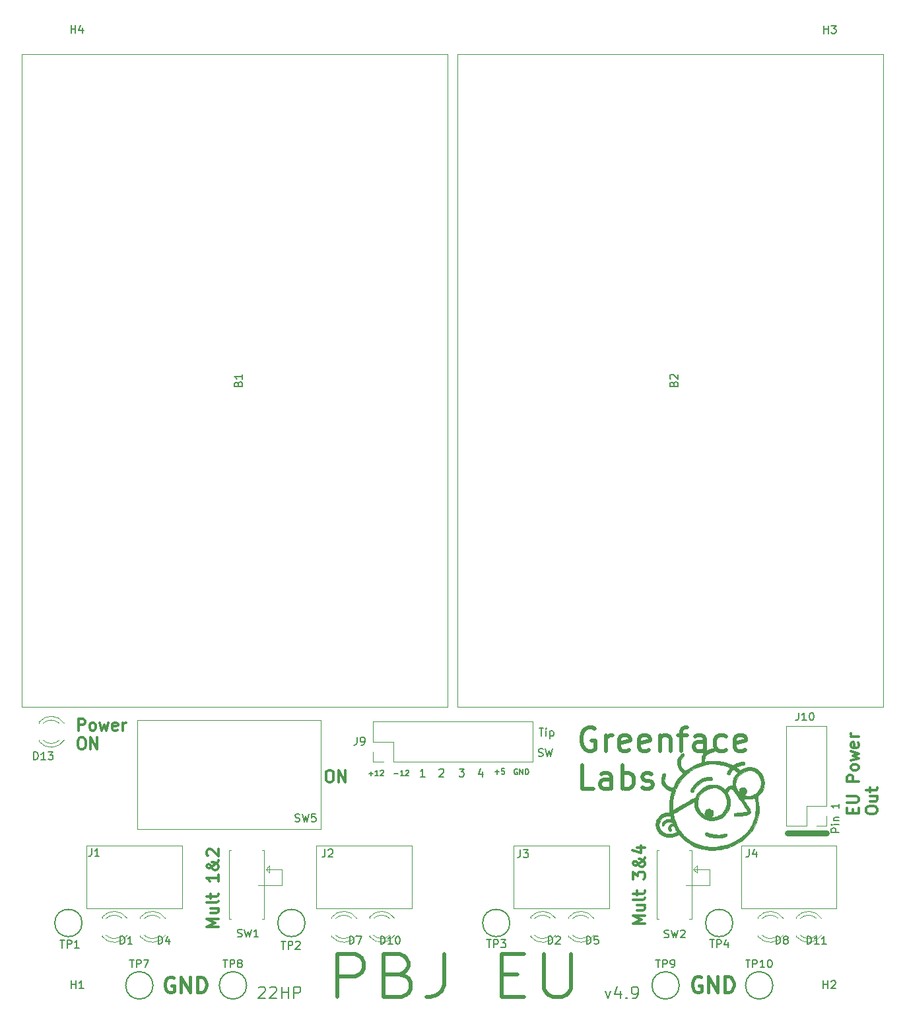
<source format=gbr>
G04 #@! TF.GenerationSoftware,KiCad,Pcbnew,(6.0.1)*
G04 #@! TF.CreationDate,2022-02-18T20:40:05-08:00*
G04 #@! TF.ProjectId,PBJ EU,50424a20-4555-42e6-9b69-6361645f7063,4.9*
G04 #@! TF.SameCoordinates,Original*
G04 #@! TF.FileFunction,Legend,Top*
G04 #@! TF.FilePolarity,Positive*
%FSLAX46Y46*%
G04 Gerber Fmt 4.6, Leading zero omitted, Abs format (unit mm)*
G04 Created by KiCad (PCBNEW (6.0.1)) date 2022-02-18 20:40:05*
%MOMM*%
%LPD*%
G01*
G04 APERTURE LIST*
%ADD10C,0.750000*%
%ADD11C,0.120000*%
%ADD12C,0.150000*%
%ADD13C,0.200000*%
%ADD14C,0.400000*%
%ADD15C,0.300000*%
%ADD16C,0.500000*%
%ADD17C,0.010000*%
G04 APERTURE END LIST*
D10*
X138620000Y-136020000D02*
X143620000Y-136020000D01*
D11*
X125630000Y-142670000D02*
X128620000Y-142670000D01*
X128620000Y-140610000D02*
X126600000Y-140610000D01*
X128620000Y-142670000D02*
X128620000Y-140610000D01*
X73740000Y-140600000D02*
X71720000Y-140600000D01*
X73740000Y-142660000D02*
X73740000Y-140600000D01*
X70750000Y-142660000D02*
X73740000Y-142660000D01*
D12*
X106773809Y-122552380D02*
X107345238Y-122552380D01*
X107059523Y-123552380D02*
X107059523Y-122552380D01*
X107678571Y-123552380D02*
X107678571Y-122885714D01*
X107678571Y-122552380D02*
X107630952Y-122600000D01*
X107678571Y-122647619D01*
X107726190Y-122600000D01*
X107678571Y-122552380D01*
X107678571Y-122647619D01*
X108154761Y-122885714D02*
X108154761Y-123885714D01*
X108154761Y-122933333D02*
X108250000Y-122885714D01*
X108440476Y-122885714D01*
X108535714Y-122933333D01*
X108583333Y-122980952D01*
X108630952Y-123076190D01*
X108630952Y-123361904D01*
X108583333Y-123457142D01*
X108535714Y-123504761D01*
X108440476Y-123552380D01*
X108250000Y-123552380D01*
X108154761Y-123504761D01*
X106692857Y-126104761D02*
X106835714Y-126152380D01*
X107073809Y-126152380D01*
X107169047Y-126104761D01*
X107216666Y-126057142D01*
X107264285Y-125961904D01*
X107264285Y-125866666D01*
X107216666Y-125771428D01*
X107169047Y-125723809D01*
X107073809Y-125676190D01*
X106883333Y-125628571D01*
X106788095Y-125580952D01*
X106740476Y-125533333D01*
X106692857Y-125438095D01*
X106692857Y-125342857D01*
X106740476Y-125247619D01*
X106788095Y-125200000D01*
X106883333Y-125152380D01*
X107121428Y-125152380D01*
X107264285Y-125200000D01*
X107597619Y-125152380D02*
X107835714Y-126152380D01*
X108026190Y-125438095D01*
X108216666Y-126152380D01*
X108454761Y-125152380D01*
D13*
X70821428Y-155821428D02*
X70892857Y-155750000D01*
X71035714Y-155678571D01*
X71392857Y-155678571D01*
X71535714Y-155750000D01*
X71607142Y-155821428D01*
X71678571Y-155964285D01*
X71678571Y-156107142D01*
X71607142Y-156321428D01*
X70750000Y-157178571D01*
X71678571Y-157178571D01*
X72250000Y-155821428D02*
X72321428Y-155750000D01*
X72464285Y-155678571D01*
X72821428Y-155678571D01*
X72964285Y-155750000D01*
X73035714Y-155821428D01*
X73107142Y-155964285D01*
X73107142Y-156107142D01*
X73035714Y-156321428D01*
X72178571Y-157178571D01*
X73107142Y-157178571D01*
X73750000Y-157178571D02*
X73750000Y-155678571D01*
X73750000Y-156392857D02*
X74607142Y-156392857D01*
X74607142Y-157178571D02*
X74607142Y-155678571D01*
X75321428Y-157178571D02*
X75321428Y-155678571D01*
X75892857Y-155678571D01*
X76035714Y-155750000D01*
X76107142Y-155821428D01*
X76178571Y-155964285D01*
X76178571Y-156178571D01*
X76107142Y-156321428D01*
X76035714Y-156392857D01*
X75892857Y-156464285D01*
X75321428Y-156464285D01*
D12*
X93964285Y-127847619D02*
X94011904Y-127800000D01*
X94107142Y-127752380D01*
X94345238Y-127752380D01*
X94440476Y-127800000D01*
X94488095Y-127847619D01*
X94535714Y-127942857D01*
X94535714Y-128038095D01*
X94488095Y-128180952D01*
X93916666Y-128752380D01*
X94535714Y-128752380D01*
X96516666Y-127752380D02*
X97135714Y-127752380D01*
X96802380Y-128133333D01*
X96945238Y-128133333D01*
X97040476Y-128180952D01*
X97088095Y-128228571D01*
X97135714Y-128323809D01*
X97135714Y-128561904D01*
X97088095Y-128657142D01*
X97040476Y-128704761D01*
X96945238Y-128752380D01*
X96659523Y-128752380D01*
X96564285Y-128704761D01*
X96516666Y-128657142D01*
X99490476Y-128085714D02*
X99490476Y-128752380D01*
X99252380Y-127704761D02*
X99014285Y-128419047D01*
X99633333Y-128419047D01*
X101100000Y-128150000D02*
X101633333Y-128150000D01*
X101366666Y-128416666D02*
X101366666Y-127883333D01*
X102300000Y-127716666D02*
X101966666Y-127716666D01*
X101933333Y-128050000D01*
X101966666Y-128016666D01*
X102033333Y-127983333D01*
X102200000Y-127983333D01*
X102266666Y-128016666D01*
X102300000Y-128050000D01*
X102333333Y-128116666D01*
X102333333Y-128283333D01*
X102300000Y-128350000D01*
X102266666Y-128383333D01*
X102200000Y-128416666D01*
X102033333Y-128416666D01*
X101966666Y-128383333D01*
X101933333Y-128350000D01*
X103966666Y-127800000D02*
X103900000Y-127766666D01*
X103800000Y-127766666D01*
X103700000Y-127800000D01*
X103633333Y-127866666D01*
X103600000Y-127933333D01*
X103566666Y-128066666D01*
X103566666Y-128166666D01*
X103600000Y-128300000D01*
X103633333Y-128366666D01*
X103700000Y-128433333D01*
X103800000Y-128466666D01*
X103866666Y-128466666D01*
X103966666Y-128433333D01*
X104000000Y-128400000D01*
X104000000Y-128166666D01*
X103866666Y-128166666D01*
X104300000Y-128466666D02*
X104300000Y-127766666D01*
X104700000Y-128466666D01*
X104700000Y-127766666D01*
X105033333Y-128466666D02*
X105033333Y-127766666D01*
X105200000Y-127766666D01*
X105300000Y-127800000D01*
X105366666Y-127866666D01*
X105400000Y-127933333D01*
X105433333Y-128066666D01*
X105433333Y-128166666D01*
X105400000Y-128300000D01*
X105366666Y-128366666D01*
X105300000Y-128433333D01*
X105200000Y-128466666D01*
X105033333Y-128466666D01*
D14*
X127551190Y-154475000D02*
X127360714Y-154379761D01*
X127075000Y-154379761D01*
X126789285Y-154475000D01*
X126598809Y-154665476D01*
X126503571Y-154855952D01*
X126408333Y-155236904D01*
X126408333Y-155522619D01*
X126503571Y-155903571D01*
X126598809Y-156094047D01*
X126789285Y-156284523D01*
X127075000Y-156379761D01*
X127265476Y-156379761D01*
X127551190Y-156284523D01*
X127646428Y-156189285D01*
X127646428Y-155522619D01*
X127265476Y-155522619D01*
X128503571Y-156379761D02*
X128503571Y-154379761D01*
X129646428Y-156379761D01*
X129646428Y-154379761D01*
X130598809Y-156379761D02*
X130598809Y-154379761D01*
X131075000Y-154379761D01*
X131360714Y-154475000D01*
X131551190Y-154665476D01*
X131646428Y-154855952D01*
X131741666Y-155236904D01*
X131741666Y-155522619D01*
X131646428Y-155903571D01*
X131551190Y-156094047D01*
X131360714Y-156284523D01*
X131075000Y-156379761D01*
X130598809Y-156379761D01*
D12*
X145262380Y-135889523D02*
X144262380Y-135889523D01*
X144262380Y-135508571D01*
X144310000Y-135413333D01*
X144357619Y-135365714D01*
X144452857Y-135318095D01*
X144595714Y-135318095D01*
X144690952Y-135365714D01*
X144738571Y-135413333D01*
X144786190Y-135508571D01*
X144786190Y-135889523D01*
X145262380Y-134889523D02*
X144595714Y-134889523D01*
X144262380Y-134889523D02*
X144310000Y-134937142D01*
X144357619Y-134889523D01*
X144310000Y-134841904D01*
X144262380Y-134889523D01*
X144357619Y-134889523D01*
X144595714Y-134413333D02*
X145262380Y-134413333D01*
X144690952Y-134413333D02*
X144643333Y-134365714D01*
X144595714Y-134270476D01*
X144595714Y-134127619D01*
X144643333Y-134032380D01*
X144738571Y-133984761D01*
X145262380Y-133984761D01*
X145262380Y-132222857D02*
X145262380Y-132794285D01*
X145262380Y-132508571D02*
X144262380Y-132508571D01*
X144405238Y-132603809D01*
X144500476Y-132699047D01*
X144548095Y-132794285D01*
D15*
X120338571Y-147588571D02*
X118838571Y-147588571D01*
X119910000Y-147088571D01*
X118838571Y-146588571D01*
X120338571Y-146588571D01*
X119338571Y-145231428D02*
X120338571Y-145231428D01*
X119338571Y-145874285D02*
X120124285Y-145874285D01*
X120267142Y-145802857D01*
X120338571Y-145660000D01*
X120338571Y-145445714D01*
X120267142Y-145302857D01*
X120195714Y-145231428D01*
X120338571Y-144302857D02*
X120267142Y-144445714D01*
X120124285Y-144517142D01*
X118838571Y-144517142D01*
X119338571Y-143945714D02*
X119338571Y-143374285D01*
X118838571Y-143731428D02*
X120124285Y-143731428D01*
X120267142Y-143660000D01*
X120338571Y-143517142D01*
X120338571Y-143374285D01*
X118838571Y-141874285D02*
X118838571Y-140945714D01*
X119410000Y-141445714D01*
X119410000Y-141231428D01*
X119481428Y-141088571D01*
X119552857Y-141017142D01*
X119695714Y-140945714D01*
X120052857Y-140945714D01*
X120195714Y-141017142D01*
X120267142Y-141088571D01*
X120338571Y-141231428D01*
X120338571Y-141660000D01*
X120267142Y-141802857D01*
X120195714Y-141874285D01*
X120338571Y-139088571D02*
X120338571Y-139160000D01*
X120267142Y-139302857D01*
X120052857Y-139517142D01*
X119624285Y-139874285D01*
X119410000Y-140017142D01*
X119195714Y-140088571D01*
X119052857Y-140088571D01*
X118910000Y-140017142D01*
X118838571Y-139874285D01*
X118838571Y-139802857D01*
X118910000Y-139660000D01*
X119052857Y-139588571D01*
X119124285Y-139588571D01*
X119267142Y-139660000D01*
X119338571Y-139731428D01*
X119624285Y-140160000D01*
X119695714Y-140231428D01*
X119838571Y-140302857D01*
X120052857Y-140302857D01*
X120195714Y-140231428D01*
X120267142Y-140160000D01*
X120338571Y-140017142D01*
X120338571Y-139802857D01*
X120267142Y-139660000D01*
X120195714Y-139588571D01*
X119910000Y-139374285D01*
X119695714Y-139302857D01*
X119552857Y-139302857D01*
X119338571Y-137802857D02*
X120338571Y-137802857D01*
X118767142Y-138160000D02*
X119838571Y-138517142D01*
X119838571Y-137588571D01*
D12*
X84916666Y-128350000D02*
X85450000Y-128350000D01*
X85183333Y-128616666D02*
X85183333Y-128083333D01*
X86150000Y-128616666D02*
X85750000Y-128616666D01*
X85950000Y-128616666D02*
X85950000Y-127916666D01*
X85883333Y-128016666D01*
X85816666Y-128083333D01*
X85750000Y-128116666D01*
X86416666Y-127983333D02*
X86450000Y-127950000D01*
X86516666Y-127916666D01*
X86683333Y-127916666D01*
X86750000Y-127950000D01*
X86783333Y-127983333D01*
X86816666Y-128050000D01*
X86816666Y-128116666D01*
X86783333Y-128216666D01*
X86383333Y-128616666D01*
X86816666Y-128616666D01*
D14*
X59901190Y-154500000D02*
X59710714Y-154404761D01*
X59425000Y-154404761D01*
X59139285Y-154500000D01*
X58948809Y-154690476D01*
X58853571Y-154880952D01*
X58758333Y-155261904D01*
X58758333Y-155547619D01*
X58853571Y-155928571D01*
X58948809Y-156119047D01*
X59139285Y-156309523D01*
X59425000Y-156404761D01*
X59615476Y-156404761D01*
X59901190Y-156309523D01*
X59996428Y-156214285D01*
X59996428Y-155547619D01*
X59615476Y-155547619D01*
X60853571Y-156404761D02*
X60853571Y-154404761D01*
X61996428Y-156404761D01*
X61996428Y-154404761D01*
X62948809Y-156404761D02*
X62948809Y-154404761D01*
X63425000Y-154404761D01*
X63710714Y-154500000D01*
X63901190Y-154690476D01*
X63996428Y-154880952D01*
X64091666Y-155261904D01*
X64091666Y-155547619D01*
X63996428Y-155928571D01*
X63901190Y-156119047D01*
X63710714Y-156309523D01*
X63425000Y-156404761D01*
X62948809Y-156404761D01*
D13*
X115257142Y-156178571D02*
X115614285Y-157178571D01*
X115971428Y-156178571D01*
X117185714Y-156178571D02*
X117185714Y-157178571D01*
X116828571Y-155607142D02*
X116471428Y-156678571D01*
X117400000Y-156678571D01*
X117971428Y-157035714D02*
X118042857Y-157107142D01*
X117971428Y-157178571D01*
X117900000Y-157107142D01*
X117971428Y-157035714D01*
X117971428Y-157178571D01*
X118757142Y-157178571D02*
X119042857Y-157178571D01*
X119185714Y-157107142D01*
X119257142Y-157035714D01*
X119400000Y-156821428D01*
X119471428Y-156535714D01*
X119471428Y-155964285D01*
X119400000Y-155821428D01*
X119328571Y-155750000D01*
X119185714Y-155678571D01*
X118900000Y-155678571D01*
X118757142Y-155750000D01*
X118685714Y-155821428D01*
X118614285Y-155964285D01*
X118614285Y-156321428D01*
X118685714Y-156464285D01*
X118757142Y-156535714D01*
X118900000Y-156607142D01*
X119185714Y-156607142D01*
X119328571Y-156535714D01*
X119400000Y-156464285D01*
X119471428Y-156321428D01*
D16*
X80850000Y-156988095D02*
X80850000Y-151488095D01*
X83135714Y-151488095D01*
X83707142Y-151750000D01*
X83992857Y-152011904D01*
X84278571Y-152535714D01*
X84278571Y-153321428D01*
X83992857Y-153845238D01*
X83707142Y-154107142D01*
X83135714Y-154369047D01*
X80850000Y-154369047D01*
X88850000Y-154107142D02*
X89707142Y-154369047D01*
X89992857Y-154630952D01*
X90278571Y-155154761D01*
X90278571Y-155940476D01*
X89992857Y-156464285D01*
X89707142Y-156726190D01*
X89135714Y-156988095D01*
X86850000Y-156988095D01*
X86850000Y-151488095D01*
X88850000Y-151488095D01*
X89421428Y-151750000D01*
X89707142Y-152011904D01*
X89992857Y-152535714D01*
X89992857Y-153059523D01*
X89707142Y-153583333D01*
X89421428Y-153845238D01*
X88850000Y-154107142D01*
X86850000Y-154107142D01*
X94564285Y-151488095D02*
X94564285Y-155416666D01*
X94278571Y-156202380D01*
X93707142Y-156726190D01*
X92850000Y-156988095D01*
X92278571Y-156988095D01*
X101992857Y-154107142D02*
X103992857Y-154107142D01*
X104850000Y-156988095D02*
X101992857Y-156988095D01*
X101992857Y-151488095D01*
X104850000Y-151488095D01*
X107421428Y-151488095D02*
X107421428Y-155940476D01*
X107707142Y-156464285D01*
X107992857Y-156726190D01*
X108564285Y-156988095D01*
X109707142Y-156988095D01*
X110278571Y-156726190D01*
X110564285Y-156464285D01*
X110850000Y-155940476D01*
X110850000Y-151488095D01*
D15*
X146975357Y-133447857D02*
X146975357Y-132947857D01*
X147761071Y-132733571D02*
X147761071Y-133447857D01*
X146261071Y-133447857D01*
X146261071Y-132733571D01*
X146261071Y-132090714D02*
X147475357Y-132090714D01*
X147618214Y-132019285D01*
X147689642Y-131947857D01*
X147761071Y-131805000D01*
X147761071Y-131519285D01*
X147689642Y-131376428D01*
X147618214Y-131305000D01*
X147475357Y-131233571D01*
X146261071Y-131233571D01*
X147761071Y-129376428D02*
X146261071Y-129376428D01*
X146261071Y-128805000D01*
X146332500Y-128662142D01*
X146403928Y-128590714D01*
X146546785Y-128519285D01*
X146761071Y-128519285D01*
X146903928Y-128590714D01*
X146975357Y-128662142D01*
X147046785Y-128805000D01*
X147046785Y-129376428D01*
X147761071Y-127662142D02*
X147689642Y-127805000D01*
X147618214Y-127876428D01*
X147475357Y-127947857D01*
X147046785Y-127947857D01*
X146903928Y-127876428D01*
X146832500Y-127805000D01*
X146761071Y-127662142D01*
X146761071Y-127447857D01*
X146832500Y-127305000D01*
X146903928Y-127233571D01*
X147046785Y-127162142D01*
X147475357Y-127162142D01*
X147618214Y-127233571D01*
X147689642Y-127305000D01*
X147761071Y-127447857D01*
X147761071Y-127662142D01*
X146761071Y-126662142D02*
X147761071Y-126376428D01*
X147046785Y-126090714D01*
X147761071Y-125805000D01*
X146761071Y-125519285D01*
X147689642Y-124376428D02*
X147761071Y-124519285D01*
X147761071Y-124805000D01*
X147689642Y-124947857D01*
X147546785Y-125019285D01*
X146975357Y-125019285D01*
X146832500Y-124947857D01*
X146761071Y-124805000D01*
X146761071Y-124519285D01*
X146832500Y-124376428D01*
X146975357Y-124305000D01*
X147118214Y-124305000D01*
X147261071Y-125019285D01*
X147761071Y-123662142D02*
X146761071Y-123662142D01*
X147046785Y-123662142D02*
X146903928Y-123590714D01*
X146832500Y-123519285D01*
X146761071Y-123376428D01*
X146761071Y-123233571D01*
X148676071Y-133162142D02*
X148676071Y-132876428D01*
X148747500Y-132733571D01*
X148890357Y-132590714D01*
X149176071Y-132519285D01*
X149676071Y-132519285D01*
X149961785Y-132590714D01*
X150104642Y-132733571D01*
X150176071Y-132876428D01*
X150176071Y-133162142D01*
X150104642Y-133305000D01*
X149961785Y-133447857D01*
X149676071Y-133519285D01*
X149176071Y-133519285D01*
X148890357Y-133447857D01*
X148747500Y-133305000D01*
X148676071Y-133162142D01*
X149176071Y-131233571D02*
X150176071Y-131233571D01*
X149176071Y-131876428D02*
X149961785Y-131876428D01*
X150104642Y-131805000D01*
X150176071Y-131662142D01*
X150176071Y-131447857D01*
X150104642Y-131305000D01*
X150033214Y-131233571D01*
X149176071Y-130733571D02*
X149176071Y-130162142D01*
X148676071Y-130519285D02*
X149961785Y-130519285D01*
X150104642Y-130447857D01*
X150176071Y-130305000D01*
X150176071Y-130162142D01*
D12*
X92135714Y-128752380D02*
X91564285Y-128752380D01*
X91850000Y-128752380D02*
X91850000Y-127752380D01*
X91754761Y-127895238D01*
X91659523Y-127990476D01*
X91564285Y-128038095D01*
D16*
X113890714Y-122585000D02*
X113605000Y-122442142D01*
X113176428Y-122442142D01*
X112747857Y-122585000D01*
X112462142Y-122870714D01*
X112319285Y-123156428D01*
X112176428Y-123727857D01*
X112176428Y-124156428D01*
X112319285Y-124727857D01*
X112462142Y-125013571D01*
X112747857Y-125299285D01*
X113176428Y-125442142D01*
X113462142Y-125442142D01*
X113890714Y-125299285D01*
X114033571Y-125156428D01*
X114033571Y-124156428D01*
X113462142Y-124156428D01*
X115319285Y-125442142D02*
X115319285Y-123442142D01*
X115319285Y-124013571D02*
X115462142Y-123727857D01*
X115605000Y-123585000D01*
X115890714Y-123442142D01*
X116176428Y-123442142D01*
X118319285Y-125299285D02*
X118033571Y-125442142D01*
X117462142Y-125442142D01*
X117176428Y-125299285D01*
X117033571Y-125013571D01*
X117033571Y-123870714D01*
X117176428Y-123585000D01*
X117462142Y-123442142D01*
X118033571Y-123442142D01*
X118319285Y-123585000D01*
X118462142Y-123870714D01*
X118462142Y-124156428D01*
X117033571Y-124442142D01*
X120890714Y-125299285D02*
X120605000Y-125442142D01*
X120033571Y-125442142D01*
X119747857Y-125299285D01*
X119605000Y-125013571D01*
X119605000Y-123870714D01*
X119747857Y-123585000D01*
X120033571Y-123442142D01*
X120605000Y-123442142D01*
X120890714Y-123585000D01*
X121033571Y-123870714D01*
X121033571Y-124156428D01*
X119605000Y-124442142D01*
X122319285Y-123442142D02*
X122319285Y-125442142D01*
X122319285Y-123727857D02*
X122462142Y-123585000D01*
X122747857Y-123442142D01*
X123176428Y-123442142D01*
X123462142Y-123585000D01*
X123605000Y-123870714D01*
X123605000Y-125442142D01*
X124605000Y-123442142D02*
X125747857Y-123442142D01*
X125033571Y-125442142D02*
X125033571Y-122870714D01*
X125176428Y-122585000D01*
X125462142Y-122442142D01*
X125747857Y-122442142D01*
X128033571Y-125442142D02*
X128033571Y-123870714D01*
X127890714Y-123585000D01*
X127605000Y-123442142D01*
X127033571Y-123442142D01*
X126747857Y-123585000D01*
X128033571Y-125299285D02*
X127747857Y-125442142D01*
X127033571Y-125442142D01*
X126747857Y-125299285D01*
X126605000Y-125013571D01*
X126605000Y-124727857D01*
X126747857Y-124442142D01*
X127033571Y-124299285D01*
X127747857Y-124299285D01*
X128033571Y-124156428D01*
X130747857Y-125299285D02*
X130462142Y-125442142D01*
X129890714Y-125442142D01*
X129605000Y-125299285D01*
X129462142Y-125156428D01*
X129319285Y-124870714D01*
X129319285Y-124013571D01*
X129462142Y-123727857D01*
X129605000Y-123585000D01*
X129890714Y-123442142D01*
X130462142Y-123442142D01*
X130747857Y-123585000D01*
X133176428Y-125299285D02*
X132890714Y-125442142D01*
X132319285Y-125442142D01*
X132033571Y-125299285D01*
X131890714Y-125013571D01*
X131890714Y-123870714D01*
X132033571Y-123585000D01*
X132319285Y-123442142D01*
X132890714Y-123442142D01*
X133176428Y-123585000D01*
X133319285Y-123870714D01*
X133319285Y-124156428D01*
X131890714Y-124442142D01*
X113747857Y-130272142D02*
X112319285Y-130272142D01*
X112319285Y-127272142D01*
X116033571Y-130272142D02*
X116033571Y-128700714D01*
X115890714Y-128415000D01*
X115605000Y-128272142D01*
X115033571Y-128272142D01*
X114747857Y-128415000D01*
X116033571Y-130129285D02*
X115747857Y-130272142D01*
X115033571Y-130272142D01*
X114747857Y-130129285D01*
X114605000Y-129843571D01*
X114605000Y-129557857D01*
X114747857Y-129272142D01*
X115033571Y-129129285D01*
X115747857Y-129129285D01*
X116033571Y-128986428D01*
X117462142Y-130272142D02*
X117462142Y-127272142D01*
X117462142Y-128415000D02*
X117747857Y-128272142D01*
X118319285Y-128272142D01*
X118605000Y-128415000D01*
X118747857Y-128557857D01*
X118890714Y-128843571D01*
X118890714Y-129700714D01*
X118747857Y-129986428D01*
X118605000Y-130129285D01*
X118319285Y-130272142D01*
X117747857Y-130272142D01*
X117462142Y-130129285D01*
X120033571Y-130129285D02*
X120319285Y-130272142D01*
X120890714Y-130272142D01*
X121176428Y-130129285D01*
X121319285Y-129843571D01*
X121319285Y-129700714D01*
X121176428Y-129415000D01*
X120890714Y-129272142D01*
X120462142Y-129272142D01*
X120176428Y-129129285D01*
X120033571Y-128843571D01*
X120033571Y-128700714D01*
X120176428Y-128415000D01*
X120462142Y-128272142D01*
X120890714Y-128272142D01*
X121176428Y-128415000D01*
D15*
X79771428Y-127928571D02*
X80057142Y-127928571D01*
X80200000Y-128000000D01*
X80342857Y-128142857D01*
X80414285Y-128428571D01*
X80414285Y-128928571D01*
X80342857Y-129214285D01*
X80200000Y-129357142D01*
X80057142Y-129428571D01*
X79771428Y-129428571D01*
X79628571Y-129357142D01*
X79485714Y-129214285D01*
X79414285Y-128928571D01*
X79414285Y-128428571D01*
X79485714Y-128142857D01*
X79628571Y-128000000D01*
X79771428Y-127928571D01*
X81057142Y-129428571D02*
X81057142Y-127928571D01*
X81914285Y-129428571D01*
X81914285Y-127928571D01*
X65628571Y-147968571D02*
X64128571Y-147968571D01*
X65200000Y-147468571D01*
X64128571Y-146968571D01*
X65628571Y-146968571D01*
X64628571Y-145611428D02*
X65628571Y-145611428D01*
X64628571Y-146254285D02*
X65414285Y-146254285D01*
X65557142Y-146182857D01*
X65628571Y-146040000D01*
X65628571Y-145825714D01*
X65557142Y-145682857D01*
X65485714Y-145611428D01*
X65628571Y-144682857D02*
X65557142Y-144825714D01*
X65414285Y-144897142D01*
X64128571Y-144897142D01*
X64628571Y-144325714D02*
X64628571Y-143754285D01*
X64128571Y-144111428D02*
X65414285Y-144111428D01*
X65557142Y-144040000D01*
X65628571Y-143897142D01*
X65628571Y-143754285D01*
X65628571Y-141325714D02*
X65628571Y-142182857D01*
X65628571Y-141754285D02*
X64128571Y-141754285D01*
X64342857Y-141897142D01*
X64485714Y-142040000D01*
X64557142Y-142182857D01*
X65628571Y-139468571D02*
X65628571Y-139540000D01*
X65557142Y-139682857D01*
X65342857Y-139897142D01*
X64914285Y-140254285D01*
X64700000Y-140397142D01*
X64485714Y-140468571D01*
X64342857Y-140468571D01*
X64200000Y-140397142D01*
X64128571Y-140254285D01*
X64128571Y-140182857D01*
X64200000Y-140040000D01*
X64342857Y-139968571D01*
X64414285Y-139968571D01*
X64557142Y-140040000D01*
X64628571Y-140111428D01*
X64914285Y-140540000D01*
X64985714Y-140611428D01*
X65128571Y-140682857D01*
X65342857Y-140682857D01*
X65485714Y-140611428D01*
X65557142Y-140540000D01*
X65628571Y-140397142D01*
X65628571Y-140182857D01*
X65557142Y-140040000D01*
X65485714Y-139968571D01*
X65200000Y-139754285D01*
X64985714Y-139682857D01*
X64842857Y-139682857D01*
X64271428Y-138897142D02*
X64200000Y-138825714D01*
X64128571Y-138682857D01*
X64128571Y-138325714D01*
X64200000Y-138182857D01*
X64271428Y-138111428D01*
X64414285Y-138040000D01*
X64557142Y-138040000D01*
X64771428Y-138111428D01*
X65628571Y-138968571D01*
X65628571Y-138040000D01*
D12*
X88166666Y-128350000D02*
X88700000Y-128350000D01*
X89400000Y-128616666D02*
X89000000Y-128616666D01*
X89200000Y-128616666D02*
X89200000Y-127916666D01*
X89133333Y-128016666D01*
X89066666Y-128083333D01*
X89000000Y-128116666D01*
X89666666Y-127983333D02*
X89700000Y-127950000D01*
X89766666Y-127916666D01*
X89933333Y-127916666D01*
X90000000Y-127950000D01*
X90033333Y-127983333D01*
X90066666Y-128050000D01*
X90066666Y-128116666D01*
X90033333Y-128216666D01*
X89633333Y-128616666D01*
X90066666Y-128616666D01*
D15*
X47682142Y-122831071D02*
X47682142Y-121331071D01*
X48253571Y-121331071D01*
X48396428Y-121402500D01*
X48467857Y-121473928D01*
X48539285Y-121616785D01*
X48539285Y-121831071D01*
X48467857Y-121973928D01*
X48396428Y-122045357D01*
X48253571Y-122116785D01*
X47682142Y-122116785D01*
X49396428Y-122831071D02*
X49253571Y-122759642D01*
X49182142Y-122688214D01*
X49110714Y-122545357D01*
X49110714Y-122116785D01*
X49182142Y-121973928D01*
X49253571Y-121902500D01*
X49396428Y-121831071D01*
X49610714Y-121831071D01*
X49753571Y-121902500D01*
X49825000Y-121973928D01*
X49896428Y-122116785D01*
X49896428Y-122545357D01*
X49825000Y-122688214D01*
X49753571Y-122759642D01*
X49610714Y-122831071D01*
X49396428Y-122831071D01*
X50396428Y-121831071D02*
X50682142Y-122831071D01*
X50967857Y-122116785D01*
X51253571Y-122831071D01*
X51539285Y-121831071D01*
X52682142Y-122759642D02*
X52539285Y-122831071D01*
X52253571Y-122831071D01*
X52110714Y-122759642D01*
X52039285Y-122616785D01*
X52039285Y-122045357D01*
X52110714Y-121902500D01*
X52253571Y-121831071D01*
X52539285Y-121831071D01*
X52682142Y-121902500D01*
X52753571Y-122045357D01*
X52753571Y-122188214D01*
X52039285Y-122331071D01*
X53396428Y-122831071D02*
X53396428Y-121831071D01*
X53396428Y-122116785D02*
X53467857Y-121973928D01*
X53539285Y-121902500D01*
X53682142Y-121831071D01*
X53825000Y-121831071D01*
X47967857Y-123746071D02*
X48253571Y-123746071D01*
X48396428Y-123817500D01*
X48539285Y-123960357D01*
X48610714Y-124246071D01*
X48610714Y-124746071D01*
X48539285Y-125031785D01*
X48396428Y-125174642D01*
X48253571Y-125246071D01*
X47967857Y-125246071D01*
X47825000Y-125174642D01*
X47682142Y-125031785D01*
X47610714Y-124746071D01*
X47610714Y-124246071D01*
X47682142Y-123960357D01*
X47825000Y-123817500D01*
X47967857Y-123746071D01*
X49253571Y-125246071D02*
X49253571Y-123746071D01*
X50110714Y-125246071D01*
X50110714Y-123746071D01*
D12*
X137161904Y-150202380D02*
X137161904Y-149202380D01*
X137400000Y-149202380D01*
X137542857Y-149250000D01*
X137638095Y-149345238D01*
X137685714Y-149440476D01*
X137733333Y-149630952D01*
X137733333Y-149773809D01*
X137685714Y-149964285D01*
X137638095Y-150059523D01*
X137542857Y-150154761D01*
X137400000Y-150202380D01*
X137161904Y-150202380D01*
X138304761Y-149630952D02*
X138209523Y-149583333D01*
X138161904Y-149535714D01*
X138114285Y-149440476D01*
X138114285Y-149392857D01*
X138161904Y-149297619D01*
X138209523Y-149250000D01*
X138304761Y-149202380D01*
X138495238Y-149202380D01*
X138590476Y-149250000D01*
X138638095Y-149297619D01*
X138685714Y-149392857D01*
X138685714Y-149440476D01*
X138638095Y-149535714D01*
X138590476Y-149583333D01*
X138495238Y-149630952D01*
X138304761Y-149630952D01*
X138209523Y-149678571D01*
X138161904Y-149726190D01*
X138114285Y-149821428D01*
X138114285Y-150011904D01*
X138161904Y-150107142D01*
X138209523Y-150154761D01*
X138304761Y-150202380D01*
X138495238Y-150202380D01*
X138590476Y-150154761D01*
X138638095Y-150107142D01*
X138685714Y-150011904D01*
X138685714Y-149821428D01*
X138638095Y-149726190D01*
X138590476Y-149678571D01*
X138495238Y-149630952D01*
X141135714Y-150202380D02*
X141135714Y-149202380D01*
X141373809Y-149202380D01*
X141516666Y-149250000D01*
X141611904Y-149345238D01*
X141659523Y-149440476D01*
X141707142Y-149630952D01*
X141707142Y-149773809D01*
X141659523Y-149964285D01*
X141611904Y-150059523D01*
X141516666Y-150154761D01*
X141373809Y-150202380D01*
X141135714Y-150202380D01*
X142659523Y-150202380D02*
X142088095Y-150202380D01*
X142373809Y-150202380D02*
X142373809Y-149202380D01*
X142278571Y-149345238D01*
X142183333Y-149440476D01*
X142088095Y-149488095D01*
X143611904Y-150202380D02*
X143040476Y-150202380D01*
X143326190Y-150202380D02*
X143326190Y-149202380D01*
X143230952Y-149345238D01*
X143135714Y-149440476D01*
X143040476Y-149488095D01*
X41945714Y-126582380D02*
X41945714Y-125582380D01*
X42183809Y-125582380D01*
X42326666Y-125630000D01*
X42421904Y-125725238D01*
X42469523Y-125820476D01*
X42517142Y-126010952D01*
X42517142Y-126153809D01*
X42469523Y-126344285D01*
X42421904Y-126439523D01*
X42326666Y-126534761D01*
X42183809Y-126582380D01*
X41945714Y-126582380D01*
X43469523Y-126582380D02*
X42898095Y-126582380D01*
X43183809Y-126582380D02*
X43183809Y-125582380D01*
X43088571Y-125725238D01*
X42993333Y-125820476D01*
X42898095Y-125868095D01*
X43802857Y-125582380D02*
X44421904Y-125582380D01*
X44088571Y-125963333D01*
X44231428Y-125963333D01*
X44326666Y-126010952D01*
X44374285Y-126058571D01*
X44421904Y-126153809D01*
X44421904Y-126391904D01*
X44374285Y-126487142D01*
X44326666Y-126534761D01*
X44231428Y-126582380D01*
X43945714Y-126582380D01*
X43850476Y-126534761D01*
X43802857Y-126487142D01*
X46788095Y-155902380D02*
X46788095Y-154902380D01*
X46788095Y-155378571D02*
X47359523Y-155378571D01*
X47359523Y-155902380D02*
X47359523Y-154902380D01*
X48359523Y-155902380D02*
X47788095Y-155902380D01*
X48073809Y-155902380D02*
X48073809Y-154902380D01*
X47978571Y-155045238D01*
X47883333Y-155140476D01*
X47788095Y-155188095D01*
X143238095Y-155902380D02*
X143238095Y-154902380D01*
X143238095Y-155378571D02*
X143809523Y-155378571D01*
X143809523Y-155902380D02*
X143809523Y-154902380D01*
X144238095Y-154997619D02*
X144285714Y-154950000D01*
X144380952Y-154902380D01*
X144619047Y-154902380D01*
X144714285Y-154950000D01*
X144761904Y-154997619D01*
X144809523Y-155092857D01*
X144809523Y-155188095D01*
X144761904Y-155330952D01*
X144190476Y-155902380D01*
X144809523Y-155902380D01*
X143288095Y-33502380D02*
X143288095Y-32502380D01*
X143288095Y-32978571D02*
X143859523Y-32978571D01*
X143859523Y-33502380D02*
X143859523Y-32502380D01*
X144240476Y-32502380D02*
X144859523Y-32502380D01*
X144526190Y-32883333D01*
X144669047Y-32883333D01*
X144764285Y-32930952D01*
X144811904Y-32978571D01*
X144859523Y-33073809D01*
X144859523Y-33311904D01*
X144811904Y-33407142D01*
X144764285Y-33454761D01*
X144669047Y-33502380D01*
X144383333Y-33502380D01*
X144288095Y-33454761D01*
X144240476Y-33407142D01*
X46738095Y-33452380D02*
X46738095Y-32452380D01*
X46738095Y-32928571D02*
X47309523Y-32928571D01*
X47309523Y-33452380D02*
X47309523Y-32452380D01*
X48214285Y-32785714D02*
X48214285Y-33452380D01*
X47976190Y-32404761D02*
X47738095Y-33119047D01*
X48357142Y-33119047D01*
X73688095Y-149852380D02*
X74259523Y-149852380D01*
X73973809Y-150852380D02*
X73973809Y-149852380D01*
X74592857Y-150852380D02*
X74592857Y-149852380D01*
X74973809Y-149852380D01*
X75069047Y-149900000D01*
X75116666Y-149947619D01*
X75164285Y-150042857D01*
X75164285Y-150185714D01*
X75116666Y-150280952D01*
X75069047Y-150328571D01*
X74973809Y-150376190D01*
X74592857Y-150376190D01*
X75545238Y-149947619D02*
X75592857Y-149900000D01*
X75688095Y-149852380D01*
X75926190Y-149852380D01*
X76021428Y-149900000D01*
X76069047Y-149947619D01*
X76116666Y-150042857D01*
X76116666Y-150138095D01*
X76069047Y-150280952D01*
X75497619Y-150852380D01*
X76116666Y-150852380D01*
X128658095Y-149652380D02*
X129229523Y-149652380D01*
X128943809Y-150652380D02*
X128943809Y-149652380D01*
X129562857Y-150652380D02*
X129562857Y-149652380D01*
X129943809Y-149652380D01*
X130039047Y-149700000D01*
X130086666Y-149747619D01*
X130134285Y-149842857D01*
X130134285Y-149985714D01*
X130086666Y-150080952D01*
X130039047Y-150128571D01*
X129943809Y-150176190D01*
X129562857Y-150176190D01*
X130991428Y-149985714D02*
X130991428Y-150652380D01*
X130753333Y-149604761D02*
X130515238Y-150319047D01*
X131134285Y-150319047D01*
X54238095Y-152202380D02*
X54809523Y-152202380D01*
X54523809Y-153202380D02*
X54523809Y-152202380D01*
X55142857Y-153202380D02*
X55142857Y-152202380D01*
X55523809Y-152202380D01*
X55619047Y-152250000D01*
X55666666Y-152297619D01*
X55714285Y-152392857D01*
X55714285Y-152535714D01*
X55666666Y-152630952D01*
X55619047Y-152678571D01*
X55523809Y-152726190D01*
X55142857Y-152726190D01*
X56047619Y-152202380D02*
X56714285Y-152202380D01*
X56285714Y-153202380D01*
X66238095Y-152202380D02*
X66809523Y-152202380D01*
X66523809Y-153202380D02*
X66523809Y-152202380D01*
X67142857Y-153202380D02*
X67142857Y-152202380D01*
X67523809Y-152202380D01*
X67619047Y-152250000D01*
X67666666Y-152297619D01*
X67714285Y-152392857D01*
X67714285Y-152535714D01*
X67666666Y-152630952D01*
X67619047Y-152678571D01*
X67523809Y-152726190D01*
X67142857Y-152726190D01*
X68285714Y-152630952D02*
X68190476Y-152583333D01*
X68142857Y-152535714D01*
X68095238Y-152440476D01*
X68095238Y-152392857D01*
X68142857Y-152297619D01*
X68190476Y-152250000D01*
X68285714Y-152202380D01*
X68476190Y-152202380D01*
X68571428Y-152250000D01*
X68619047Y-152297619D01*
X68666666Y-152392857D01*
X68666666Y-152440476D01*
X68619047Y-152535714D01*
X68571428Y-152583333D01*
X68476190Y-152630952D01*
X68285714Y-152630952D01*
X68190476Y-152678571D01*
X68142857Y-152726190D01*
X68095238Y-152821428D01*
X68095238Y-153011904D01*
X68142857Y-153107142D01*
X68190476Y-153154761D01*
X68285714Y-153202380D01*
X68476190Y-153202380D01*
X68571428Y-153154761D01*
X68619047Y-153107142D01*
X68666666Y-153011904D01*
X68666666Y-152821428D01*
X68619047Y-152726190D01*
X68571428Y-152678571D01*
X68476190Y-152630952D01*
X121738095Y-152202380D02*
X122309523Y-152202380D01*
X122023809Y-153202380D02*
X122023809Y-152202380D01*
X122642857Y-153202380D02*
X122642857Y-152202380D01*
X123023809Y-152202380D01*
X123119047Y-152250000D01*
X123166666Y-152297619D01*
X123214285Y-152392857D01*
X123214285Y-152535714D01*
X123166666Y-152630952D01*
X123119047Y-152678571D01*
X123023809Y-152726190D01*
X122642857Y-152726190D01*
X123690476Y-153202380D02*
X123880952Y-153202380D01*
X123976190Y-153154761D01*
X124023809Y-153107142D01*
X124119047Y-152964285D01*
X124166666Y-152773809D01*
X124166666Y-152392857D01*
X124119047Y-152297619D01*
X124071428Y-152250000D01*
X123976190Y-152202380D01*
X123785714Y-152202380D01*
X123690476Y-152250000D01*
X123642857Y-152297619D01*
X123595238Y-152392857D01*
X123595238Y-152630952D01*
X123642857Y-152726190D01*
X123690476Y-152773809D01*
X123785714Y-152821428D01*
X123976190Y-152821428D01*
X124071428Y-152773809D01*
X124119047Y-152726190D01*
X124166666Y-152630952D01*
X133261904Y-152202380D02*
X133833333Y-152202380D01*
X133547619Y-153202380D02*
X133547619Y-152202380D01*
X134166666Y-153202380D02*
X134166666Y-152202380D01*
X134547619Y-152202380D01*
X134642857Y-152250000D01*
X134690476Y-152297619D01*
X134738095Y-152392857D01*
X134738095Y-152535714D01*
X134690476Y-152630952D01*
X134642857Y-152678571D01*
X134547619Y-152726190D01*
X134166666Y-152726190D01*
X135690476Y-153202380D02*
X135119047Y-153202380D01*
X135404761Y-153202380D02*
X135404761Y-152202380D01*
X135309523Y-152345238D01*
X135214285Y-152440476D01*
X135119047Y-152488095D01*
X136309523Y-152202380D02*
X136404761Y-152202380D01*
X136500000Y-152250000D01*
X136547619Y-152297619D01*
X136595238Y-152392857D01*
X136642857Y-152583333D01*
X136642857Y-152821428D01*
X136595238Y-153011904D01*
X136547619Y-153107142D01*
X136500000Y-153154761D01*
X136404761Y-153202380D01*
X136309523Y-153202380D01*
X136214285Y-153154761D01*
X136166666Y-153107142D01*
X136119047Y-153011904D01*
X136071428Y-152821428D01*
X136071428Y-152583333D01*
X136119047Y-152392857D01*
X136166666Y-152297619D01*
X136214285Y-152250000D01*
X136309523Y-152202380D01*
X68178571Y-78404761D02*
X68226190Y-78261904D01*
X68273809Y-78214285D01*
X68369047Y-78166666D01*
X68511904Y-78166666D01*
X68607142Y-78214285D01*
X68654761Y-78261904D01*
X68702380Y-78357142D01*
X68702380Y-78738095D01*
X67702380Y-78738095D01*
X67702380Y-78404761D01*
X67750000Y-78309523D01*
X67797619Y-78261904D01*
X67892857Y-78214285D01*
X67988095Y-78214285D01*
X68083333Y-78261904D01*
X68130952Y-78309523D01*
X68178571Y-78404761D01*
X68178571Y-78738095D01*
X68702380Y-77214285D02*
X68702380Y-77785714D01*
X68702380Y-77500000D02*
X67702380Y-77500000D01*
X67845238Y-77595238D01*
X67940476Y-77690476D01*
X67988095Y-77785714D01*
X124028571Y-78404761D02*
X124076190Y-78261904D01*
X124123809Y-78214285D01*
X124219047Y-78166666D01*
X124361904Y-78166666D01*
X124457142Y-78214285D01*
X124504761Y-78261904D01*
X124552380Y-78357142D01*
X124552380Y-78738095D01*
X123552380Y-78738095D01*
X123552380Y-78404761D01*
X123600000Y-78309523D01*
X123647619Y-78261904D01*
X123742857Y-78214285D01*
X123838095Y-78214285D01*
X123933333Y-78261904D01*
X123980952Y-78309523D01*
X124028571Y-78404761D01*
X124028571Y-78738095D01*
X123647619Y-77785714D02*
X123600000Y-77738095D01*
X123552380Y-77642857D01*
X123552380Y-77404761D01*
X123600000Y-77309523D01*
X123647619Y-77261904D01*
X123742857Y-77214285D01*
X123838095Y-77214285D01*
X123980952Y-77261904D01*
X124552380Y-77833333D01*
X124552380Y-77214285D01*
X45338095Y-149702380D02*
X45909523Y-149702380D01*
X45623809Y-150702380D02*
X45623809Y-149702380D01*
X46242857Y-150702380D02*
X46242857Y-149702380D01*
X46623809Y-149702380D01*
X46719047Y-149750000D01*
X46766666Y-149797619D01*
X46814285Y-149892857D01*
X46814285Y-150035714D01*
X46766666Y-150130952D01*
X46719047Y-150178571D01*
X46623809Y-150226190D01*
X46242857Y-150226190D01*
X47766666Y-150702380D02*
X47195238Y-150702380D01*
X47480952Y-150702380D02*
X47480952Y-149702380D01*
X47385714Y-149845238D01*
X47290476Y-149940476D01*
X47195238Y-149988095D01*
X79316666Y-138052380D02*
X79316666Y-138766666D01*
X79269047Y-138909523D01*
X79173809Y-139004761D01*
X79030952Y-139052380D01*
X78935714Y-139052380D01*
X79745238Y-138147619D02*
X79792857Y-138100000D01*
X79888095Y-138052380D01*
X80126190Y-138052380D01*
X80221428Y-138100000D01*
X80269047Y-138147619D01*
X80316666Y-138242857D01*
X80316666Y-138338095D01*
X80269047Y-138480952D01*
X79697619Y-139052380D01*
X80316666Y-139052380D01*
X49366666Y-137952380D02*
X49366666Y-138666666D01*
X49319047Y-138809523D01*
X49223809Y-138904761D01*
X49080952Y-138952380D01*
X48985714Y-138952380D01*
X50366666Y-138952380D02*
X49795238Y-138952380D01*
X50080952Y-138952380D02*
X50080952Y-137952380D01*
X49985714Y-138095238D01*
X49890476Y-138190476D01*
X49795238Y-138238095D01*
X86435714Y-150202380D02*
X86435714Y-149202380D01*
X86673809Y-149202380D01*
X86816666Y-149250000D01*
X86911904Y-149345238D01*
X86959523Y-149440476D01*
X87007142Y-149630952D01*
X87007142Y-149773809D01*
X86959523Y-149964285D01*
X86911904Y-150059523D01*
X86816666Y-150154761D01*
X86673809Y-150202380D01*
X86435714Y-150202380D01*
X87959523Y-150202380D02*
X87388095Y-150202380D01*
X87673809Y-150202380D02*
X87673809Y-149202380D01*
X87578571Y-149345238D01*
X87483333Y-149440476D01*
X87388095Y-149488095D01*
X88578571Y-149202380D02*
X88673809Y-149202380D01*
X88769047Y-149250000D01*
X88816666Y-149297619D01*
X88864285Y-149392857D01*
X88911904Y-149583333D01*
X88911904Y-149821428D01*
X88864285Y-150011904D01*
X88816666Y-150107142D01*
X88769047Y-150154761D01*
X88673809Y-150202380D01*
X88578571Y-150202380D01*
X88483333Y-150154761D01*
X88435714Y-150107142D01*
X88388095Y-150011904D01*
X88340476Y-149821428D01*
X88340476Y-149583333D01*
X88388095Y-149392857D01*
X88435714Y-149297619D01*
X88483333Y-149250000D01*
X88578571Y-149202380D01*
X57911904Y-150202380D02*
X57911904Y-149202380D01*
X58150000Y-149202380D01*
X58292857Y-149250000D01*
X58388095Y-149345238D01*
X58435714Y-149440476D01*
X58483333Y-149630952D01*
X58483333Y-149773809D01*
X58435714Y-149964285D01*
X58388095Y-150059523D01*
X58292857Y-150154761D01*
X58150000Y-150202380D01*
X57911904Y-150202380D01*
X59340476Y-149535714D02*
X59340476Y-150202380D01*
X59102380Y-149154761D02*
X58864285Y-149869047D01*
X59483333Y-149869047D01*
X82461904Y-150202380D02*
X82461904Y-149202380D01*
X82700000Y-149202380D01*
X82842857Y-149250000D01*
X82938095Y-149345238D01*
X82985714Y-149440476D01*
X83033333Y-149630952D01*
X83033333Y-149773809D01*
X82985714Y-149964285D01*
X82938095Y-150059523D01*
X82842857Y-150154761D01*
X82700000Y-150202380D01*
X82461904Y-150202380D01*
X83366666Y-149202380D02*
X84033333Y-149202380D01*
X83604761Y-150202380D01*
X53061904Y-150202380D02*
X53061904Y-149202380D01*
X53300000Y-149202380D01*
X53442857Y-149250000D01*
X53538095Y-149345238D01*
X53585714Y-149440476D01*
X53633333Y-149630952D01*
X53633333Y-149773809D01*
X53585714Y-149964285D01*
X53538095Y-150059523D01*
X53442857Y-150154761D01*
X53300000Y-150202380D01*
X53061904Y-150202380D01*
X54585714Y-150202380D02*
X54014285Y-150202380D01*
X54300000Y-150202380D02*
X54300000Y-149202380D01*
X54204761Y-149345238D01*
X54109523Y-149440476D01*
X54014285Y-149488095D01*
X68086666Y-149254761D02*
X68229523Y-149302380D01*
X68467619Y-149302380D01*
X68562857Y-149254761D01*
X68610476Y-149207142D01*
X68658095Y-149111904D01*
X68658095Y-149016666D01*
X68610476Y-148921428D01*
X68562857Y-148873809D01*
X68467619Y-148826190D01*
X68277142Y-148778571D01*
X68181904Y-148730952D01*
X68134285Y-148683333D01*
X68086666Y-148588095D01*
X68086666Y-148492857D01*
X68134285Y-148397619D01*
X68181904Y-148350000D01*
X68277142Y-148302380D01*
X68515238Y-148302380D01*
X68658095Y-148350000D01*
X68991428Y-148302380D02*
X69229523Y-149302380D01*
X69420000Y-148588095D01*
X69610476Y-149302380D01*
X69848571Y-148302380D01*
X70753333Y-149302380D02*
X70181904Y-149302380D01*
X70467619Y-149302380D02*
X70467619Y-148302380D01*
X70372380Y-148445238D01*
X70277142Y-148540476D01*
X70181904Y-148588095D01*
X100058095Y-149652380D02*
X100629523Y-149652380D01*
X100343809Y-150652380D02*
X100343809Y-149652380D01*
X100962857Y-150652380D02*
X100962857Y-149652380D01*
X101343809Y-149652380D01*
X101439047Y-149700000D01*
X101486666Y-149747619D01*
X101534285Y-149842857D01*
X101534285Y-149985714D01*
X101486666Y-150080952D01*
X101439047Y-150128571D01*
X101343809Y-150176190D01*
X100962857Y-150176190D01*
X101867619Y-149652380D02*
X102486666Y-149652380D01*
X102153333Y-150033333D01*
X102296190Y-150033333D01*
X102391428Y-150080952D01*
X102439047Y-150128571D01*
X102486666Y-150223809D01*
X102486666Y-150461904D01*
X102439047Y-150557142D01*
X102391428Y-150604761D01*
X102296190Y-150652380D01*
X102010476Y-150652380D01*
X101915238Y-150604761D01*
X101867619Y-150557142D01*
X104366666Y-138102380D02*
X104366666Y-138816666D01*
X104319047Y-138959523D01*
X104223809Y-139054761D01*
X104080952Y-139102380D01*
X103985714Y-139102380D01*
X104747619Y-138102380D02*
X105366666Y-138102380D01*
X105033333Y-138483333D01*
X105176190Y-138483333D01*
X105271428Y-138530952D01*
X105319047Y-138578571D01*
X105366666Y-138673809D01*
X105366666Y-138911904D01*
X105319047Y-139007142D01*
X105271428Y-139054761D01*
X105176190Y-139102380D01*
X104890476Y-139102380D01*
X104795238Y-139054761D01*
X104747619Y-139007142D01*
X133716666Y-138052380D02*
X133716666Y-138766666D01*
X133669047Y-138909523D01*
X133573809Y-139004761D01*
X133430952Y-139052380D01*
X133335714Y-139052380D01*
X134621428Y-138385714D02*
X134621428Y-139052380D01*
X134383333Y-138004761D02*
X134145238Y-138719047D01*
X134764285Y-138719047D01*
X112861904Y-150202380D02*
X112861904Y-149202380D01*
X113100000Y-149202380D01*
X113242857Y-149250000D01*
X113338095Y-149345238D01*
X113385714Y-149440476D01*
X113433333Y-149630952D01*
X113433333Y-149773809D01*
X113385714Y-149964285D01*
X113338095Y-150059523D01*
X113242857Y-150154761D01*
X113100000Y-150202380D01*
X112861904Y-150202380D01*
X114338095Y-149202380D02*
X113861904Y-149202380D01*
X113814285Y-149678571D01*
X113861904Y-149630952D01*
X113957142Y-149583333D01*
X114195238Y-149583333D01*
X114290476Y-149630952D01*
X114338095Y-149678571D01*
X114385714Y-149773809D01*
X114385714Y-150011904D01*
X114338095Y-150107142D01*
X114290476Y-150154761D01*
X114195238Y-150202380D01*
X113957142Y-150202380D01*
X113861904Y-150154761D01*
X113814285Y-150107142D01*
X107961904Y-150202380D02*
X107961904Y-149202380D01*
X108200000Y-149202380D01*
X108342857Y-149250000D01*
X108438095Y-149345238D01*
X108485714Y-149440476D01*
X108533333Y-149630952D01*
X108533333Y-149773809D01*
X108485714Y-149964285D01*
X108438095Y-150059523D01*
X108342857Y-150154761D01*
X108200000Y-150202380D01*
X107961904Y-150202380D01*
X108914285Y-149297619D02*
X108961904Y-149250000D01*
X109057142Y-149202380D01*
X109295238Y-149202380D01*
X109390476Y-149250000D01*
X109438095Y-149297619D01*
X109485714Y-149392857D01*
X109485714Y-149488095D01*
X109438095Y-149630952D01*
X108866666Y-150202380D01*
X109485714Y-150202380D01*
X122836666Y-149344761D02*
X122979523Y-149392380D01*
X123217619Y-149392380D01*
X123312857Y-149344761D01*
X123360476Y-149297142D01*
X123408095Y-149201904D01*
X123408095Y-149106666D01*
X123360476Y-149011428D01*
X123312857Y-148963809D01*
X123217619Y-148916190D01*
X123027142Y-148868571D01*
X122931904Y-148820952D01*
X122884285Y-148773333D01*
X122836666Y-148678095D01*
X122836666Y-148582857D01*
X122884285Y-148487619D01*
X122931904Y-148440000D01*
X123027142Y-148392380D01*
X123265238Y-148392380D01*
X123408095Y-148440000D01*
X123741428Y-148392380D02*
X123979523Y-149392380D01*
X124170000Y-148678095D01*
X124360476Y-149392380D01*
X124598571Y-148392380D01*
X124931904Y-148487619D02*
X124979523Y-148440000D01*
X125074761Y-148392380D01*
X125312857Y-148392380D01*
X125408095Y-148440000D01*
X125455714Y-148487619D01*
X125503333Y-148582857D01*
X125503333Y-148678095D01*
X125455714Y-148820952D01*
X124884285Y-149392380D01*
X125503333Y-149392380D01*
X83406666Y-123692380D02*
X83406666Y-124406666D01*
X83359047Y-124549523D01*
X83263809Y-124644761D01*
X83120952Y-124692380D01*
X83025714Y-124692380D01*
X83930476Y-124692380D02*
X84120952Y-124692380D01*
X84216190Y-124644761D01*
X84263809Y-124597142D01*
X84359047Y-124454285D01*
X84406666Y-124263809D01*
X84406666Y-123882857D01*
X84359047Y-123787619D01*
X84311428Y-123740000D01*
X84216190Y-123692380D01*
X84025714Y-123692380D01*
X83930476Y-123740000D01*
X83882857Y-123787619D01*
X83835238Y-123882857D01*
X83835238Y-124120952D01*
X83882857Y-124216190D01*
X83930476Y-124263809D01*
X84025714Y-124311428D01*
X84216190Y-124311428D01*
X84311428Y-124263809D01*
X84359047Y-124216190D01*
X84406666Y-124120952D01*
X140070476Y-120542380D02*
X140070476Y-121256666D01*
X140022857Y-121399523D01*
X139927619Y-121494761D01*
X139784761Y-121542380D01*
X139689523Y-121542380D01*
X141070476Y-121542380D02*
X140499047Y-121542380D01*
X140784761Y-121542380D02*
X140784761Y-120542380D01*
X140689523Y-120685238D01*
X140594285Y-120780476D01*
X140499047Y-120828095D01*
X141689523Y-120542380D02*
X141784761Y-120542380D01*
X141880000Y-120590000D01*
X141927619Y-120637619D01*
X141975238Y-120732857D01*
X142022857Y-120923333D01*
X142022857Y-121161428D01*
X141975238Y-121351904D01*
X141927619Y-121447142D01*
X141880000Y-121494761D01*
X141784761Y-121542380D01*
X141689523Y-121542380D01*
X141594285Y-121494761D01*
X141546666Y-121447142D01*
X141499047Y-121351904D01*
X141451428Y-121161428D01*
X141451428Y-120923333D01*
X141499047Y-120732857D01*
X141546666Y-120637619D01*
X141594285Y-120590000D01*
X141689523Y-120542380D01*
X75476666Y-134474761D02*
X75619523Y-134522380D01*
X75857619Y-134522380D01*
X75952857Y-134474761D01*
X76000476Y-134427142D01*
X76048095Y-134331904D01*
X76048095Y-134236666D01*
X76000476Y-134141428D01*
X75952857Y-134093809D01*
X75857619Y-134046190D01*
X75667142Y-133998571D01*
X75571904Y-133950952D01*
X75524285Y-133903333D01*
X75476666Y-133808095D01*
X75476666Y-133712857D01*
X75524285Y-133617619D01*
X75571904Y-133570000D01*
X75667142Y-133522380D01*
X75905238Y-133522380D01*
X76048095Y-133570000D01*
X76381428Y-133522380D02*
X76619523Y-134522380D01*
X76810000Y-133808095D01*
X77000476Y-134522380D01*
X77238571Y-133522380D01*
X78095714Y-133522380D02*
X77619523Y-133522380D01*
X77571904Y-133998571D01*
X77619523Y-133950952D01*
X77714761Y-133903333D01*
X77952857Y-133903333D01*
X78048095Y-133950952D01*
X78095714Y-133998571D01*
X78143333Y-134093809D01*
X78143333Y-134331904D01*
X78095714Y-134427142D01*
X78048095Y-134474761D01*
X77952857Y-134522380D01*
X77714761Y-134522380D01*
X77619523Y-134474761D01*
X77571904Y-134427142D01*
D11*
X134860000Y-149080000D02*
X134860000Y-149236000D01*
X134860000Y-146764000D02*
X134860000Y-146920000D01*
X135379039Y-149080000D02*
G75*
G03*
X137461130Y-149079837I1040961J1080000D01*
G01*
X134860000Y-149235516D02*
G75*
G03*
X138092335Y-149078608I1560000J1235517D01*
G01*
X137461130Y-146920163D02*
G75*
G03*
X135379039Y-146920000I-1041130J-1079837D01*
G01*
X138092335Y-146921392D02*
G75*
G03*
X134860000Y-146764484I-1672335J-1078609D01*
G01*
X139760000Y-149080000D02*
X139760000Y-149236000D01*
X139760000Y-146764000D02*
X139760000Y-146920000D01*
X142992335Y-146921392D02*
G75*
G03*
X139760000Y-146764484I-1672335J-1078609D01*
G01*
X140279039Y-149080000D02*
G75*
G03*
X142361130Y-149079837I1040961J1080000D01*
G01*
X142361130Y-146920163D02*
G75*
G03*
X140279039Y-146920000I-1041130J-1079837D01*
G01*
X139760000Y-149235516D02*
G75*
G03*
X142992335Y-149078608I1560000J1235517D01*
G01*
X42630000Y-124080000D02*
X42630000Y-124236000D01*
X42630000Y-121764000D02*
X42630000Y-121920000D01*
X42630000Y-124235516D02*
G75*
G03*
X45862335Y-124078608I1560000J1235517D01*
G01*
X45862335Y-121921392D02*
G75*
G03*
X42630000Y-121764484I-1672335J-1078609D01*
G01*
X45231130Y-121920163D02*
G75*
G03*
X43149039Y-121920000I-1041130J-1079837D01*
G01*
X43149039Y-124080000D02*
G75*
G03*
X45231130Y-124079837I1040961J1080000D01*
G01*
D12*
X76750000Y-147500000D02*
G75*
G03*
X76750000Y-147500000I-1750000J0D01*
G01*
X131620000Y-147500000D02*
G75*
G03*
X131620000Y-147500000I-1750000J0D01*
G01*
X57250000Y-155500000D02*
G75*
G03*
X57250000Y-155500000I-1750000J0D01*
G01*
X69250000Y-155500000D02*
G75*
G03*
X69250000Y-155500000I-1750000J0D01*
G01*
X124750000Y-155500000D02*
G75*
G03*
X124750000Y-155500000I-1750000J0D01*
G01*
X136750000Y-155500000D02*
G75*
G03*
X136750000Y-155500000I-1750000J0D01*
G01*
D11*
X95050000Y-119800000D02*
X95050000Y-36200000D01*
X40450000Y-119800000D02*
X40450000Y-36200000D01*
X40450000Y-119800000D02*
X95050000Y-119800000D01*
X40450000Y-36200000D02*
X95050000Y-36200000D01*
X96300000Y-36200000D02*
X150900000Y-36200000D01*
X96300000Y-119800000D02*
X150900000Y-119800000D01*
X150900000Y-119800000D02*
X150900000Y-36200000D01*
X96300000Y-119800000D02*
X96300000Y-36200000D01*
D12*
X48150000Y-147500000D02*
G75*
G03*
X48150000Y-147500000I-1750000J0D01*
G01*
D11*
X78220000Y-145650000D02*
X90480000Y-145650000D01*
X90480000Y-137550000D02*
X90480000Y-145650000D01*
X78220000Y-137550000D02*
X90480000Y-137550000D01*
X78220000Y-145650000D02*
X78220000Y-137550000D01*
X48720000Y-137550000D02*
X60980000Y-137550000D01*
X48720000Y-145650000D02*
X60980000Y-145650000D01*
X48720000Y-145650000D02*
X48720000Y-137550000D01*
X60980000Y-137550000D02*
X60980000Y-145650000D01*
X85010000Y-146764000D02*
X85010000Y-146920000D01*
X85010000Y-149080000D02*
X85010000Y-149236000D01*
X88242335Y-146921392D02*
G75*
G03*
X85010000Y-146764484I-1672335J-1078609D01*
G01*
X87611130Y-146920163D02*
G75*
G03*
X85529039Y-146920000I-1041130J-1079837D01*
G01*
X85010000Y-149235516D02*
G75*
G03*
X88242335Y-149078608I1560000J1235517D01*
G01*
X85529039Y-149080000D02*
G75*
G03*
X87611130Y-149079837I1040961J1080000D01*
G01*
X55610000Y-149080000D02*
X55610000Y-149236000D01*
X55610000Y-146764000D02*
X55610000Y-146920000D01*
X56129039Y-149080000D02*
G75*
G03*
X58211130Y-149079837I1040961J1080000D01*
G01*
X55610000Y-149235516D02*
G75*
G03*
X58842335Y-149078608I1560000J1235517D01*
G01*
X58842335Y-146921392D02*
G75*
G03*
X55610000Y-146764484I-1672335J-1078609D01*
G01*
X58211130Y-146920163D02*
G75*
G03*
X56129039Y-146920000I-1041130J-1079837D01*
G01*
X80160000Y-149080000D02*
X80160000Y-149236000D01*
X80160000Y-146764000D02*
X80160000Y-146920000D01*
X82761130Y-146920163D02*
G75*
G03*
X80679039Y-146920000I-1041130J-1079837D01*
G01*
X80160000Y-149235516D02*
G75*
G03*
X83392335Y-149078608I1560000J1235517D01*
G01*
X83392335Y-146921392D02*
G75*
G03*
X80160000Y-146764484I-1672335J-1078609D01*
G01*
X80679039Y-149080000D02*
G75*
G03*
X82761130Y-149079837I1040961J1080000D01*
G01*
X50710000Y-146764000D02*
X50710000Y-146920000D01*
X50710000Y-149080000D02*
X50710000Y-149236000D01*
X50710000Y-149235516D02*
G75*
G03*
X53942335Y-149078608I1560000J1235517D01*
G01*
X53942335Y-146921392D02*
G75*
G03*
X50710000Y-146764484I-1672335J-1078609D01*
G01*
X51229039Y-149080000D02*
G75*
G03*
X53311130Y-149079837I1040961J1080000D01*
G01*
X53311130Y-146920163D02*
G75*
G03*
X51229039Y-146920000I-1041130J-1079837D01*
G01*
X66990000Y-147010000D02*
X67300000Y-147010000D01*
X66990000Y-138190000D02*
X67300000Y-138190000D01*
X71200000Y-138190000D02*
X71510000Y-138190000D01*
X66990000Y-147010000D02*
X66990000Y-138190000D01*
X71710000Y-140600000D02*
X72210000Y-141100000D01*
X71510000Y-138190000D02*
X71510000Y-147010000D01*
X71510000Y-147010000D02*
X71200000Y-147010000D01*
X72210000Y-141100000D02*
X72210000Y-140100000D01*
X72210000Y-140100000D02*
X71710000Y-140600000D01*
D12*
X103020000Y-147500000D02*
G75*
G03*
X103020000Y-147500000I-1750000J0D01*
G01*
D11*
X103520000Y-137550000D02*
X115780000Y-137550000D01*
X103520000Y-145650000D02*
X103520000Y-137550000D01*
X103520000Y-145650000D02*
X115780000Y-145650000D01*
X115780000Y-137550000D02*
X115780000Y-145650000D01*
X132670000Y-145650000D02*
X132670000Y-137550000D01*
X132670000Y-145650000D02*
X144930000Y-145650000D01*
X144930000Y-137550000D02*
X144930000Y-145650000D01*
X132670000Y-137550000D02*
X144930000Y-137550000D01*
X110560000Y-149080000D02*
X110560000Y-149236000D01*
X110560000Y-146764000D02*
X110560000Y-146920000D01*
X113792335Y-146921392D02*
G75*
G03*
X110560000Y-146764484I-1672335J-1078609D01*
G01*
X110560000Y-149235516D02*
G75*
G03*
X113792335Y-149078608I1560000J1235517D01*
G01*
X113161130Y-146920163D02*
G75*
G03*
X111079039Y-146920000I-1041130J-1079837D01*
G01*
X111079039Y-149080000D02*
G75*
G03*
X113161130Y-149079837I1040961J1080000D01*
G01*
X105660000Y-149080000D02*
X105660000Y-149236000D01*
X105660000Y-146764000D02*
X105660000Y-146920000D01*
X108261130Y-146920163D02*
G75*
G03*
X106179039Y-146920000I-1041130J-1079837D01*
G01*
X108892335Y-146921392D02*
G75*
G03*
X105660000Y-146764484I-1672335J-1078609D01*
G01*
X105660000Y-149235516D02*
G75*
G03*
X108892335Y-149078608I1560000J1235517D01*
G01*
X106179039Y-149080000D02*
G75*
G03*
X108261130Y-149079837I1040961J1080000D01*
G01*
X126360000Y-138190000D02*
X126360000Y-147010000D01*
X127060000Y-141100000D02*
X127060000Y-140100000D01*
X121840000Y-138190000D02*
X122150000Y-138190000D01*
X126560000Y-140600000D02*
X127060000Y-141100000D01*
X121840000Y-147010000D02*
X121840000Y-138190000D01*
X127060000Y-140100000D02*
X126560000Y-140600000D01*
X126360000Y-147010000D02*
X126050000Y-147010000D01*
X126050000Y-138190000D02*
X126360000Y-138190000D01*
X121840000Y-147010000D02*
X122150000Y-147010000D01*
X105910000Y-126870000D02*
X105910000Y-121670000D01*
X85470000Y-121670000D02*
X105910000Y-121670000D01*
X88070000Y-126870000D02*
X88070000Y-124270000D01*
X86800000Y-126870000D02*
X85470000Y-126870000D01*
X88070000Y-124270000D02*
X85470000Y-124270000D01*
X85470000Y-126870000D02*
X85470000Y-125540000D01*
X88070000Y-126870000D02*
X105910000Y-126870000D01*
X85470000Y-124270000D02*
X85470000Y-121670000D01*
X143660000Y-132480000D02*
X143660000Y-122260000D01*
X141060000Y-135080000D02*
X138460000Y-135080000D01*
X138460000Y-135080000D02*
X138460000Y-122260000D01*
X143660000Y-132480000D02*
X141060000Y-132480000D01*
X143660000Y-133750000D02*
X143660000Y-135080000D01*
X143660000Y-122260000D02*
X138460000Y-122260000D01*
X143660000Y-135080000D02*
X142330000Y-135080000D01*
X141060000Y-132480000D02*
X141060000Y-135080000D01*
X78750000Y-135500000D02*
X78750000Y-121500000D01*
X55250000Y-121500000D02*
X55250000Y-135500000D01*
X78750000Y-135500000D02*
X55250000Y-135500000D01*
X78750000Y-121500000D02*
X55250000Y-121500000D01*
D17*
X128277081Y-135910800D02*
X128367021Y-135939035D01*
X128367021Y-135939035D02*
X128456885Y-135976178D01*
X128456885Y-135976178D02*
X128643357Y-136047425D01*
X128643357Y-136047425D02*
X128870752Y-136105300D01*
X128870752Y-136105300D02*
X129141926Y-136150394D01*
X129141926Y-136150394D02*
X129455500Y-136182963D01*
X129455500Y-136182963D02*
X129708653Y-136197166D01*
X129708653Y-136197166D02*
X129926703Y-136195208D01*
X129926703Y-136195208D02*
X130123097Y-136175877D01*
X130123097Y-136175877D02*
X130311284Y-136137959D01*
X130311284Y-136137959D02*
X130471150Y-136091416D01*
X130471150Y-136091416D02*
X130578155Y-136058663D01*
X130578155Y-136058663D02*
X130651034Y-136043031D01*
X130651034Y-136043031D02*
X130702802Y-136042709D01*
X130702802Y-136042709D02*
X130741610Y-136053812D01*
X130741610Y-136053812D02*
X130811460Y-136107733D01*
X130811460Y-136107733D02*
X130850717Y-136189251D01*
X130850717Y-136189251D02*
X130851717Y-136280634D01*
X130851717Y-136280634D02*
X130846958Y-136297624D01*
X130846958Y-136297624D02*
X130799554Y-136364471D01*
X130799554Y-136364471D02*
X130707760Y-136425340D01*
X130707760Y-136425340D02*
X130577757Y-136479051D01*
X130577757Y-136479051D02*
X130415729Y-136524423D01*
X130415729Y-136524423D02*
X130227856Y-136560279D01*
X130227856Y-136560279D02*
X130020323Y-136585438D01*
X130020323Y-136585438D02*
X129799310Y-136598721D01*
X129799310Y-136598721D02*
X129571000Y-136598948D01*
X129571000Y-136598948D02*
X129341576Y-136584940D01*
X129341576Y-136584940D02*
X129341200Y-136584905D01*
X129341200Y-136584905D02*
X129108317Y-136556406D01*
X129108317Y-136556406D02*
X128879262Y-136516305D01*
X128879262Y-136516305D02*
X128662395Y-136466900D01*
X128662395Y-136466900D02*
X128466079Y-136410491D01*
X128466079Y-136410491D02*
X128298673Y-136349377D01*
X128298673Y-136349377D02*
X128168540Y-136285857D01*
X128168540Y-136285857D02*
X128110570Y-136246537D01*
X128110570Y-136246537D02*
X128052483Y-136174041D01*
X128052483Y-136174041D02*
X128032709Y-136091171D01*
X128032709Y-136091171D02*
X128047587Y-136010434D01*
X128047587Y-136010434D02*
X128093459Y-135944337D01*
X128093459Y-135944337D02*
X128166663Y-135905386D01*
X128166663Y-135905386D02*
X128211984Y-135900000D01*
X128211984Y-135900000D02*
X128277081Y-135910800D01*
X128277081Y-135910800D02*
X128277081Y-135910800D01*
G36*
X128277081Y-135910800D02*
G01*
X128367021Y-135939035D01*
X128456885Y-135976178D01*
X128643357Y-136047425D01*
X128870752Y-136105300D01*
X129141926Y-136150394D01*
X129455500Y-136182963D01*
X129708653Y-136197166D01*
X129926703Y-136195208D01*
X130123097Y-136175877D01*
X130311284Y-136137959D01*
X130471150Y-136091416D01*
X130578155Y-136058663D01*
X130651034Y-136043031D01*
X130702802Y-136042709D01*
X130741610Y-136053812D01*
X130811460Y-136107733D01*
X130850717Y-136189251D01*
X130851717Y-136280634D01*
X130846958Y-136297624D01*
X130799554Y-136364471D01*
X130707760Y-136425340D01*
X130577757Y-136479051D01*
X130415729Y-136524423D01*
X130227856Y-136560279D01*
X130020323Y-136585438D01*
X129799310Y-136598721D01*
X129571000Y-136598948D01*
X129341576Y-136584940D01*
X129341200Y-136584905D01*
X129108317Y-136556406D01*
X128879262Y-136516305D01*
X128662395Y-136466900D01*
X128466079Y-136410491D01*
X128298673Y-136349377D01*
X128168540Y-136285857D01*
X128110570Y-136246537D01*
X128052483Y-136174041D01*
X128032709Y-136091171D01*
X128047587Y-136010434D01*
X128093459Y-135944337D01*
X128166663Y-135905386D01*
X128211984Y-135900000D01*
X128277081Y-135910800D01*
G37*
X128277081Y-135910800D02*
X128367021Y-135939035D01*
X128456885Y-135976178D01*
X128643357Y-136047425D01*
X128870752Y-136105300D01*
X129141926Y-136150394D01*
X129455500Y-136182963D01*
X129708653Y-136197166D01*
X129926703Y-136195208D01*
X130123097Y-136175877D01*
X130311284Y-136137959D01*
X130471150Y-136091416D01*
X130578155Y-136058663D01*
X130651034Y-136043031D01*
X130702802Y-136042709D01*
X130741610Y-136053812D01*
X130811460Y-136107733D01*
X130850717Y-136189251D01*
X130851717Y-136280634D01*
X130846958Y-136297624D01*
X130799554Y-136364471D01*
X130707760Y-136425340D01*
X130577757Y-136479051D01*
X130415729Y-136524423D01*
X130227856Y-136560279D01*
X130020323Y-136585438D01*
X129799310Y-136598721D01*
X129571000Y-136598948D01*
X129341576Y-136584940D01*
X129341200Y-136584905D01*
X129108317Y-136556406D01*
X128879262Y-136516305D01*
X128662395Y-136466900D01*
X128466079Y-136410491D01*
X128298673Y-136349377D01*
X128168540Y-136285857D01*
X128110570Y-136246537D01*
X128052483Y-136174041D01*
X128032709Y-136091171D01*
X128047587Y-136010434D01*
X128093459Y-135944337D01*
X128166663Y-135905386D01*
X128211984Y-135900000D01*
X128277081Y-135910800D01*
X128772068Y-128805822D02*
X128835614Y-128813064D01*
X128835614Y-128813064D02*
X128880125Y-128826174D01*
X128880125Y-128826174D02*
X128916183Y-128846559D01*
X128916183Y-128846559D02*
X128926556Y-128854023D01*
X128926556Y-128854023D02*
X128984628Y-128922767D01*
X128984628Y-128922767D02*
X129008895Y-129007206D01*
X129008895Y-129007206D02*
X128996999Y-129090076D01*
X128996999Y-129090076D02*
X128965391Y-129138408D01*
X128965391Y-129138408D02*
X128938194Y-129158871D01*
X128938194Y-129158871D02*
X128898010Y-129173836D01*
X128898010Y-129173836D02*
X128835848Y-129184774D01*
X128835848Y-129184774D02*
X128742716Y-129193152D01*
X128742716Y-129193152D02*
X128609623Y-129200441D01*
X128609623Y-129200441D02*
X128576594Y-129201933D01*
X128576594Y-129201933D02*
X128368705Y-129215409D01*
X128368705Y-129215409D02*
X128196442Y-129237795D01*
X128196442Y-129237795D02*
X128044921Y-129272579D01*
X128044921Y-129272579D02*
X127899259Y-129323248D01*
X127899259Y-129323248D02*
X127744572Y-129393289D01*
X127744572Y-129393289D02*
X127730779Y-129400124D01*
X127730779Y-129400124D02*
X127502290Y-129531286D01*
X127502290Y-129531286D02*
X127282997Y-129690005D01*
X127282997Y-129690005D02*
X127079920Y-129869025D01*
X127079920Y-129869025D02*
X126900081Y-130061090D01*
X126900081Y-130061090D02*
X126750502Y-130258944D01*
X126750502Y-130258944D02*
X126638203Y-130455334D01*
X126638203Y-130455334D02*
X126587685Y-130581341D01*
X126587685Y-130581341D02*
X126536316Y-130690199D01*
X126536316Y-130690199D02*
X126468632Y-130751058D01*
X126468632Y-130751058D02*
X126384859Y-130763807D01*
X126384859Y-130763807D02*
X126288594Y-130730185D01*
X126288594Y-130730185D02*
X126220717Y-130669169D01*
X126220717Y-130669169D02*
X126192751Y-130581023D01*
X126192751Y-130581023D02*
X126204860Y-130465117D01*
X126204860Y-130465117D02*
X126257207Y-130320819D01*
X126257207Y-130320819D02*
X126349956Y-130147500D01*
X126349956Y-130147500D02*
X126483271Y-129944527D01*
X126483271Y-129944527D02*
X126497370Y-129924635D01*
X126497370Y-129924635D02*
X126693159Y-129686126D01*
X126693159Y-129686126D02*
X126927738Y-129460627D01*
X126927738Y-129460627D02*
X127189237Y-129257381D01*
X127189237Y-129257381D02*
X127465785Y-129085628D01*
X127465785Y-129085628D02*
X127741000Y-128956367D01*
X127741000Y-128956367D02*
X127935830Y-128887026D01*
X127935830Y-128887026D02*
X128112250Y-128841200D01*
X128112250Y-128841200D02*
X128291370Y-128814872D01*
X128291370Y-128814872D02*
X128494305Y-128804025D01*
X128494305Y-128804025D02*
X128545556Y-128803306D01*
X128545556Y-128803306D02*
X128678909Y-128803039D01*
X128678909Y-128803039D02*
X128772068Y-128805822D01*
X128772068Y-128805822D02*
X128772068Y-128805822D01*
G36*
X128772068Y-128805822D02*
G01*
X128835614Y-128813064D01*
X128880125Y-128826174D01*
X128916183Y-128846559D01*
X128926556Y-128854023D01*
X128984628Y-128922767D01*
X129008895Y-129007206D01*
X128996999Y-129090076D01*
X128965391Y-129138408D01*
X128938194Y-129158871D01*
X128898010Y-129173836D01*
X128835848Y-129184774D01*
X128742716Y-129193152D01*
X128609623Y-129200441D01*
X128576594Y-129201933D01*
X128368705Y-129215409D01*
X128196442Y-129237795D01*
X128044921Y-129272579D01*
X127899259Y-129323248D01*
X127744572Y-129393289D01*
X127730779Y-129400124D01*
X127502290Y-129531286D01*
X127282997Y-129690005D01*
X127079920Y-129869025D01*
X126900081Y-130061090D01*
X126750502Y-130258944D01*
X126638203Y-130455334D01*
X126587685Y-130581341D01*
X126536316Y-130690199D01*
X126468632Y-130751058D01*
X126384859Y-130763807D01*
X126288594Y-130730185D01*
X126220717Y-130669169D01*
X126192751Y-130581023D01*
X126204860Y-130465117D01*
X126257207Y-130320819D01*
X126349956Y-130147500D01*
X126483271Y-129944527D01*
X126497370Y-129924635D01*
X126693159Y-129686126D01*
X126927738Y-129460627D01*
X127189237Y-129257381D01*
X127465785Y-129085628D01*
X127741000Y-128956367D01*
X127935830Y-128887026D01*
X128112250Y-128841200D01*
X128291370Y-128814872D01*
X128494305Y-128804025D01*
X128545556Y-128803306D01*
X128678909Y-128803039D01*
X128772068Y-128805822D01*
G37*
X128772068Y-128805822D02*
X128835614Y-128813064D01*
X128880125Y-128826174D01*
X128916183Y-128846559D01*
X128926556Y-128854023D01*
X128984628Y-128922767D01*
X129008895Y-129007206D01*
X128996999Y-129090076D01*
X128965391Y-129138408D01*
X128938194Y-129158871D01*
X128898010Y-129173836D01*
X128835848Y-129184774D01*
X128742716Y-129193152D01*
X128609623Y-129200441D01*
X128576594Y-129201933D01*
X128368705Y-129215409D01*
X128196442Y-129237795D01*
X128044921Y-129272579D01*
X127899259Y-129323248D01*
X127744572Y-129393289D01*
X127730779Y-129400124D01*
X127502290Y-129531286D01*
X127282997Y-129690005D01*
X127079920Y-129869025D01*
X126900081Y-130061090D01*
X126750502Y-130258944D01*
X126638203Y-130455334D01*
X126587685Y-130581341D01*
X126536316Y-130690199D01*
X126468632Y-130751058D01*
X126384859Y-130763807D01*
X126288594Y-130730185D01*
X126220717Y-130669169D01*
X126192751Y-130581023D01*
X126204860Y-130465117D01*
X126257207Y-130320819D01*
X126349956Y-130147500D01*
X126483271Y-129944527D01*
X126497370Y-129924635D01*
X126693159Y-129686126D01*
X126927738Y-129460627D01*
X127189237Y-129257381D01*
X127465785Y-129085628D01*
X127741000Y-128956367D01*
X127935830Y-128887026D01*
X128112250Y-128841200D01*
X128291370Y-128814872D01*
X128494305Y-128804025D01*
X128545556Y-128803306D01*
X128678909Y-128803039D01*
X128772068Y-128805822D01*
X129175850Y-125163564D02*
X129215001Y-125183964D01*
X129215001Y-125183964D02*
X129236324Y-125203324D01*
X129236324Y-125203324D02*
X129279317Y-125278678D01*
X129279317Y-125278678D02*
X129288749Y-125371627D01*
X129288749Y-125371627D02*
X129263324Y-125460532D01*
X129263324Y-125460532D02*
X129252739Y-125477664D01*
X129252739Y-125477664D02*
X129210233Y-125513884D01*
X129210233Y-125513884D02*
X129134547Y-125541833D01*
X129134547Y-125541833D02*
X129043189Y-125560904D01*
X129043189Y-125560904D02*
X128770894Y-125622631D01*
X128770894Y-125622631D02*
X128542148Y-125707619D01*
X128542148Y-125707619D02*
X128354659Y-125817237D01*
X128354659Y-125817237D02*
X128206135Y-125952854D01*
X128206135Y-125952854D02*
X128094284Y-126115839D01*
X128094284Y-126115839D02*
X128085442Y-126132875D01*
X128085442Y-126132875D02*
X128026481Y-126293373D01*
X128026481Y-126293373D02*
X127993247Y-126484234D01*
X127993247Y-126484234D02*
X127988103Y-126690712D01*
X127988103Y-126690712D02*
X127990249Y-126727105D01*
X127990249Y-126727105D02*
X127997032Y-126795482D01*
X127997032Y-126795482D02*
X128011687Y-126825079D01*
X128011687Y-126825079D02*
X128045423Y-126827808D01*
X128045423Y-126827808D02*
X128079149Y-126821571D01*
X128079149Y-126821571D02*
X128352553Y-126776310D01*
X128352553Y-126776310D02*
X128653536Y-126743690D01*
X128653536Y-126743690D02*
X128967109Y-126724290D01*
X128967109Y-126724290D02*
X129278283Y-126718688D01*
X129278283Y-126718688D02*
X129572068Y-126727462D01*
X129572068Y-126727462D02*
X129833475Y-126751190D01*
X129833475Y-126751190D02*
X129849200Y-126753293D01*
X129849200Y-126753293D02*
X130263307Y-126826996D01*
X130263307Y-126826996D02*
X130676922Y-126933091D01*
X130676922Y-126933091D02*
X131073559Y-127066812D01*
X131073559Y-127066812D02*
X131378187Y-127195422D01*
X131378187Y-127195422D02*
X131491255Y-127246816D01*
X131491255Y-127246816D02*
X131567623Y-127277126D01*
X131567623Y-127277126D02*
X131615615Y-127288792D01*
X131615615Y-127288792D02*
X131643556Y-127284256D01*
X131643556Y-127284256D02*
X131653139Y-127276049D01*
X131653139Y-127276049D02*
X131690235Y-127248225D01*
X131690235Y-127248225D02*
X131762900Y-127205997D01*
X131762900Y-127205997D02*
X131859973Y-127154877D01*
X131859973Y-127154877D02*
X131970290Y-127100378D01*
X131970290Y-127100378D02*
X132082689Y-127048013D01*
X132082689Y-127048013D02*
X132186006Y-127003293D01*
X132186006Y-127003293D02*
X132269079Y-126971731D01*
X132269079Y-126971731D02*
X132270011Y-126971420D01*
X132270011Y-126971420D02*
X132411431Y-126931478D01*
X132411431Y-126931478D02*
X132573025Y-126896921D01*
X132573025Y-126896921D02*
X132734341Y-126871376D01*
X132734341Y-126871376D02*
X132874925Y-126858469D01*
X132874925Y-126858469D02*
X132912134Y-126857600D01*
X132912134Y-126857600D02*
X133008700Y-126863870D01*
X133008700Y-126863870D02*
X133071529Y-126885503D01*
X133071529Y-126885503D02*
X133099753Y-126907753D01*
X133099753Y-126907753D02*
X133157333Y-126992761D01*
X133157333Y-126992761D02*
X133167044Y-127080665D01*
X133167044Y-127080665D02*
X133132873Y-127158051D01*
X133132873Y-127158051D02*
X133101726Y-127193373D01*
X133101726Y-127193373D02*
X133062807Y-127219806D01*
X133062807Y-127219806D02*
X133006578Y-127240367D01*
X133006578Y-127240367D02*
X132923498Y-127258075D01*
X132923498Y-127258075D02*
X132804027Y-127275949D01*
X132804027Y-127275949D02*
X132729621Y-127285643D01*
X132729621Y-127285643D02*
X132578678Y-127312255D01*
X132578678Y-127312255D02*
X132419148Y-127352835D01*
X132419148Y-127352835D02*
X132267307Y-127402301D01*
X132267307Y-127402301D02*
X132139428Y-127455572D01*
X132139428Y-127455572D02*
X132077936Y-127489150D01*
X132077936Y-127489150D02*
X132001948Y-127537262D01*
X132001948Y-127537262D02*
X132163824Y-127646123D01*
X132163824Y-127646123D02*
X132264514Y-127716502D01*
X132264514Y-127716502D02*
X132368018Y-127793065D01*
X132368018Y-127793065D02*
X132445543Y-127854082D01*
X132445543Y-127854082D02*
X132565386Y-127953179D01*
X132565386Y-127953179D02*
X132713510Y-127866366D01*
X132713510Y-127866366D02*
X133018945Y-127714422D01*
X133018945Y-127714422D02*
X133333730Y-127611841D01*
X133333730Y-127611841D02*
X133661601Y-127557496D01*
X133661601Y-127557496D02*
X133761117Y-127550526D01*
X133761117Y-127550526D02*
X133968026Y-127549131D01*
X133968026Y-127549131D02*
X134146959Y-127570032D01*
X134146959Y-127570032D02*
X134317336Y-127617256D01*
X134317336Y-127617256D02*
X134498583Y-127694827D01*
X134498583Y-127694827D02*
X134528332Y-127709542D01*
X134528332Y-127709542D02*
X134782974Y-127865332D01*
X134782974Y-127865332D02*
X135011860Y-128062485D01*
X135011860Y-128062485D02*
X135211889Y-128296896D01*
X135211889Y-128296896D02*
X135379958Y-128564457D01*
X135379958Y-128564457D02*
X135512967Y-128861063D01*
X135512967Y-128861063D02*
X135592473Y-129118200D01*
X135592473Y-129118200D02*
X135615747Y-129255557D01*
X135615747Y-129255557D02*
X135627734Y-129426117D01*
X135627734Y-129426117D02*
X135628801Y-129613637D01*
X135628801Y-129613637D02*
X135619315Y-129801874D01*
X135619315Y-129801874D02*
X135599643Y-129974586D01*
X135599643Y-129974586D02*
X135570153Y-130115529D01*
X135570153Y-130115529D02*
X135569903Y-130116399D01*
X135569903Y-130116399D02*
X135458820Y-130419369D01*
X135458820Y-130419369D02*
X135306870Y-130694967D01*
X135306870Y-130694967D02*
X135111158Y-130947866D01*
X135111158Y-130947866D02*
X134959239Y-131102169D01*
X134959239Y-131102169D02*
X134868278Y-131189002D01*
X134868278Y-131189002D02*
X134810679Y-131250366D01*
X134810679Y-131250366D02*
X134780935Y-131293505D01*
X134780935Y-131293505D02*
X134773539Y-131325660D01*
X134773539Y-131325660D02*
X134777142Y-131341661D01*
X134777142Y-131341661D02*
X134789526Y-131385666D01*
X134789526Y-131385666D02*
X134809149Y-131467993D01*
X134809149Y-131467993D02*
X134833381Y-131577130D01*
X134833381Y-131577130D02*
X134859591Y-131701566D01*
X134859591Y-131701566D02*
X134861311Y-131709961D01*
X134861311Y-131709961D02*
X134943796Y-132227692D01*
X134943796Y-132227692D02*
X134976906Y-132734029D01*
X134976906Y-132734029D02*
X134960496Y-133230106D01*
X134960496Y-133230106D02*
X134894422Y-133717057D01*
X134894422Y-133717057D02*
X134778539Y-134196017D01*
X134778539Y-134196017D02*
X134612703Y-134668121D01*
X134612703Y-134668121D02*
X134434533Y-135060537D01*
X134434533Y-135060537D02*
X134197943Y-135476478D01*
X134197943Y-135476478D02*
X133916808Y-135871850D01*
X133916808Y-135871850D02*
X133594080Y-136244100D01*
X133594080Y-136244100D02*
X133232715Y-136590672D01*
X133232715Y-136590672D02*
X132835665Y-136909012D01*
X132835665Y-136909012D02*
X132405884Y-137196565D01*
X132405884Y-137196565D02*
X131946325Y-137450776D01*
X131946325Y-137450776D02*
X131459942Y-137669091D01*
X131459942Y-137669091D02*
X131384417Y-137698753D01*
X131384417Y-137698753D02*
X131101666Y-137803667D01*
X131101666Y-137803667D02*
X130846142Y-137888655D01*
X130846142Y-137888655D02*
X130600674Y-137958484D01*
X130600674Y-137958484D02*
X130348093Y-138017919D01*
X130348093Y-138017919D02*
X130071230Y-138071726D01*
X130071230Y-138071726D02*
X129988900Y-138086110D01*
X129988900Y-138086110D02*
X129803891Y-138111104D01*
X129803891Y-138111104D02*
X129581772Y-138130402D01*
X129581772Y-138130402D02*
X129335949Y-138143694D01*
X129335949Y-138143694D02*
X129079826Y-138150672D01*
X129079826Y-138150672D02*
X128826807Y-138151025D01*
X128826807Y-138151025D02*
X128590296Y-138144445D01*
X128590296Y-138144445D02*
X128383698Y-138130621D01*
X128383698Y-138130621D02*
X128325200Y-138124514D01*
X128325200Y-138124514D02*
X127809515Y-138040653D01*
X127809515Y-138040653D02*
X127305514Y-137911061D01*
X127305514Y-137911061D02*
X126820359Y-137737843D01*
X126820359Y-137737843D02*
X126472742Y-137580352D01*
X126472742Y-137580352D02*
X126064169Y-137355455D01*
X126064169Y-137355455D02*
X125685376Y-137100972D01*
X125685376Y-137100972D02*
X125328969Y-136811090D01*
X125328969Y-136811090D02*
X124987556Y-136479998D01*
X124987556Y-136479998D02*
X124774965Y-136245473D01*
X124774965Y-136245473D02*
X124715862Y-136179336D01*
X124715862Y-136179336D02*
X124678328Y-136146715D01*
X124678328Y-136146715D02*
X124651735Y-136141831D01*
X124651735Y-136141831D02*
X124625456Y-136158907D01*
X124625456Y-136158907D02*
X124621779Y-136162193D01*
X124621779Y-136162193D02*
X124562669Y-136202383D01*
X124562669Y-136202383D02*
X124467617Y-136252370D01*
X124467617Y-136252370D02*
X124349126Y-136306661D01*
X124349126Y-136306661D02*
X124219699Y-136359761D01*
X124219699Y-136359761D02*
X124091837Y-136406177D01*
X124091837Y-136406177D02*
X124005491Y-136433016D01*
X124005491Y-136433016D02*
X123841583Y-136468868D01*
X123841583Y-136468868D02*
X123654769Y-136493181D01*
X123654769Y-136493181D02*
X123462953Y-136504850D01*
X123462953Y-136504850D02*
X123284040Y-136502771D01*
X123284040Y-136502771D02*
X123139311Y-136486486D01*
X123139311Y-136486486D02*
X122860451Y-136412378D01*
X122860451Y-136412378D02*
X122609123Y-136299490D01*
X122609123Y-136299490D02*
X122378460Y-136143989D01*
X122378460Y-136143989D02*
X122161596Y-135942038D01*
X122161596Y-135942038D02*
X122158554Y-135938787D01*
X122158554Y-135938787D02*
X121986578Y-135727371D01*
X121986578Y-135727371D02*
X121861057Y-135508861D01*
X121861057Y-135508861D02*
X121777659Y-135275158D01*
X121777659Y-135275158D02*
X121758004Y-135190181D01*
X121758004Y-135190181D02*
X121727948Y-134919304D01*
X121727948Y-134919304D02*
X121735630Y-134817158D01*
X121735630Y-134817158D02*
X122136157Y-134817158D01*
X122136157Y-134817158D02*
X122137672Y-135026774D01*
X122137672Y-135026774D02*
X122182327Y-135236547D01*
X122182327Y-135236547D02*
X122273235Y-135441303D01*
X122273235Y-135441303D02*
X122284460Y-135460422D01*
X122284460Y-135460422D02*
X122400192Y-135616686D01*
X122400192Y-135616686D02*
X122550125Y-135764666D01*
X122550125Y-135764666D02*
X122721815Y-135895207D01*
X122721815Y-135895207D02*
X122902816Y-135999153D01*
X122902816Y-135999153D02*
X123080684Y-136067350D01*
X123080684Y-136067350D02*
X123123719Y-136077850D01*
X123123719Y-136077850D02*
X123254176Y-136093945D01*
X123254176Y-136093945D02*
X123415569Y-136096757D01*
X123415569Y-136096757D02*
X123590149Y-136087516D01*
X123590149Y-136087516D02*
X123760169Y-136067449D01*
X123760169Y-136067449D02*
X123907881Y-136037787D01*
X123907881Y-136037787D02*
X123969100Y-136019293D01*
X123969100Y-136019293D02*
X124148763Y-135952500D01*
X124148763Y-135952500D02*
X124283275Y-135895423D01*
X124283275Y-135895423D02*
X124371080Y-135848770D01*
X124371080Y-135848770D02*
X124405474Y-135820891D01*
X124405474Y-135820891D02*
X124415154Y-135792317D01*
X124415154Y-135792317D02*
X124403263Y-135746942D01*
X124403263Y-135746942D02*
X124366435Y-135675357D01*
X124366435Y-135675357D02*
X124333822Y-135620570D01*
X124333822Y-135620570D02*
X124274278Y-135518943D01*
X124274278Y-135518943D02*
X124204906Y-135394237D01*
X124204906Y-135394237D02*
X124138180Y-135269017D01*
X124138180Y-135269017D02*
X124120613Y-135234863D01*
X124120613Y-135234863D02*
X124068400Y-135133783D01*
X124068400Y-135133783D02*
X124031893Y-135070596D01*
X124031893Y-135070596D02*
X124004152Y-135037721D01*
X124004152Y-135037721D02*
X123978235Y-135027579D01*
X123978235Y-135027579D02*
X123947205Y-135032588D01*
X123947205Y-135032588D02*
X123937905Y-135035298D01*
X123937905Y-135035298D02*
X123817737Y-135077048D01*
X123817737Y-135077048D02*
X123733059Y-135121710D01*
X123733059Y-135121710D02*
X123685334Y-135160101D01*
X123685334Y-135160101D02*
X123626456Y-135234990D01*
X123626456Y-135234990D02*
X123612691Y-135312335D01*
X123612691Y-135312335D02*
X123642294Y-135404781D01*
X123642294Y-135404781D02*
X123649565Y-135419199D01*
X123649565Y-135419199D02*
X123695074Y-135536657D01*
X123695074Y-135536657D02*
X123697166Y-135630258D01*
X123697166Y-135630258D02*
X123655889Y-135698812D01*
X123655889Y-135698812D02*
X123637859Y-135712517D01*
X123637859Y-135712517D02*
X123565305Y-135738531D01*
X123565305Y-135738531D02*
X123496879Y-135717073D01*
X123496879Y-135717073D02*
X123430488Y-135646931D01*
X123430488Y-135646931D02*
X123382211Y-135564494D01*
X123382211Y-135564494D02*
X123324576Y-135402172D01*
X123324576Y-135402172D02*
X123316318Y-135245171D01*
X123316318Y-135245171D02*
X123356131Y-135098480D01*
X123356131Y-135098480D02*
X123442705Y-134967088D01*
X123442705Y-134967088D02*
X123566511Y-134861353D01*
X123566511Y-134861353D02*
X123635068Y-134818060D01*
X123635068Y-134818060D02*
X123686608Y-134789382D01*
X123686608Y-134789382D02*
X123705101Y-134782400D01*
X123705101Y-134782400D02*
X123740915Y-134774139D01*
X123740915Y-134774139D02*
X123793571Y-134756136D01*
X123793571Y-134756136D02*
X123862649Y-134729872D01*
X123862649Y-134729872D02*
X123788874Y-134651408D01*
X123788874Y-134651408D02*
X123688619Y-134568554D01*
X123688619Y-134568554D02*
X123571226Y-134520782D01*
X123571226Y-134520782D02*
X123424071Y-134503305D01*
X123424071Y-134503305D02*
X123397571Y-134503000D01*
X123397571Y-134503000D02*
X123219948Y-134526561D01*
X123219948Y-134526561D02*
X123063292Y-134594993D01*
X123063292Y-134594993D02*
X122932675Y-134704917D01*
X122932675Y-134704917D02*
X122833168Y-134852955D01*
X122833168Y-134852955D02*
X122815864Y-134890515D01*
X122815864Y-134890515D02*
X122757730Y-134992336D01*
X122757730Y-134992336D02*
X122691771Y-135045207D01*
X122691771Y-135045207D02*
X122619091Y-135048509D01*
X122619091Y-135048509D02*
X122573140Y-135026717D01*
X122573140Y-135026717D02*
X122522932Y-134966974D01*
X122522932Y-134966974D02*
X122509955Y-134884112D01*
X122509955Y-134884112D02*
X122530329Y-134784849D01*
X122530329Y-134784849D02*
X122580172Y-134675906D01*
X122580172Y-134675906D02*
X122655604Y-134564003D01*
X122655604Y-134564003D02*
X122752744Y-134455859D01*
X122752744Y-134455859D02*
X122867711Y-134358194D01*
X122867711Y-134358194D02*
X122996624Y-134277727D01*
X122996624Y-134277727D02*
X123009487Y-134271205D01*
X123009487Y-134271205D02*
X123069572Y-134244311D01*
X123069572Y-134244311D02*
X123128926Y-134226743D01*
X123128926Y-134226743D02*
X123200642Y-134216592D01*
X123200642Y-134216592D02*
X123297813Y-134211949D01*
X123297813Y-134211949D02*
X123423000Y-134210900D01*
X123423000Y-134210900D02*
X123715100Y-134210900D01*
X123715100Y-134210900D02*
X123664300Y-134002865D01*
X123664300Y-134002865D02*
X123639120Y-133903525D01*
X123639120Y-133903525D02*
X123614473Y-133836939D01*
X123614473Y-133836939D02*
X123580324Y-133796538D01*
X123580324Y-133796538D02*
X123526634Y-133775756D01*
X123526634Y-133775756D02*
X123443370Y-133768023D01*
X123443370Y-133768023D02*
X123320494Y-133766771D01*
X123320494Y-133766771D02*
X123303505Y-133766746D01*
X123303505Y-133766746D02*
X123071971Y-133788846D01*
X123071971Y-133788846D02*
X122858672Y-133852495D01*
X122858672Y-133852495D02*
X122666722Y-133952517D01*
X122666722Y-133952517D02*
X122499233Y-134083740D01*
X122499233Y-134083740D02*
X122359319Y-134240990D01*
X122359319Y-134240990D02*
X122250093Y-134419092D01*
X122250093Y-134419092D02*
X122174668Y-134612872D01*
X122174668Y-134612872D02*
X122136157Y-134817158D01*
X122136157Y-134817158D02*
X121735630Y-134817158D01*
X121735630Y-134817158D02*
X121747872Y-134654386D01*
X121747872Y-134654386D02*
X121817088Y-134397713D01*
X121817088Y-134397713D02*
X121934910Y-134151566D01*
X121934910Y-134151566D02*
X122100649Y-133918231D01*
X122100649Y-133918231D02*
X122161591Y-133848921D01*
X122161591Y-133848921D02*
X122327746Y-133698311D01*
X122327746Y-133698311D02*
X122524541Y-133568518D01*
X122524541Y-133568518D02*
X122628005Y-133518820D01*
X122628005Y-133518820D02*
X123971092Y-133518820D01*
X123971092Y-133518820D02*
X123980413Y-133591355D01*
X123980413Y-133591355D02*
X124000831Y-133696122D01*
X124000831Y-133696122D02*
X124030540Y-133824925D01*
X124030540Y-133824925D02*
X124067736Y-133969566D01*
X124067736Y-133969566D02*
X124110612Y-134121851D01*
X124110612Y-134121851D02*
X124125826Y-134172800D01*
X124125826Y-134172800D02*
X124298719Y-134659846D01*
X124298719Y-134659846D02*
X124512318Y-135117816D01*
X124512318Y-135117816D02*
X124764689Y-135545058D01*
X124764689Y-135545058D02*
X125053898Y-135939920D01*
X125053898Y-135939920D02*
X125378008Y-136300752D01*
X125378008Y-136300752D02*
X125735085Y-136625902D01*
X125735085Y-136625902D02*
X126123193Y-136913719D01*
X126123193Y-136913719D02*
X126540399Y-137162552D01*
X126540399Y-137162552D02*
X126984766Y-137370750D01*
X126984766Y-137370750D02*
X127454360Y-137536660D01*
X127454360Y-137536660D02*
X127947245Y-137658633D01*
X127947245Y-137658633D02*
X128274400Y-137712926D01*
X128274400Y-137712926D02*
X128456667Y-137731391D01*
X128456667Y-137731391D02*
X128674447Y-137743631D01*
X128674447Y-137743631D02*
X128912827Y-137749600D01*
X128912827Y-137749600D02*
X129156898Y-137749255D01*
X129156898Y-137749255D02*
X129391748Y-137742554D01*
X129391748Y-137742554D02*
X129602467Y-137729453D01*
X129602467Y-137729453D02*
X129722200Y-137717139D01*
X129722200Y-137717139D02*
X130256788Y-137626194D01*
X130256788Y-137626194D02*
X130778538Y-137490094D01*
X130778538Y-137490094D02*
X131283390Y-137310775D01*
X131283390Y-137310775D02*
X131767288Y-137090176D01*
X131767288Y-137090176D02*
X132226172Y-136830234D01*
X132226172Y-136830234D02*
X132655985Y-136532886D01*
X132655985Y-136532886D02*
X133052669Y-136200072D01*
X133052669Y-136200072D02*
X133204039Y-136054569D01*
X133204039Y-136054569D02*
X133522438Y-135707943D01*
X133522438Y-135707943D02*
X133794887Y-135349354D01*
X133794887Y-135349354D02*
X134026017Y-134971526D01*
X134026017Y-134971526D02*
X134220462Y-134567182D01*
X134220462Y-134567182D02*
X134329228Y-134287100D01*
X134329228Y-134287100D02*
X134444464Y-133895546D01*
X134444464Y-133895546D02*
X134522693Y-133477781D01*
X134522693Y-133477781D02*
X134563491Y-133042837D01*
X134563491Y-133042837D02*
X134566436Y-132599750D01*
X134566436Y-132599750D02*
X134531104Y-132157553D01*
X134531104Y-132157553D02*
X134457072Y-131725280D01*
X134457072Y-131725280D02*
X134450583Y-131696300D01*
X134450583Y-131696300D02*
X134429045Y-131602220D01*
X134429045Y-131602220D02*
X134408905Y-131541288D01*
X134408905Y-131541288D02*
X134380466Y-131509494D01*
X134380466Y-131509494D02*
X134334032Y-131502828D01*
X134334032Y-131502828D02*
X134259905Y-131517280D01*
X134259905Y-131517280D02*
X134148388Y-131548840D01*
X134148388Y-131548840D02*
X134116400Y-131558106D01*
X134116400Y-131558106D02*
X134005890Y-131585367D01*
X134005890Y-131585367D02*
X133890763Y-131602867D01*
X133890763Y-131602867D02*
X133754973Y-131612424D01*
X133754973Y-131612424D02*
X133608400Y-131615686D01*
X133608400Y-131615686D02*
X133475334Y-131615839D01*
X133475334Y-131615839D02*
X133370642Y-131612262D01*
X133370642Y-131612262D02*
X133278862Y-131602695D01*
X133278862Y-131602695D02*
X133184533Y-131584881D01*
X133184533Y-131584881D02*
X133072194Y-131556561D01*
X133072194Y-131556561D02*
X132930578Y-131516682D01*
X132930578Y-131516682D02*
X132919761Y-131521965D01*
X132919761Y-131521965D02*
X132928074Y-131551332D01*
X132928074Y-131551332D02*
X132957400Y-131608036D01*
X132957400Y-131608036D02*
X133009624Y-131695327D01*
X133009624Y-131695327D02*
X133086629Y-131816455D01*
X133086629Y-131816455D02*
X133190300Y-131974672D01*
X133190300Y-131974672D02*
X133235628Y-132043013D01*
X133235628Y-132043013D02*
X133409958Y-132310810D01*
X133409958Y-132310810D02*
X133559148Y-132551736D01*
X133559148Y-132551736D02*
X133682003Y-132763563D01*
X133682003Y-132763563D02*
X133777323Y-132944065D01*
X133777323Y-132944065D02*
X133843913Y-133091016D01*
X133843913Y-133091016D02*
X133880575Y-133202189D01*
X133880575Y-133202189D02*
X133887800Y-133255918D01*
X133887800Y-133255918D02*
X133863012Y-133356460D01*
X133863012Y-133356460D02*
X133789536Y-133447699D01*
X133789536Y-133447699D02*
X133668702Y-133529209D01*
X133668702Y-133529209D02*
X133501838Y-133600565D01*
X133501838Y-133600565D02*
X133290275Y-133661341D01*
X133290275Y-133661341D02*
X133035343Y-133711114D01*
X133035343Y-133711114D02*
X132738371Y-133749457D01*
X132738371Y-133749457D02*
X132400690Y-133775946D01*
X132400690Y-133775946D02*
X132236800Y-133783845D01*
X132236800Y-133783845D02*
X132091625Y-133789119D01*
X132091625Y-133789119D02*
X131988096Y-133791019D01*
X131988096Y-133791019D02*
X131917126Y-133788778D01*
X131917126Y-133788778D02*
X131869625Y-133781631D01*
X131869625Y-133781631D02*
X131836507Y-133768814D01*
X131836507Y-133768814D02*
X131808685Y-133749562D01*
X131808685Y-133749562D02*
X131806269Y-133747602D01*
X131806269Y-133747602D02*
X131756757Y-133677523D01*
X131756757Y-133677523D02*
X131742715Y-133589625D01*
X131742715Y-133589625D02*
X131764771Y-133503061D01*
X131764771Y-133503061D02*
X131796784Y-133458527D01*
X131796784Y-133458527D02*
X131822005Y-133438117D01*
X131822005Y-133438117D02*
X131856506Y-133422667D01*
X131856506Y-133422667D02*
X131908592Y-133410801D01*
X131908592Y-133410801D02*
X131986564Y-133401145D01*
X131986564Y-133401145D02*
X132098725Y-133392321D01*
X132098725Y-133392321D02*
X132252714Y-133382993D01*
X132252714Y-133382993D02*
X132480851Y-133367267D01*
X132480851Y-133367267D02*
X132699215Y-133346858D01*
X132699215Y-133346858D02*
X132901820Y-133322743D01*
X132901820Y-133322743D02*
X133082684Y-133295897D01*
X133082684Y-133295897D02*
X133235821Y-133267297D01*
X133235821Y-133267297D02*
X133355249Y-133237919D01*
X133355249Y-133237919D02*
X133434983Y-133208740D01*
X133434983Y-133208740D02*
X133467067Y-133184841D01*
X133467067Y-133184841D02*
X133461247Y-133149947D01*
X133461247Y-133149947D02*
X133426230Y-133076485D01*
X133426230Y-133076485D02*
X133363372Y-132966470D01*
X133363372Y-132966470D02*
X133274034Y-132821916D01*
X133274034Y-132821916D02*
X133159573Y-132644837D01*
X133159573Y-132644837D02*
X133021348Y-132437248D01*
X133021348Y-132437248D02*
X132860717Y-132201163D01*
X132860717Y-132201163D02*
X132679040Y-131938597D01*
X132679040Y-131938597D02*
X132477674Y-131651565D01*
X132477674Y-131651565D02*
X132257978Y-131342080D01*
X132257978Y-131342080D02*
X132021311Y-131012157D01*
X132021311Y-131012157D02*
X131769031Y-130663811D01*
X131769031Y-130663811D02*
X131739462Y-130623186D01*
X131739462Y-130623186D02*
X131652495Y-130504252D01*
X131652495Y-130504252D02*
X131588935Y-130420303D01*
X131588935Y-130420303D02*
X131542305Y-130365243D01*
X131542305Y-130365243D02*
X131506127Y-130332980D01*
X131506127Y-130332980D02*
X131473922Y-130317417D01*
X131473922Y-130317417D02*
X131439215Y-130312460D01*
X131439215Y-130312460D02*
X131408760Y-130312036D01*
X131408760Y-130312036D02*
X131291138Y-130336118D01*
X131291138Y-130336118D02*
X131175535Y-130403980D01*
X131175535Y-130403980D02*
X131069683Y-130508927D01*
X131069683Y-130508927D02*
X130981314Y-130644260D01*
X130981314Y-130644260D02*
X130951436Y-130708157D01*
X130951436Y-130708157D02*
X130934691Y-130751638D01*
X130934691Y-130751638D02*
X130928133Y-130789115D01*
X130928133Y-130789115D02*
X130934256Y-130831967D01*
X130934256Y-130831967D02*
X130955555Y-130891571D01*
X130955555Y-130891571D02*
X130994526Y-130979305D01*
X130994526Y-130979305D02*
X131025566Y-131046180D01*
X131025566Y-131046180D02*
X131151246Y-131372084D01*
X131151246Y-131372084D02*
X131228317Y-131702141D01*
X131228317Y-131702141D02*
X131257492Y-132032303D01*
X131257492Y-132032303D02*
X131239488Y-132358524D01*
X131239488Y-132358524D02*
X131175016Y-132676755D01*
X131175016Y-132676755D02*
X131064792Y-132982950D01*
X131064792Y-132982950D02*
X130909529Y-133273062D01*
X130909529Y-133273062D02*
X130709942Y-133543044D01*
X130709942Y-133543044D02*
X130556224Y-133706357D01*
X130556224Y-133706357D02*
X130294133Y-133927314D01*
X130294133Y-133927314D02*
X130012247Y-134101507D01*
X130012247Y-134101507D02*
X129710073Y-134229149D01*
X129710073Y-134229149D02*
X129387115Y-134310459D01*
X129387115Y-134310459D02*
X129099787Y-134343089D01*
X129099787Y-134343089D02*
X128751398Y-134340326D01*
X128751398Y-134340326D02*
X128424020Y-134291514D01*
X128424020Y-134291514D02*
X128115939Y-134196005D01*
X128115939Y-134196005D02*
X127825439Y-134053147D01*
X127825439Y-134053147D02*
X127550808Y-133862292D01*
X127550808Y-133862292D02*
X127344293Y-133677500D01*
X127344293Y-133677500D02*
X127115000Y-133420939D01*
X127115000Y-133420939D02*
X126934552Y-133151970D01*
X126934552Y-133151970D02*
X126802059Y-132868543D01*
X126802059Y-132868543D02*
X126716633Y-132568607D01*
X126716633Y-132568607D02*
X126677386Y-132250112D01*
X126677386Y-132250112D02*
X126674429Y-132133199D01*
X126674429Y-132133199D02*
X127080975Y-132133199D01*
X127080975Y-132133199D02*
X127085552Y-132308182D01*
X127085552Y-132308182D02*
X127102674Y-132456503D01*
X127102674Y-132456503D02*
X127136491Y-132595713D01*
X127136491Y-132595713D02*
X127191156Y-132743361D01*
X127191156Y-132743361D02*
X127262093Y-132898970D01*
X127262093Y-132898970D02*
X127330996Y-133034501D01*
X127330996Y-133034501D02*
X127395593Y-133140645D01*
X127395593Y-133140645D02*
X127468759Y-133235823D01*
X127468759Y-133235823D02*
X127563368Y-133338453D01*
X127563368Y-133338453D02*
X127583932Y-133359405D01*
X127583932Y-133359405D02*
X127682262Y-133453514D01*
X127682262Y-133453514D02*
X127784819Y-133542513D01*
X127784819Y-133542513D02*
X127882717Y-133619601D01*
X127882717Y-133619601D02*
X127967069Y-133677979D01*
X127967069Y-133677979D02*
X128028988Y-133710847D01*
X128028988Y-133710847D02*
X128049476Y-133715600D01*
X128049476Y-133715600D02*
X128053162Y-133695204D01*
X128053162Y-133695204D02*
X128038549Y-133644521D01*
X128038549Y-133644521D02*
X128031803Y-133627515D01*
X128031803Y-133627515D02*
X127997311Y-133483377D01*
X127997311Y-133483377D02*
X128007491Y-133336739D01*
X128007491Y-133336739D02*
X128057602Y-133196896D01*
X128057602Y-133196896D02*
X128142905Y-133073144D01*
X128142905Y-133073144D02*
X128258659Y-132974780D01*
X128258659Y-132974780D02*
X128396578Y-132912116D01*
X128396578Y-132912116D02*
X128562081Y-132885599D01*
X128562081Y-132885599D02*
X128713086Y-132907488D01*
X128713086Y-132907488D02*
X128852329Y-132978491D01*
X128852329Y-132978491D02*
X128938473Y-133051957D01*
X128938473Y-133051957D02*
X129042780Y-133185044D01*
X129042780Y-133185044D02*
X129097980Y-133328719D01*
X129097980Y-133328719D02*
X129105232Y-133486217D01*
X129105232Y-133486217D02*
X129102415Y-133510080D01*
X129102415Y-133510080D02*
X129069240Y-133632455D01*
X129069240Y-133632455D02*
X129009056Y-133751401D01*
X129009056Y-133751401D02*
X128932265Y-133849264D01*
X128932265Y-133849264D02*
X128875646Y-133894896D01*
X128875646Y-133894896D02*
X128795100Y-133944010D01*
X128795100Y-133944010D02*
X128998300Y-133943664D01*
X128998300Y-133943664D02*
X129127102Y-133938189D01*
X129127102Y-133938189D02*
X129265737Y-133924211D01*
X129265737Y-133924211D02*
X129378571Y-133905809D01*
X129378571Y-133905809D02*
X129607816Y-133836999D01*
X129607816Y-133836999D02*
X129841128Y-133730519D01*
X129841128Y-133730519D02*
X130063326Y-133595124D01*
X130063326Y-133595124D02*
X130259232Y-133439567D01*
X130259232Y-133439567D02*
X130356184Y-133342047D01*
X130356184Y-133342047D02*
X130522838Y-133124302D01*
X130522838Y-133124302D02*
X130662533Y-132877169D01*
X130662533Y-132877169D02*
X130769266Y-132614101D01*
X130769266Y-132614101D02*
X130837034Y-132348550D01*
X130837034Y-132348550D02*
X130853668Y-132227222D01*
X130853668Y-132227222D02*
X130858190Y-132052496D01*
X130858190Y-132052496D02*
X130843568Y-131853136D01*
X130843568Y-131853136D02*
X130812315Y-131650463D01*
X130812315Y-131650463D02*
X130766943Y-131465794D01*
X130766943Y-131465794D02*
X130762120Y-131450370D01*
X130762120Y-131450370D02*
X130673746Y-131229954D01*
X130673746Y-131229954D02*
X130552212Y-131007807D01*
X130552212Y-131007807D02*
X130407047Y-130798187D01*
X130407047Y-130798187D02*
X130247777Y-130615347D01*
X130247777Y-130615347D02*
X130135907Y-130513288D01*
X130135907Y-130513288D02*
X129902546Y-130354566D01*
X129902546Y-130354566D02*
X129652646Y-130243065D01*
X129652646Y-130243065D02*
X129388975Y-130179018D01*
X129388975Y-130179018D02*
X129114307Y-130162659D01*
X129114307Y-130162659D02*
X128831411Y-130194222D01*
X128831411Y-130194222D02*
X128543059Y-130273942D01*
X128543059Y-130273942D02*
X128333989Y-130361115D01*
X128333989Y-130361115D02*
X128125974Y-130467606D01*
X128125974Y-130467606D02*
X127951497Y-130575029D01*
X127951497Y-130575029D02*
X127794251Y-130694118D01*
X127794251Y-130694118D02*
X127694015Y-130782443D01*
X127694015Y-130782443D02*
X127477291Y-131014385D01*
X127477291Y-131014385D02*
X127306996Y-131265385D01*
X127306996Y-131265385D02*
X127183767Y-131534041D01*
X127183767Y-131534041D02*
X127108240Y-131818950D01*
X127108240Y-131818950D02*
X127081053Y-132118711D01*
X127081053Y-132118711D02*
X127080975Y-132133199D01*
X127080975Y-132133199D02*
X126674429Y-132133199D01*
X126674429Y-132133199D02*
X126674391Y-132131732D01*
X126674391Y-132131732D02*
X126672698Y-132039736D01*
X126672698Y-132039736D02*
X126666281Y-131989138D01*
X126666281Y-131989138D02*
X126652751Y-131970590D01*
X126652751Y-131970590D02*
X126633835Y-131973054D01*
X126633835Y-131973054D02*
X126605126Y-131988072D01*
X126605126Y-131988072D02*
X126537235Y-132025545D01*
X126537235Y-132025545D02*
X126434896Y-132082776D01*
X126434896Y-132082776D02*
X126302844Y-132157070D01*
X126302844Y-132157070D02*
X126145813Y-132245734D01*
X126145813Y-132245734D02*
X125968540Y-132346070D01*
X125968540Y-132346070D02*
X125775758Y-132455384D01*
X125775758Y-132455384D02*
X125572202Y-132570982D01*
X125572202Y-132570982D02*
X125362608Y-132690167D01*
X125362608Y-132690167D02*
X125151709Y-132810245D01*
X125151709Y-132810245D02*
X124944241Y-132928520D01*
X124944241Y-132928520D02*
X124744938Y-133042298D01*
X124744938Y-133042298D02*
X124558536Y-133148882D01*
X124558536Y-133148882D02*
X124389768Y-133245579D01*
X124389768Y-133245579D02*
X124243371Y-133329692D01*
X124243371Y-133329692D02*
X124124078Y-133398527D01*
X124124078Y-133398527D02*
X124036624Y-133449389D01*
X124036624Y-133449389D02*
X123985745Y-133479582D01*
X123985745Y-133479582D02*
X123974675Y-133486712D01*
X123974675Y-133486712D02*
X123971092Y-133518820D01*
X123971092Y-133518820D02*
X122628005Y-133518820D01*
X122628005Y-133518820D02*
X122739434Y-133465297D01*
X122739434Y-133465297D02*
X122959883Y-133394401D01*
X122959883Y-133394401D02*
X123173344Y-133361585D01*
X123173344Y-133361585D02*
X123227330Y-133360000D01*
X123227330Y-133360000D02*
X123328004Y-133352784D01*
X123328004Y-133352784D02*
X123416627Y-133334069D01*
X123416627Y-133334069D02*
X123450598Y-133320762D01*
X123450598Y-133320762D02*
X123499589Y-133290301D01*
X123499589Y-133290301D02*
X123515837Y-133255437D01*
X123515837Y-133255437D02*
X123508283Y-133194928D01*
X123508283Y-133194928D02*
X123506723Y-133187412D01*
X123506723Y-133187412D02*
X123497215Y-133110880D01*
X123497215Y-133110880D02*
X123490714Y-132992934D01*
X123490714Y-132992934D02*
X123487059Y-132842859D01*
X123487059Y-132842859D02*
X123486089Y-132669944D01*
X123486089Y-132669944D02*
X123486711Y-132595238D01*
X123486711Y-132595238D02*
X123879938Y-132595238D01*
X123879938Y-132595238D02*
X123882542Y-132740615D01*
X123882542Y-132740615D02*
X123888553Y-132865773D01*
X123888553Y-132865773D02*
X123897826Y-132963321D01*
X123897826Y-132963321D02*
X123910217Y-133025868D01*
X123910217Y-133025868D02*
X123925582Y-133046023D01*
X123925582Y-133046023D02*
X123927742Y-133045172D01*
X123927742Y-133045172D02*
X123952111Y-133031273D01*
X123952111Y-133031273D02*
X124016722Y-132994456D01*
X124016722Y-132994456D02*
X124117674Y-132936943D01*
X124117674Y-132936943D02*
X124251067Y-132860956D01*
X124251067Y-132860956D02*
X124412998Y-132768718D01*
X124412998Y-132768718D02*
X124599567Y-132662450D01*
X124599567Y-132662450D02*
X124806873Y-132544375D01*
X124806873Y-132544375D02*
X125031015Y-132416715D01*
X125031015Y-132416715D02*
X125251800Y-132290970D01*
X125251800Y-132290970D02*
X125491888Y-132154293D01*
X125491888Y-132154293D02*
X125721766Y-132023543D01*
X125721766Y-132023543D02*
X125937115Y-131901169D01*
X125937115Y-131901169D02*
X126133616Y-131789620D01*
X126133616Y-131789620D02*
X126306952Y-131691345D01*
X126306952Y-131691345D02*
X126452803Y-131608792D01*
X126452803Y-131608792D02*
X126566851Y-131544410D01*
X126566851Y-131544410D02*
X126644777Y-131500648D01*
X126644777Y-131500648D02*
X126679493Y-131481435D01*
X126679493Y-131481435D02*
X126761421Y-131428460D01*
X126761421Y-131428460D02*
X126812481Y-131367786D01*
X126812481Y-131367786D02*
X126842530Y-131302600D01*
X126842530Y-131302600D02*
X126929035Y-131120875D01*
X126929035Y-131120875D02*
X127052055Y-130926540D01*
X127052055Y-130926540D02*
X127202872Y-130730106D01*
X127202872Y-130730106D02*
X127372769Y-130542086D01*
X127372769Y-130542086D02*
X127553027Y-130372991D01*
X127553027Y-130372991D02*
X127721862Y-130242252D01*
X127721862Y-130242252D02*
X128031402Y-130054213D01*
X128031402Y-130054213D02*
X128345212Y-129912462D01*
X128345212Y-129912462D02*
X128660162Y-129816938D01*
X128660162Y-129816938D02*
X128973122Y-129767582D01*
X128973122Y-129767582D02*
X129280962Y-129764330D01*
X129280962Y-129764330D02*
X129580549Y-129807123D01*
X129580549Y-129807123D02*
X129868755Y-129895899D01*
X129868755Y-129895899D02*
X130142448Y-130030597D01*
X130142448Y-130030597D02*
X130398498Y-130211156D01*
X130398498Y-130211156D02*
X130495462Y-130296380D01*
X130495462Y-130296380D02*
X130560762Y-130355421D01*
X130560762Y-130355421D02*
X130611264Y-130397533D01*
X130611264Y-130397533D02*
X130636034Y-130413599D01*
X130636034Y-130413599D02*
X130636036Y-130413600D01*
X130636036Y-130413600D02*
X130657691Y-130394021D01*
X130657691Y-130394021D02*
X130690825Y-130346133D01*
X130690825Y-130346133D02*
X130695326Y-130338640D01*
X130695326Y-130338640D02*
X130810625Y-130190360D01*
X130810625Y-130190360D02*
X130961898Y-130066422D01*
X130961898Y-130066422D02*
X131137299Y-129974021D01*
X131137299Y-129974021D02*
X131324983Y-129920350D01*
X131324983Y-129920350D02*
X131398626Y-129911493D01*
X131398626Y-129911493D02*
X131574486Y-129898911D01*
X131574486Y-129898911D02*
X131574567Y-129723255D01*
X131574567Y-129723255D02*
X131973045Y-129723255D01*
X131973045Y-129723255D02*
X131982923Y-129888410D01*
X131982923Y-129888410D02*
X132007000Y-130028563D01*
X132007000Y-130028563D02*
X132019567Y-130070700D01*
X132019567Y-130070700D02*
X132103369Y-130276992D01*
X132103369Y-130276992D02*
X132202086Y-130462536D01*
X132202086Y-130462536D02*
X132308118Y-130613310D01*
X132308118Y-130613310D02*
X132323336Y-130631098D01*
X132323336Y-130631098D02*
X132432081Y-130754678D01*
X132432081Y-130754678D02*
X132430022Y-130603140D01*
X132430022Y-130603140D02*
X132443252Y-130461149D01*
X132443252Y-130461149D02*
X132491590Y-130344217D01*
X132491590Y-130344217D02*
X132581527Y-130238956D01*
X132581527Y-130238956D02*
X132624539Y-130201985D01*
X132624539Y-130201985D02*
X132746431Y-130133966D01*
X132746431Y-130133966D02*
X132882657Y-130108350D01*
X132882657Y-130108350D02*
X133022238Y-130123496D01*
X133022238Y-130123496D02*
X133154193Y-130177764D01*
X133154193Y-130177764D02*
X133267542Y-130269514D01*
X133267542Y-130269514D02*
X133294768Y-130302114D01*
X133294768Y-130302114D02*
X133338944Y-130372784D01*
X133338944Y-130372784D02*
X133363630Y-130451758D01*
X133363630Y-130451758D02*
X133375345Y-130555509D01*
X133375345Y-130555509D02*
X133378066Y-130654224D01*
X133378066Y-130654224D02*
X133367834Y-130725735D01*
X133367834Y-130725735D02*
X133339975Y-130792960D01*
X133339975Y-130792960D02*
X133319430Y-130829649D01*
X133319430Y-130829649D02*
X133220414Y-130951653D01*
X133220414Y-130951653D02*
X133091348Y-131033107D01*
X133091348Y-131033107D02*
X132998800Y-131061986D01*
X132998800Y-131061986D02*
X132941891Y-131075258D01*
X132941891Y-131075258D02*
X132930455Y-131085496D01*
X132930455Y-131085496D02*
X132960211Y-131099943D01*
X132960211Y-131099943D02*
X132973400Y-131104991D01*
X132973400Y-131104991D02*
X133234614Y-131181499D01*
X133234614Y-131181499D02*
X133503684Y-131217985D01*
X133503684Y-131217985D02*
X133769522Y-131214096D01*
X133769522Y-131214096D02*
X134021038Y-131169478D01*
X134021038Y-131169478D02*
X134112002Y-131141262D01*
X134112002Y-131141262D02*
X134382785Y-131020291D01*
X134382785Y-131020291D02*
X134622014Y-130860454D01*
X134622014Y-130860454D02*
X134827062Y-130664568D01*
X134827062Y-130664568D02*
X134995302Y-130435447D01*
X134995302Y-130435447D02*
X135124106Y-130175910D01*
X135124106Y-130175910D02*
X135186129Y-129989719D01*
X135186129Y-129989719D02*
X135222938Y-129786123D01*
X135222938Y-129786123D02*
X135231937Y-129559587D01*
X135231937Y-129559587D02*
X135213882Y-129329181D01*
X135213882Y-129329181D02*
X135169526Y-129113972D01*
X135169526Y-129113972D02*
X135148874Y-129048472D01*
X135148874Y-129048472D02*
X135031603Y-128774532D01*
X135031603Y-128774532D02*
X134883251Y-128532535D01*
X134883251Y-128532535D02*
X134707178Y-128326544D01*
X134707178Y-128326544D02*
X134506745Y-128160623D01*
X134506745Y-128160623D02*
X134331036Y-128059427D01*
X134331036Y-128059427D02*
X134228261Y-128012969D01*
X134228261Y-128012969D02*
X134144913Y-127983580D01*
X134144913Y-127983580D02*
X134061264Y-127966610D01*
X134061264Y-127966610D02*
X133957589Y-127957410D01*
X133957589Y-127957410D02*
X133883444Y-127953918D01*
X133883444Y-127953918D02*
X133748998Y-127951285D01*
X133748998Y-127951285D02*
X133641099Y-127957767D01*
X133641099Y-127957767D02*
X133535885Y-127976181D01*
X133535885Y-127976181D02*
X133409495Y-128009345D01*
X133409495Y-128009345D02*
X133406432Y-128010222D01*
X133406432Y-128010222D02*
X133110009Y-128118035D01*
X133110009Y-128118035D02*
X132837114Y-128262784D01*
X132837114Y-128262784D02*
X132592365Y-128440317D01*
X132592365Y-128440317D02*
X132380378Y-128646481D01*
X132380378Y-128646481D02*
X132205771Y-128877125D01*
X132205771Y-128877125D02*
X132073160Y-129128097D01*
X132073160Y-129128097D02*
X132027036Y-129250732D01*
X132027036Y-129250732D02*
X131995259Y-129387119D01*
X131995259Y-129387119D02*
X131977210Y-129550392D01*
X131977210Y-129550392D02*
X131973045Y-129723255D01*
X131973045Y-129723255D02*
X131574567Y-129723255D01*
X131574567Y-129723255D02*
X131574600Y-129654605D01*
X131574600Y-129654605D02*
X131596478Y-129369912D01*
X131596478Y-129369912D02*
X131659305Y-129090768D01*
X131659305Y-129090768D02*
X131717800Y-128927420D01*
X131717800Y-128927420D02*
X131779076Y-128805357D01*
X131779076Y-128805357D02*
X131866548Y-128663655D01*
X131866548Y-128663655D02*
X131969732Y-128517822D01*
X131969732Y-128517822D02*
X132078145Y-128383365D01*
X132078145Y-128383365D02*
X132108951Y-128348839D01*
X132108951Y-128348839D02*
X132164995Y-128289342D01*
X132164995Y-128289342D02*
X132201801Y-128246504D01*
X132201801Y-128246504D02*
X132216053Y-128212510D01*
X132216053Y-128212510D02*
X132204432Y-128179544D01*
X132204432Y-128179544D02*
X132163620Y-128139791D01*
X132163620Y-128139791D02*
X132090301Y-128085436D01*
X132090301Y-128085436D02*
X131981157Y-128008664D01*
X131981157Y-128008664D02*
X131957400Y-127991824D01*
X131957400Y-127991824D02*
X131840941Y-127909413D01*
X131840941Y-127909413D02*
X131757678Y-127853732D01*
X131757678Y-127853732D02*
X131699198Y-127822365D01*
X131699198Y-127822365D02*
X131657088Y-127812898D01*
X131657088Y-127812898D02*
X131622937Y-127822915D01*
X131622937Y-127822915D02*
X131588331Y-127850000D01*
X131588331Y-127850000D02*
X131559561Y-127877601D01*
X131559561Y-127877601D02*
X131445643Y-128010835D01*
X131445643Y-128010835D02*
X131344846Y-128171114D01*
X131344846Y-128171114D02*
X131282997Y-128305400D01*
X131282997Y-128305400D02*
X131225559Y-128418927D01*
X131225559Y-128418927D02*
X131155455Y-128485611D01*
X131155455Y-128485611D02*
X131069359Y-128508546D01*
X131069359Y-128508546D02*
X131064431Y-128508600D01*
X131064431Y-128508600D02*
X130987939Y-128488108D01*
X130987939Y-128488108D02*
X130919130Y-128436583D01*
X130919130Y-128436583D02*
X130874228Y-128368951D01*
X130874228Y-128368951D02*
X130865510Y-128325604D01*
X130865510Y-128325604D02*
X130878584Y-128258467D01*
X130878584Y-128258467D02*
X130913277Y-128161467D01*
X130913277Y-128161467D02*
X130963561Y-128047358D01*
X130963561Y-128047358D02*
X131023408Y-127928895D01*
X131023408Y-127928895D02*
X131086788Y-127818832D01*
X131086788Y-127818832D02*
X131146110Y-127731942D01*
X131146110Y-127731942D02*
X131198005Y-127661681D01*
X131198005Y-127661681D02*
X131232922Y-127608549D01*
X131232922Y-127608549D02*
X131243674Y-127583530D01*
X131243674Y-127583530D02*
X131243437Y-127583203D01*
X131243437Y-127583203D02*
X131207822Y-127562260D01*
X131207822Y-127562260D02*
X131135564Y-127528949D01*
X131135564Y-127528949D02*
X131037906Y-127487853D01*
X131037906Y-127487853D02*
X130926092Y-127443559D01*
X130926092Y-127443559D02*
X130811366Y-127400651D01*
X130811366Y-127400651D02*
X130706495Y-127364218D01*
X130706495Y-127364218D02*
X130223933Y-127231280D01*
X130223933Y-127231280D02*
X129735475Y-127148648D01*
X129735475Y-127148648D02*
X129241932Y-127116272D01*
X129241932Y-127116272D02*
X128744115Y-127134102D01*
X128744115Y-127134102D02*
X128242834Y-127202088D01*
X128242834Y-127202088D02*
X127738899Y-127320182D01*
X127738899Y-127320182D02*
X127233123Y-127488333D01*
X127233123Y-127488333D02*
X126976223Y-127592704D01*
X126976223Y-127592704D02*
X126559634Y-127799207D01*
X126559634Y-127799207D02*
X126158596Y-128051565D01*
X126158596Y-128051565D02*
X125777230Y-128346135D01*
X125777230Y-128346135D02*
X125419655Y-128679276D01*
X125419655Y-128679276D02*
X125089990Y-129047345D01*
X125089990Y-129047345D02*
X124792355Y-129446699D01*
X124792355Y-129446699D02*
X124675340Y-129626981D01*
X124675340Y-129626981D02*
X124460766Y-130014175D01*
X124460766Y-130014175D02*
X124275171Y-130435662D01*
X124275171Y-130435662D02*
X124121661Y-130882019D01*
X124121661Y-130882019D02*
X124003342Y-131343823D01*
X124003342Y-131343823D02*
X123923323Y-131811648D01*
X123923323Y-131811648D02*
X123906487Y-131959341D01*
X123906487Y-131959341D02*
X123894016Y-132111692D01*
X123894016Y-132111692D02*
X123885530Y-132273385D01*
X123885530Y-132273385D02*
X123880886Y-132437031D01*
X123880886Y-132437031D02*
X123879938Y-132595238D01*
X123879938Y-132595238D02*
X123486711Y-132595238D01*
X123486711Y-132595238D02*
X123487644Y-132483475D01*
X123487644Y-132483475D02*
X123491561Y-132292739D01*
X123491561Y-132292739D02*
X123497679Y-132107022D01*
X123497679Y-132107022D02*
X123505838Y-131935611D01*
X123505838Y-131935611D02*
X123515876Y-131787793D01*
X123515876Y-131787793D02*
X123527632Y-131672854D01*
X123527632Y-131672854D02*
X123533711Y-131632800D01*
X123533711Y-131632800D02*
X123580290Y-131387895D01*
X123580290Y-131387895D02*
X123629683Y-131158223D01*
X123629683Y-131158223D02*
X123679283Y-130955099D01*
X123679283Y-130955099D02*
X123726480Y-130789839D01*
X123726480Y-130789839D02*
X123731793Y-130773292D01*
X123731793Y-130773292D02*
X123755343Y-130689017D01*
X123755343Y-130689017D02*
X123766257Y-130624129D01*
X123766257Y-130624129D02*
X123762372Y-130593161D01*
X123762372Y-130593161D02*
X123727070Y-130577741D01*
X123727070Y-130577741D02*
X123658750Y-130557891D01*
X123658750Y-130557891D02*
X123596757Y-130543314D01*
X123596757Y-130543314D02*
X123379529Y-130475002D01*
X123379529Y-130475002D02*
X123163580Y-130367088D01*
X123163580Y-130367088D02*
X122961250Y-130228034D01*
X122961250Y-130228034D02*
X122784877Y-130066303D01*
X122784877Y-130066303D02*
X122648424Y-129892900D01*
X122648424Y-129892900D02*
X122558315Y-129735468D01*
X122558315Y-129735468D02*
X122498218Y-129584628D01*
X122498218Y-129584628D02*
X122463329Y-129423350D01*
X122463329Y-129423350D02*
X122448846Y-129234604D01*
X122448846Y-129234604D02*
X122447856Y-129181700D01*
X122447856Y-129181700D02*
X122448320Y-129045612D01*
X122448320Y-129045612D02*
X122454644Y-128941056D01*
X122454644Y-128941056D02*
X122469541Y-128848857D01*
X122469541Y-128848857D02*
X122495727Y-128749843D01*
X122495727Y-128749843D02*
X122519777Y-128673700D01*
X122519777Y-128673700D02*
X122580741Y-128513671D01*
X122580741Y-128513671D02*
X122644514Y-128401218D01*
X122644514Y-128401218D02*
X122713610Y-128333116D01*
X122713610Y-128333116D02*
X122790542Y-128306143D01*
X122790542Y-128306143D02*
X122807018Y-128305400D01*
X122807018Y-128305400D02*
X122888402Y-128328136D01*
X122888402Y-128328136D02*
X122938802Y-128367199D01*
X122938802Y-128367199D02*
X122971675Y-128415337D01*
X122971675Y-128415337D02*
X122985277Y-128475389D01*
X122985277Y-128475389D02*
X122978949Y-128555856D01*
X122978949Y-128555856D02*
X122952031Y-128665241D01*
X122952031Y-128665241D02*
X122904450Y-128810374D01*
X122904450Y-128810374D02*
X122848394Y-129036786D01*
X122848394Y-129036786D02*
X122840500Y-129254365D01*
X122840500Y-129254365D02*
X122879939Y-129459514D01*
X122879939Y-129459514D02*
X122965883Y-129648638D01*
X122965883Y-129648638D02*
X123097505Y-129818141D01*
X123097505Y-129818141D02*
X123147539Y-129866218D01*
X123147539Y-129866218D02*
X123299795Y-129982629D01*
X123299795Y-129982629D02*
X123469480Y-130077905D01*
X123469480Y-130077905D02*
X123642957Y-130146023D01*
X123642957Y-130146023D02*
X123806590Y-130180959D01*
X123806590Y-130180959D02*
X123867500Y-130184292D01*
X123867500Y-130184292D02*
X123902667Y-130181308D01*
X123902667Y-130181308D02*
X123931208Y-130167004D01*
X123931208Y-130167004D02*
X123959398Y-130133187D01*
X123959398Y-130133187D02*
X123993515Y-130071662D01*
X123993515Y-130071662D02*
X124039835Y-129974236D01*
X124039835Y-129974236D02*
X124056975Y-129936943D01*
X124056975Y-129936943D02*
X124270564Y-129524306D01*
X124270564Y-129524306D02*
X124529537Y-129120742D01*
X124529537Y-129120742D02*
X124836083Y-128722992D01*
X124836083Y-128722992D02*
X124997239Y-128537104D01*
X124997239Y-128537104D02*
X125090763Y-128431951D01*
X125090763Y-128431951D02*
X125153727Y-128357747D01*
X125153727Y-128357747D02*
X125190191Y-128308264D01*
X125190191Y-128308264D02*
X125204217Y-128277274D01*
X125204217Y-128277274D02*
X125199867Y-128258550D01*
X125199867Y-128258550D02*
X125185692Y-128248117D01*
X125185692Y-128248117D02*
X125125684Y-128204723D01*
X125125684Y-128204723D02*
X125045260Y-128130670D01*
X125045260Y-128130670D02*
X124953856Y-128036406D01*
X124953856Y-128036406D02*
X124860907Y-127932376D01*
X124860907Y-127932376D02*
X124775847Y-127829026D01*
X124775847Y-127829026D02*
X124708112Y-127736805D01*
X124708112Y-127736805D02*
X124675239Y-127682919D01*
X124675239Y-127682919D02*
X124565492Y-127424339D01*
X124565492Y-127424339D02*
X124504286Y-127162111D01*
X124504286Y-127162111D02*
X124490995Y-126900817D01*
X124490995Y-126900817D02*
X124524996Y-126645037D01*
X124524996Y-126645037D02*
X124605665Y-126399352D01*
X124605665Y-126399352D02*
X124732378Y-126168344D01*
X124732378Y-126168344D02*
X124904510Y-125956594D01*
X124904510Y-125956594D02*
X124911387Y-125949550D01*
X124911387Y-125949550D02*
X125019787Y-125847040D01*
X125019787Y-125847040D02*
X125107059Y-125784965D01*
X125107059Y-125784965D02*
X125179955Y-125761296D01*
X125179955Y-125761296D02*
X125245225Y-125774001D01*
X125245225Y-125774001D02*
X125309624Y-125821051D01*
X125309624Y-125821051D02*
X125316454Y-125827745D01*
X125316454Y-125827745D02*
X125362379Y-125886220D01*
X125362379Y-125886220D02*
X125376906Y-125945065D01*
X125376906Y-125945065D02*
X125357889Y-126012141D01*
X125357889Y-126012141D02*
X125303181Y-126095307D01*
X125303181Y-126095307D02*
X125215604Y-126197020D01*
X125215604Y-126197020D02*
X125058515Y-126395914D01*
X125058515Y-126395914D02*
X124951627Y-126596857D01*
X124951627Y-126596857D02*
X124894344Y-126802472D01*
X124894344Y-126802472D02*
X124886068Y-127015383D01*
X124886068Y-127015383D02*
X124926204Y-127238213D01*
X124926204Y-127238213D02*
X124957067Y-127334592D01*
X124957067Y-127334592D02*
X125037866Y-127502496D01*
X125037866Y-127502496D02*
X125154441Y-127669110D01*
X125154441Y-127669110D02*
X125293988Y-127819054D01*
X125293988Y-127819054D02*
X125443703Y-127936949D01*
X125443703Y-127936949D02*
X125473998Y-127955479D01*
X125473998Y-127955479D02*
X125549466Y-127999258D01*
X125549466Y-127999258D02*
X125737183Y-127858299D01*
X125737183Y-127858299D02*
X126169076Y-127565352D01*
X126169076Y-127565352D02*
X126629970Y-127312482D01*
X126629970Y-127312482D02*
X127114243Y-127102592D01*
X127114243Y-127102592D02*
X127383623Y-127008102D01*
X127383623Y-127008102D02*
X127597747Y-126939027D01*
X127597747Y-126939027D02*
X127592123Y-126663363D01*
X127592123Y-126663363D02*
X127606511Y-126376594D01*
X127606511Y-126376594D02*
X127662254Y-126119188D01*
X127662254Y-126119188D02*
X127759752Y-125890450D01*
X127759752Y-125890450D02*
X127899406Y-125689687D01*
X127899406Y-125689687D02*
X128081615Y-125516205D01*
X128081615Y-125516205D02*
X128306781Y-125369310D01*
X128306781Y-125369310D02*
X128352831Y-125345169D01*
X128352831Y-125345169D02*
X128462997Y-125299200D01*
X128462997Y-125299200D02*
X128606395Y-125253309D01*
X128606395Y-125253309D02*
X128765660Y-125212104D01*
X128765660Y-125212104D02*
X128923426Y-125180192D01*
X128923426Y-125180192D02*
X129032120Y-125164939D01*
X129032120Y-125164939D02*
X129120536Y-125158284D01*
X129120536Y-125158284D02*
X129175850Y-125163564D01*
X129175850Y-125163564D02*
X129175850Y-125163564D01*
G36*
X121817088Y-134397713D02*
G01*
X121934910Y-134151566D01*
X122100649Y-133918231D01*
X122161591Y-133848921D01*
X122327746Y-133698311D01*
X122524541Y-133568518D01*
X122628005Y-133518820D01*
X123971092Y-133518820D01*
X123980413Y-133591355D01*
X124000831Y-133696122D01*
X124030540Y-133824925D01*
X124067736Y-133969566D01*
X124110612Y-134121851D01*
X124125826Y-134172800D01*
X124298719Y-134659846D01*
X124512318Y-135117816D01*
X124764689Y-135545058D01*
X125053898Y-135939920D01*
X125378008Y-136300752D01*
X125735085Y-136625902D01*
X126123193Y-136913719D01*
X126540399Y-137162552D01*
X126984766Y-137370750D01*
X127454360Y-137536660D01*
X127947245Y-137658633D01*
X128274400Y-137712926D01*
X128456667Y-137731391D01*
X128674447Y-137743631D01*
X128912827Y-137749600D01*
X129156898Y-137749255D01*
X129391748Y-137742554D01*
X129602467Y-137729453D01*
X129722200Y-137717139D01*
X130256788Y-137626194D01*
X130778538Y-137490094D01*
X131283390Y-137310775D01*
X131767288Y-137090176D01*
X132226172Y-136830234D01*
X132655985Y-136532886D01*
X133052669Y-136200072D01*
X133204039Y-136054569D01*
X133522438Y-135707943D01*
X133794887Y-135349354D01*
X134026017Y-134971526D01*
X134220462Y-134567182D01*
X134329228Y-134287100D01*
X134444464Y-133895546D01*
X134522693Y-133477781D01*
X134563491Y-133042837D01*
X134566436Y-132599750D01*
X134531104Y-132157553D01*
X134457072Y-131725280D01*
X134450583Y-131696300D01*
X134429045Y-131602220D01*
X134408905Y-131541288D01*
X134380466Y-131509494D01*
X134334032Y-131502828D01*
X134259905Y-131517280D01*
X134148388Y-131548840D01*
X134116400Y-131558106D01*
X134005890Y-131585367D01*
X133890763Y-131602867D01*
X133754973Y-131612424D01*
X133608400Y-131615686D01*
X133475334Y-131615839D01*
X133370642Y-131612262D01*
X133278862Y-131602695D01*
X133184533Y-131584881D01*
X133072194Y-131556561D01*
X132930578Y-131516682D01*
X132919761Y-131521965D01*
X132928074Y-131551332D01*
X132957400Y-131608036D01*
X133009624Y-131695327D01*
X133086629Y-131816455D01*
X133190300Y-131974672D01*
X133235628Y-132043013D01*
X133409958Y-132310810D01*
X133559148Y-132551736D01*
X133682003Y-132763563D01*
X133777323Y-132944065D01*
X133843913Y-133091016D01*
X133880575Y-133202189D01*
X133887800Y-133255918D01*
X133863012Y-133356460D01*
X133789536Y-133447699D01*
X133668702Y-133529209D01*
X133501838Y-133600565D01*
X133290275Y-133661341D01*
X133035343Y-133711114D01*
X132738371Y-133749457D01*
X132400690Y-133775946D01*
X132236800Y-133783845D01*
X132091625Y-133789119D01*
X131988096Y-133791019D01*
X131917126Y-133788778D01*
X131869625Y-133781631D01*
X131836507Y-133768814D01*
X131808685Y-133749562D01*
X131806269Y-133747602D01*
X131756757Y-133677523D01*
X131742715Y-133589625D01*
X131764771Y-133503061D01*
X131796784Y-133458527D01*
X131822005Y-133438117D01*
X131856506Y-133422667D01*
X131908592Y-133410801D01*
X131986564Y-133401145D01*
X132098725Y-133392321D01*
X132252714Y-133382993D01*
X132480851Y-133367267D01*
X132699215Y-133346858D01*
X132901820Y-133322743D01*
X133082684Y-133295897D01*
X133235821Y-133267297D01*
X133355249Y-133237919D01*
X133434983Y-133208740D01*
X133467067Y-133184841D01*
X133461247Y-133149947D01*
X133426230Y-133076485D01*
X133363372Y-132966470D01*
X133274034Y-132821916D01*
X133159573Y-132644837D01*
X133021348Y-132437248D01*
X132860717Y-132201163D01*
X132679040Y-131938597D01*
X132477674Y-131651565D01*
X132257978Y-131342080D01*
X132021311Y-131012157D01*
X131769031Y-130663811D01*
X131739462Y-130623186D01*
X131652495Y-130504252D01*
X131588935Y-130420303D01*
X131542305Y-130365243D01*
X131506127Y-130332980D01*
X131473922Y-130317417D01*
X131439215Y-130312460D01*
X131408760Y-130312036D01*
X131291138Y-130336118D01*
X131175535Y-130403980D01*
X131069683Y-130508927D01*
X130981314Y-130644260D01*
X130951436Y-130708157D01*
X130934691Y-130751638D01*
X130928133Y-130789115D01*
X130934256Y-130831967D01*
X130955555Y-130891571D01*
X130994526Y-130979305D01*
X131025566Y-131046180D01*
X131151246Y-131372084D01*
X131228317Y-131702141D01*
X131257492Y-132032303D01*
X131239488Y-132358524D01*
X131175016Y-132676755D01*
X131064792Y-132982950D01*
X130909529Y-133273062D01*
X130709942Y-133543044D01*
X130556224Y-133706357D01*
X130294133Y-133927314D01*
X130012247Y-134101507D01*
X129710073Y-134229149D01*
X129387115Y-134310459D01*
X129099787Y-134343089D01*
X128751398Y-134340326D01*
X128424020Y-134291514D01*
X128115939Y-134196005D01*
X127825439Y-134053147D01*
X127550808Y-133862292D01*
X127344293Y-133677500D01*
X127115000Y-133420939D01*
X126934552Y-133151970D01*
X126802059Y-132868543D01*
X126716633Y-132568607D01*
X126677386Y-132250112D01*
X126674429Y-132133199D01*
X127080975Y-132133199D01*
X127085552Y-132308182D01*
X127102674Y-132456503D01*
X127136491Y-132595713D01*
X127191156Y-132743361D01*
X127262093Y-132898970D01*
X127330996Y-133034501D01*
X127395593Y-133140645D01*
X127468759Y-133235823D01*
X127563368Y-133338453D01*
X127583932Y-133359405D01*
X127682262Y-133453514D01*
X127784819Y-133542513D01*
X127882717Y-133619601D01*
X127967069Y-133677979D01*
X128028988Y-133710847D01*
X128049476Y-133715600D01*
X128053162Y-133695204D01*
X128038549Y-133644521D01*
X128031803Y-133627515D01*
X127997311Y-133483377D01*
X128007491Y-133336739D01*
X128057602Y-133196896D01*
X128142905Y-133073144D01*
X128258659Y-132974780D01*
X128396578Y-132912116D01*
X128562081Y-132885599D01*
X128713086Y-132907488D01*
X128852329Y-132978491D01*
X128938473Y-133051957D01*
X129042780Y-133185044D01*
X129097980Y-133328719D01*
X129105232Y-133486217D01*
X129102415Y-133510080D01*
X129069240Y-133632455D01*
X129009056Y-133751401D01*
X128932265Y-133849264D01*
X128875646Y-133894896D01*
X128795100Y-133944010D01*
X128998300Y-133943664D01*
X129127102Y-133938189D01*
X129265737Y-133924211D01*
X129378571Y-133905809D01*
X129607816Y-133836999D01*
X129841128Y-133730519D01*
X130063326Y-133595124D01*
X130259232Y-133439567D01*
X130356184Y-133342047D01*
X130522838Y-133124302D01*
X130662533Y-132877169D01*
X130769266Y-132614101D01*
X130837034Y-132348550D01*
X130853668Y-132227222D01*
X130858190Y-132052496D01*
X130843568Y-131853136D01*
X130812315Y-131650463D01*
X130766943Y-131465794D01*
X130762120Y-131450370D01*
X130673746Y-131229954D01*
X130552212Y-131007807D01*
X130407047Y-130798187D01*
X130247777Y-130615347D01*
X130135907Y-130513288D01*
X129902546Y-130354566D01*
X129652646Y-130243065D01*
X129388975Y-130179018D01*
X129114307Y-130162659D01*
X128831411Y-130194222D01*
X128543059Y-130273942D01*
X128333989Y-130361115D01*
X128125974Y-130467606D01*
X127951497Y-130575029D01*
X127794251Y-130694118D01*
X127694015Y-130782443D01*
X127477291Y-131014385D01*
X127306996Y-131265385D01*
X127183767Y-131534041D01*
X127108240Y-131818950D01*
X127081053Y-132118711D01*
X127080975Y-132133199D01*
X126674429Y-132133199D01*
X126674391Y-132131732D01*
X126672698Y-132039736D01*
X126666281Y-131989138D01*
X126652751Y-131970590D01*
X126633835Y-131973054D01*
X126605126Y-131988072D01*
X126537235Y-132025545D01*
X126434896Y-132082776D01*
X126302844Y-132157070D01*
X126145813Y-132245734D01*
X125968540Y-132346070D01*
X125775758Y-132455384D01*
X125572202Y-132570982D01*
X125362608Y-132690167D01*
X125151709Y-132810245D01*
X124944241Y-132928520D01*
X124744938Y-133042298D01*
X124558536Y-133148882D01*
X124389768Y-133245579D01*
X124243371Y-133329692D01*
X124124078Y-133398527D01*
X124036624Y-133449389D01*
X123985745Y-133479582D01*
X123974675Y-133486712D01*
X123971092Y-133518820D01*
X122628005Y-133518820D01*
X122739434Y-133465297D01*
X122959883Y-133394401D01*
X123173344Y-133361585D01*
X123227330Y-133360000D01*
X123328004Y-133352784D01*
X123416627Y-133334069D01*
X123450598Y-133320762D01*
X123499589Y-133290301D01*
X123515837Y-133255437D01*
X123508283Y-133194928D01*
X123506723Y-133187412D01*
X123497215Y-133110880D01*
X123490714Y-132992934D01*
X123487059Y-132842859D01*
X123486089Y-132669944D01*
X123486711Y-132595238D01*
X123879938Y-132595238D01*
X123882542Y-132740615D01*
X123888553Y-132865773D01*
X123897826Y-132963321D01*
X123910217Y-133025868D01*
X123925582Y-133046023D01*
X123927742Y-133045172D01*
X123952111Y-133031273D01*
X124016722Y-132994456D01*
X124117674Y-132936943D01*
X124251067Y-132860956D01*
X124412998Y-132768718D01*
X124599567Y-132662450D01*
X124806873Y-132544375D01*
X125031015Y-132416715D01*
X125251800Y-132290970D01*
X125491888Y-132154293D01*
X125721766Y-132023543D01*
X125937115Y-131901169D01*
X126133616Y-131789620D01*
X126306952Y-131691345D01*
X126452803Y-131608792D01*
X126566851Y-131544410D01*
X126644777Y-131500648D01*
X126679493Y-131481435D01*
X126761421Y-131428460D01*
X126812481Y-131367786D01*
X126842530Y-131302600D01*
X126929035Y-131120875D01*
X127052055Y-130926540D01*
X127202872Y-130730106D01*
X127372769Y-130542086D01*
X127553027Y-130372991D01*
X127721862Y-130242252D01*
X128031402Y-130054213D01*
X128345212Y-129912462D01*
X128660162Y-129816938D01*
X128973122Y-129767582D01*
X129280962Y-129764330D01*
X129580549Y-129807123D01*
X129868755Y-129895899D01*
X130142448Y-130030597D01*
X130398498Y-130211156D01*
X130495462Y-130296380D01*
X130560762Y-130355421D01*
X130611264Y-130397533D01*
X130636034Y-130413599D01*
X130636036Y-130413600D01*
X130657691Y-130394021D01*
X130690825Y-130346133D01*
X130695326Y-130338640D01*
X130810625Y-130190360D01*
X130961898Y-130066422D01*
X131137299Y-129974021D01*
X131324983Y-129920350D01*
X131398626Y-129911493D01*
X131574486Y-129898911D01*
X131574567Y-129723255D01*
X131973045Y-129723255D01*
X131982923Y-129888410D01*
X132007000Y-130028563D01*
X132019567Y-130070700D01*
X132103369Y-130276992D01*
X132202086Y-130462536D01*
X132308118Y-130613310D01*
X132323336Y-130631098D01*
X132432081Y-130754678D01*
X132430022Y-130603140D01*
X132443252Y-130461149D01*
X132491590Y-130344217D01*
X132581527Y-130238956D01*
X132624539Y-130201985D01*
X132746431Y-130133966D01*
X132882657Y-130108350D01*
X133022238Y-130123496D01*
X133154193Y-130177764D01*
X133267542Y-130269514D01*
X133294768Y-130302114D01*
X133338944Y-130372784D01*
X133363630Y-130451758D01*
X133375345Y-130555509D01*
X133378066Y-130654224D01*
X133367834Y-130725735D01*
X133339975Y-130792960D01*
X133319430Y-130829649D01*
X133220414Y-130951653D01*
X133091348Y-131033107D01*
X132998800Y-131061986D01*
X132941891Y-131075258D01*
X132930455Y-131085496D01*
X132960211Y-131099943D01*
X132973400Y-131104991D01*
X133234614Y-131181499D01*
X133503684Y-131217985D01*
X133769522Y-131214096D01*
X134021038Y-131169478D01*
X134112002Y-131141262D01*
X134382785Y-131020291D01*
X134622014Y-130860454D01*
X134827062Y-130664568D01*
X134995302Y-130435447D01*
X135124106Y-130175910D01*
X135186129Y-129989719D01*
X135222938Y-129786123D01*
X135231937Y-129559587D01*
X135213882Y-129329181D01*
X135169526Y-129113972D01*
X135148874Y-129048472D01*
X135031603Y-128774532D01*
X134883251Y-128532535D01*
X134707178Y-128326544D01*
X134506745Y-128160623D01*
X134331036Y-128059427D01*
X134228261Y-128012969D01*
X134144913Y-127983580D01*
X134061264Y-127966610D01*
X133957589Y-127957410D01*
X133883444Y-127953918D01*
X133748998Y-127951285D01*
X133641099Y-127957767D01*
X133535885Y-127976181D01*
X133409495Y-128009345D01*
X133406432Y-128010222D01*
X133110009Y-128118035D01*
X132837114Y-128262784D01*
X132592365Y-128440317D01*
X132380378Y-128646481D01*
X132205771Y-128877125D01*
X132073160Y-129128097D01*
X132027036Y-129250732D01*
X131995259Y-129387119D01*
X131977210Y-129550392D01*
X131973045Y-129723255D01*
X131574567Y-129723255D01*
X131574600Y-129654605D01*
X131596478Y-129369912D01*
X131659305Y-129090768D01*
X131717800Y-128927420D01*
X131779076Y-128805357D01*
X131866548Y-128663655D01*
X131969732Y-128517822D01*
X132078145Y-128383365D01*
X132108951Y-128348839D01*
X132164995Y-128289342D01*
X132201801Y-128246504D01*
X132216053Y-128212510D01*
X132204432Y-128179544D01*
X132163620Y-128139791D01*
X132090301Y-128085436D01*
X131981157Y-128008664D01*
X131957400Y-127991824D01*
X131840941Y-127909413D01*
X131757678Y-127853732D01*
X131699198Y-127822365D01*
X131657088Y-127812898D01*
X131622937Y-127822915D01*
X131588331Y-127850000D01*
X131559561Y-127877601D01*
X131445643Y-128010835D01*
X131344846Y-128171114D01*
X131282997Y-128305400D01*
X131225559Y-128418927D01*
X131155455Y-128485611D01*
X131069359Y-128508546D01*
X131064431Y-128508600D01*
X130987939Y-128488108D01*
X130919130Y-128436583D01*
X130874228Y-128368951D01*
X130865510Y-128325604D01*
X130878584Y-128258467D01*
X130913277Y-128161467D01*
X130963561Y-128047358D01*
X131023408Y-127928895D01*
X131086788Y-127818832D01*
X131146110Y-127731942D01*
X131198005Y-127661681D01*
X131232922Y-127608549D01*
X131243674Y-127583530D01*
X131243437Y-127583203D01*
X131207822Y-127562260D01*
X131135564Y-127528949D01*
X131037906Y-127487853D01*
X130926092Y-127443559D01*
X130811366Y-127400651D01*
X130706495Y-127364218D01*
X130223933Y-127231280D01*
X129735475Y-127148648D01*
X129241932Y-127116272D01*
X128744115Y-127134102D01*
X128242834Y-127202088D01*
X127738899Y-127320182D01*
X127233123Y-127488333D01*
X126976223Y-127592704D01*
X126559634Y-127799207D01*
X126158596Y-128051565D01*
X125777230Y-128346135D01*
X125419655Y-128679276D01*
X125089990Y-129047345D01*
X124792355Y-129446699D01*
X124675340Y-129626981D01*
X124460766Y-130014175D01*
X124275171Y-130435662D01*
X124121661Y-130882019D01*
X124003342Y-131343823D01*
X123923323Y-131811648D01*
X123906487Y-131959341D01*
X123894016Y-132111692D01*
X123885530Y-132273385D01*
X123880886Y-132437031D01*
X123879938Y-132595238D01*
X123486711Y-132595238D01*
X123487644Y-132483475D01*
X123491561Y-132292739D01*
X123497679Y-132107022D01*
X123505838Y-131935611D01*
X123515876Y-131787793D01*
X123527632Y-131672854D01*
X123533711Y-131632800D01*
X123580290Y-131387895D01*
X123629683Y-131158223D01*
X123679283Y-130955099D01*
X123726480Y-130789839D01*
X123731793Y-130773292D01*
X123755343Y-130689017D01*
X123766257Y-130624129D01*
X123762372Y-130593161D01*
X123727070Y-130577741D01*
X123658750Y-130557891D01*
X123596757Y-130543314D01*
X123379529Y-130475002D01*
X123163580Y-130367088D01*
X122961250Y-130228034D01*
X122784877Y-130066303D01*
X122648424Y-129892900D01*
X122558315Y-129735468D01*
X122498218Y-129584628D01*
X122463329Y-129423350D01*
X122448846Y-129234604D01*
X122447856Y-129181700D01*
X122448320Y-129045612D01*
X122454644Y-128941056D01*
X122469541Y-128848857D01*
X122495727Y-128749843D01*
X122519777Y-128673700D01*
X122580741Y-128513671D01*
X122644514Y-128401218D01*
X122713610Y-128333116D01*
X122790542Y-128306143D01*
X122807018Y-128305400D01*
X122888402Y-128328136D01*
X122938802Y-128367199D01*
X122971675Y-128415337D01*
X122985277Y-128475389D01*
X122978949Y-128555856D01*
X122952031Y-128665241D01*
X122904450Y-128810374D01*
X122848394Y-129036786D01*
X122840500Y-129254365D01*
X122879939Y-129459514D01*
X122965883Y-129648638D01*
X123097505Y-129818141D01*
X123147539Y-129866218D01*
X123299795Y-129982629D01*
X123469480Y-130077905D01*
X123642957Y-130146023D01*
X123806590Y-130180959D01*
X123867500Y-130184292D01*
X123902667Y-130181308D01*
X123931208Y-130167004D01*
X123959398Y-130133187D01*
X123993515Y-130071662D01*
X124039835Y-129974236D01*
X124056975Y-129936943D01*
X124270564Y-129524306D01*
X124529537Y-129120742D01*
X124836083Y-128722992D01*
X124997239Y-128537104D01*
X125090763Y-128431951D01*
X125153727Y-128357747D01*
X125190191Y-128308264D01*
X125204217Y-128277274D01*
X125199867Y-128258550D01*
X125185692Y-128248117D01*
X125125684Y-128204723D01*
X125045260Y-128130670D01*
X124953856Y-128036406D01*
X124860907Y-127932376D01*
X124775847Y-127829026D01*
X124708112Y-127736805D01*
X124675239Y-127682919D01*
X124565492Y-127424339D01*
X124504286Y-127162111D01*
X124490995Y-126900817D01*
X124524996Y-126645037D01*
X124605665Y-126399352D01*
X124732378Y-126168344D01*
X124904510Y-125956594D01*
X124911387Y-125949550D01*
X125019787Y-125847040D01*
X125107059Y-125784965D01*
X125179955Y-125761296D01*
X125245225Y-125774001D01*
X125309624Y-125821051D01*
X125316454Y-125827745D01*
X125362379Y-125886220D01*
X125376906Y-125945065D01*
X125357889Y-126012141D01*
X125303181Y-126095307D01*
X125215604Y-126197020D01*
X125058515Y-126395914D01*
X124951627Y-126596857D01*
X124894344Y-126802472D01*
X124886068Y-127015383D01*
X124926204Y-127238213D01*
X124957067Y-127334592D01*
X125037866Y-127502496D01*
X125154441Y-127669110D01*
X125293988Y-127819054D01*
X125443703Y-127936949D01*
X125473998Y-127955479D01*
X125549466Y-127999258D01*
X125737183Y-127858299D01*
X126169076Y-127565352D01*
X126629970Y-127312482D01*
X127114243Y-127102592D01*
X127383623Y-127008102D01*
X127597747Y-126939027D01*
X127592123Y-126663363D01*
X127606511Y-126376594D01*
X127662254Y-126119188D01*
X127759752Y-125890450D01*
X127899406Y-125689687D01*
X128081615Y-125516205D01*
X128306781Y-125369310D01*
X128352831Y-125345169D01*
X128462997Y-125299200D01*
X128606395Y-125253309D01*
X128765660Y-125212104D01*
X128923426Y-125180192D01*
X129032120Y-125164939D01*
X129120536Y-125158284D01*
X129175850Y-125163564D01*
X129215001Y-125183964D01*
X129236324Y-125203324D01*
X129279317Y-125278678D01*
X129288749Y-125371627D01*
X129263324Y-125460532D01*
X129252739Y-125477664D01*
X129210233Y-125513884D01*
X129134547Y-125541833D01*
X129043189Y-125560904D01*
X128770894Y-125622631D01*
X128542148Y-125707619D01*
X128354659Y-125817237D01*
X128206135Y-125952854D01*
X128094284Y-126115839D01*
X128085442Y-126132875D01*
X128026481Y-126293373D01*
X127993247Y-126484234D01*
X127988103Y-126690712D01*
X127990249Y-126727105D01*
X127997032Y-126795482D01*
X128011687Y-126825079D01*
X128045423Y-126827808D01*
X128079149Y-126821571D01*
X128352553Y-126776310D01*
X128653536Y-126743690D01*
X128967109Y-126724290D01*
X129278283Y-126718688D01*
X129572068Y-126727462D01*
X129833475Y-126751190D01*
X129849200Y-126753293D01*
X130263307Y-126826996D01*
X130676922Y-126933091D01*
X131073559Y-127066812D01*
X131378187Y-127195422D01*
X131491255Y-127246816D01*
X131567623Y-127277126D01*
X131615615Y-127288792D01*
X131643556Y-127284256D01*
X131653139Y-127276049D01*
X131690235Y-127248225D01*
X131762900Y-127205997D01*
X131859973Y-127154877D01*
X131970290Y-127100378D01*
X132082689Y-127048013D01*
X132186006Y-127003293D01*
X132269079Y-126971731D01*
X132270011Y-126971420D01*
X132411431Y-126931478D01*
X132573025Y-126896921D01*
X132734341Y-126871376D01*
X132874925Y-126858469D01*
X132912134Y-126857600D01*
X133008700Y-126863870D01*
X133071529Y-126885503D01*
X133099753Y-126907753D01*
X133157333Y-126992761D01*
X133167044Y-127080665D01*
X133132873Y-127158051D01*
X133101726Y-127193373D01*
X133062807Y-127219806D01*
X133006578Y-127240367D01*
X132923498Y-127258075D01*
X132804027Y-127275949D01*
X132729621Y-127285643D01*
X132578678Y-127312255D01*
X132419148Y-127352835D01*
X132267307Y-127402301D01*
X132139428Y-127455572D01*
X132077936Y-127489150D01*
X132001948Y-127537262D01*
X132163824Y-127646123D01*
X132264514Y-127716502D01*
X132368018Y-127793065D01*
X132445543Y-127854082D01*
X132565386Y-127953179D01*
X132713510Y-127866366D01*
X133018945Y-127714422D01*
X133333730Y-127611841D01*
X133661601Y-127557496D01*
X133761117Y-127550526D01*
X133968026Y-127549131D01*
X134146959Y-127570032D01*
X134317336Y-127617256D01*
X134498583Y-127694827D01*
X134528332Y-127709542D01*
X134782974Y-127865332D01*
X135011860Y-128062485D01*
X135211889Y-128296896D01*
X135379958Y-128564457D01*
X135512967Y-128861063D01*
X135592473Y-129118200D01*
X135615747Y-129255557D01*
X135627734Y-129426117D01*
X135628801Y-129613637D01*
X135619315Y-129801874D01*
X135599643Y-129974586D01*
X135570153Y-130115529D01*
X135569903Y-130116399D01*
X135458820Y-130419369D01*
X135306870Y-130694967D01*
X135111158Y-130947866D01*
X134959239Y-131102169D01*
X134868278Y-131189002D01*
X134810679Y-131250366D01*
X134780935Y-131293505D01*
X134773539Y-131325660D01*
X134777142Y-131341661D01*
X134789526Y-131385666D01*
X134809149Y-131467993D01*
X134833381Y-131577130D01*
X134859591Y-131701566D01*
X134861311Y-131709961D01*
X134943796Y-132227692D01*
X134976906Y-132734029D01*
X134960496Y-133230106D01*
X134894422Y-133717057D01*
X134778539Y-134196017D01*
X134612703Y-134668121D01*
X134434533Y-135060537D01*
X134197943Y-135476478D01*
X133916808Y-135871850D01*
X133594080Y-136244100D01*
X133232715Y-136590672D01*
X132835665Y-136909012D01*
X132405884Y-137196565D01*
X131946325Y-137450776D01*
X131459942Y-137669091D01*
X131384417Y-137698753D01*
X131101666Y-137803667D01*
X130846142Y-137888655D01*
X130600674Y-137958484D01*
X130348093Y-138017919D01*
X130071230Y-138071726D01*
X129988900Y-138086110D01*
X129803891Y-138111104D01*
X129581772Y-138130402D01*
X129335949Y-138143694D01*
X129079826Y-138150672D01*
X128826807Y-138151025D01*
X128590296Y-138144445D01*
X128383698Y-138130621D01*
X128325200Y-138124514D01*
X127809515Y-138040653D01*
X127305514Y-137911061D01*
X126820359Y-137737843D01*
X126472742Y-137580352D01*
X126064169Y-137355455D01*
X125685376Y-137100972D01*
X125328969Y-136811090D01*
X124987556Y-136479998D01*
X124774965Y-136245473D01*
X124715862Y-136179336D01*
X124678328Y-136146715D01*
X124651735Y-136141831D01*
X124625456Y-136158907D01*
X124621779Y-136162193D01*
X124562669Y-136202383D01*
X124467617Y-136252370D01*
X124349126Y-136306661D01*
X124219699Y-136359761D01*
X124091837Y-136406177D01*
X124005491Y-136433016D01*
X123841583Y-136468868D01*
X123654769Y-136493181D01*
X123462953Y-136504850D01*
X123284040Y-136502771D01*
X123139311Y-136486486D01*
X122860451Y-136412378D01*
X122609123Y-136299490D01*
X122378460Y-136143989D01*
X122161596Y-135942038D01*
X122158554Y-135938787D01*
X121986578Y-135727371D01*
X121861057Y-135508861D01*
X121777659Y-135275158D01*
X121758004Y-135190181D01*
X121727948Y-134919304D01*
X121735630Y-134817158D01*
X122136157Y-134817158D01*
X122137672Y-135026774D01*
X122182327Y-135236547D01*
X122273235Y-135441303D01*
X122284460Y-135460422D01*
X122400192Y-135616686D01*
X122550125Y-135764666D01*
X122721815Y-135895207D01*
X122902816Y-135999153D01*
X123080684Y-136067350D01*
X123123719Y-136077850D01*
X123254176Y-136093945D01*
X123415569Y-136096757D01*
X123590149Y-136087516D01*
X123760169Y-136067449D01*
X123907881Y-136037787D01*
X123969100Y-136019293D01*
X124148763Y-135952500D01*
X124283275Y-135895423D01*
X124371080Y-135848770D01*
X124405474Y-135820891D01*
X124415154Y-135792317D01*
X124403263Y-135746942D01*
X124366435Y-135675357D01*
X124333822Y-135620570D01*
X124274278Y-135518943D01*
X124204906Y-135394237D01*
X124138180Y-135269017D01*
X124120613Y-135234863D01*
X124068400Y-135133783D01*
X124031893Y-135070596D01*
X124004152Y-135037721D01*
X123978235Y-135027579D01*
X123947205Y-135032588D01*
X123937905Y-135035298D01*
X123817737Y-135077048D01*
X123733059Y-135121710D01*
X123685334Y-135160101D01*
X123626456Y-135234990D01*
X123612691Y-135312335D01*
X123642294Y-135404781D01*
X123649565Y-135419199D01*
X123695074Y-135536657D01*
X123697166Y-135630258D01*
X123655889Y-135698812D01*
X123637859Y-135712517D01*
X123565305Y-135738531D01*
X123496879Y-135717073D01*
X123430488Y-135646931D01*
X123382211Y-135564494D01*
X123324576Y-135402172D01*
X123316318Y-135245171D01*
X123356131Y-135098480D01*
X123442705Y-134967088D01*
X123566511Y-134861353D01*
X123635068Y-134818060D01*
X123686608Y-134789382D01*
X123705101Y-134782400D01*
X123740915Y-134774139D01*
X123793571Y-134756136D01*
X123862649Y-134729872D01*
X123788874Y-134651408D01*
X123688619Y-134568554D01*
X123571226Y-134520782D01*
X123424071Y-134503305D01*
X123397571Y-134503000D01*
X123219948Y-134526561D01*
X123063292Y-134594993D01*
X122932675Y-134704917D01*
X122833168Y-134852955D01*
X122815864Y-134890515D01*
X122757730Y-134992336D01*
X122691771Y-135045207D01*
X122619091Y-135048509D01*
X122573140Y-135026717D01*
X122522932Y-134966974D01*
X122509955Y-134884112D01*
X122530329Y-134784849D01*
X122580172Y-134675906D01*
X122655604Y-134564003D01*
X122752744Y-134455859D01*
X122867711Y-134358194D01*
X122996624Y-134277727D01*
X123009487Y-134271205D01*
X123069572Y-134244311D01*
X123128926Y-134226743D01*
X123200642Y-134216592D01*
X123297813Y-134211949D01*
X123423000Y-134210900D01*
X123715100Y-134210900D01*
X123664300Y-134002865D01*
X123639120Y-133903525D01*
X123614473Y-133836939D01*
X123580324Y-133796538D01*
X123526634Y-133775756D01*
X123443370Y-133768023D01*
X123320494Y-133766771D01*
X123303505Y-133766746D01*
X123071971Y-133788846D01*
X122858672Y-133852495D01*
X122666722Y-133952517D01*
X122499233Y-134083740D01*
X122359319Y-134240990D01*
X122250093Y-134419092D01*
X122174668Y-134612872D01*
X122136157Y-134817158D01*
X121735630Y-134817158D01*
X121747872Y-134654386D01*
X121817088Y-134397713D01*
G37*
X121817088Y-134397713D02*
X121934910Y-134151566D01*
X122100649Y-133918231D01*
X122161591Y-133848921D01*
X122327746Y-133698311D01*
X122524541Y-133568518D01*
X122628005Y-133518820D01*
X123971092Y-133518820D01*
X123980413Y-133591355D01*
X124000831Y-133696122D01*
X124030540Y-133824925D01*
X124067736Y-133969566D01*
X124110612Y-134121851D01*
X124125826Y-134172800D01*
X124298719Y-134659846D01*
X124512318Y-135117816D01*
X124764689Y-135545058D01*
X125053898Y-135939920D01*
X125378008Y-136300752D01*
X125735085Y-136625902D01*
X126123193Y-136913719D01*
X126540399Y-137162552D01*
X126984766Y-137370750D01*
X127454360Y-137536660D01*
X127947245Y-137658633D01*
X128274400Y-137712926D01*
X128456667Y-137731391D01*
X128674447Y-137743631D01*
X128912827Y-137749600D01*
X129156898Y-137749255D01*
X129391748Y-137742554D01*
X129602467Y-137729453D01*
X129722200Y-137717139D01*
X130256788Y-137626194D01*
X130778538Y-137490094D01*
X131283390Y-137310775D01*
X131767288Y-137090176D01*
X132226172Y-136830234D01*
X132655985Y-136532886D01*
X133052669Y-136200072D01*
X133204039Y-136054569D01*
X133522438Y-135707943D01*
X133794887Y-135349354D01*
X134026017Y-134971526D01*
X134220462Y-134567182D01*
X134329228Y-134287100D01*
X134444464Y-133895546D01*
X134522693Y-133477781D01*
X134563491Y-133042837D01*
X134566436Y-132599750D01*
X134531104Y-132157553D01*
X134457072Y-131725280D01*
X134450583Y-131696300D01*
X134429045Y-131602220D01*
X134408905Y-131541288D01*
X134380466Y-131509494D01*
X134334032Y-131502828D01*
X134259905Y-131517280D01*
X134148388Y-131548840D01*
X134116400Y-131558106D01*
X134005890Y-131585367D01*
X133890763Y-131602867D01*
X133754973Y-131612424D01*
X133608400Y-131615686D01*
X133475334Y-131615839D01*
X133370642Y-131612262D01*
X133278862Y-131602695D01*
X133184533Y-131584881D01*
X133072194Y-131556561D01*
X132930578Y-131516682D01*
X132919761Y-131521965D01*
X132928074Y-131551332D01*
X132957400Y-131608036D01*
X133009624Y-131695327D01*
X133086629Y-131816455D01*
X133190300Y-131974672D01*
X133235628Y-132043013D01*
X133409958Y-132310810D01*
X133559148Y-132551736D01*
X133682003Y-132763563D01*
X133777323Y-132944065D01*
X133843913Y-133091016D01*
X133880575Y-133202189D01*
X133887800Y-133255918D01*
X133863012Y-133356460D01*
X133789536Y-133447699D01*
X133668702Y-133529209D01*
X133501838Y-133600565D01*
X133290275Y-133661341D01*
X133035343Y-133711114D01*
X132738371Y-133749457D01*
X132400690Y-133775946D01*
X132236800Y-133783845D01*
X132091625Y-133789119D01*
X131988096Y-133791019D01*
X131917126Y-133788778D01*
X131869625Y-133781631D01*
X131836507Y-133768814D01*
X131808685Y-133749562D01*
X131806269Y-133747602D01*
X131756757Y-133677523D01*
X131742715Y-133589625D01*
X131764771Y-133503061D01*
X131796784Y-133458527D01*
X131822005Y-133438117D01*
X131856506Y-133422667D01*
X131908592Y-133410801D01*
X131986564Y-133401145D01*
X132098725Y-133392321D01*
X132252714Y-133382993D01*
X132480851Y-133367267D01*
X132699215Y-133346858D01*
X132901820Y-133322743D01*
X133082684Y-133295897D01*
X133235821Y-133267297D01*
X133355249Y-133237919D01*
X133434983Y-133208740D01*
X133467067Y-133184841D01*
X133461247Y-133149947D01*
X133426230Y-133076485D01*
X133363372Y-132966470D01*
X133274034Y-132821916D01*
X133159573Y-132644837D01*
X133021348Y-132437248D01*
X132860717Y-132201163D01*
X132679040Y-131938597D01*
X132477674Y-131651565D01*
X132257978Y-131342080D01*
X132021311Y-131012157D01*
X131769031Y-130663811D01*
X131739462Y-130623186D01*
X131652495Y-130504252D01*
X131588935Y-130420303D01*
X131542305Y-130365243D01*
X131506127Y-130332980D01*
X131473922Y-130317417D01*
X131439215Y-130312460D01*
X131408760Y-130312036D01*
X131291138Y-130336118D01*
X131175535Y-130403980D01*
X131069683Y-130508927D01*
X130981314Y-130644260D01*
X130951436Y-130708157D01*
X130934691Y-130751638D01*
X130928133Y-130789115D01*
X130934256Y-130831967D01*
X130955555Y-130891571D01*
X130994526Y-130979305D01*
X131025566Y-131046180D01*
X131151246Y-131372084D01*
X131228317Y-131702141D01*
X131257492Y-132032303D01*
X131239488Y-132358524D01*
X131175016Y-132676755D01*
X131064792Y-132982950D01*
X130909529Y-133273062D01*
X130709942Y-133543044D01*
X130556224Y-133706357D01*
X130294133Y-133927314D01*
X130012247Y-134101507D01*
X129710073Y-134229149D01*
X129387115Y-134310459D01*
X129099787Y-134343089D01*
X128751398Y-134340326D01*
X128424020Y-134291514D01*
X128115939Y-134196005D01*
X127825439Y-134053147D01*
X127550808Y-133862292D01*
X127344293Y-133677500D01*
X127115000Y-133420939D01*
X126934552Y-133151970D01*
X126802059Y-132868543D01*
X126716633Y-132568607D01*
X126677386Y-132250112D01*
X126674429Y-132133199D01*
X127080975Y-132133199D01*
X127085552Y-132308182D01*
X127102674Y-132456503D01*
X127136491Y-132595713D01*
X127191156Y-132743361D01*
X127262093Y-132898970D01*
X127330996Y-133034501D01*
X127395593Y-133140645D01*
X127468759Y-133235823D01*
X127563368Y-133338453D01*
X127583932Y-133359405D01*
X127682262Y-133453514D01*
X127784819Y-133542513D01*
X127882717Y-133619601D01*
X127967069Y-133677979D01*
X128028988Y-133710847D01*
X128049476Y-133715600D01*
X128053162Y-133695204D01*
X128038549Y-133644521D01*
X128031803Y-133627515D01*
X127997311Y-133483377D01*
X128007491Y-133336739D01*
X128057602Y-133196896D01*
X128142905Y-133073144D01*
X128258659Y-132974780D01*
X128396578Y-132912116D01*
X128562081Y-132885599D01*
X128713086Y-132907488D01*
X128852329Y-132978491D01*
X128938473Y-133051957D01*
X129042780Y-133185044D01*
X129097980Y-133328719D01*
X129105232Y-133486217D01*
X129102415Y-133510080D01*
X129069240Y-133632455D01*
X129009056Y-133751401D01*
X128932265Y-133849264D01*
X128875646Y-133894896D01*
X128795100Y-133944010D01*
X128998300Y-133943664D01*
X129127102Y-133938189D01*
X129265737Y-133924211D01*
X129378571Y-133905809D01*
X129607816Y-133836999D01*
X129841128Y-133730519D01*
X130063326Y-133595124D01*
X130259232Y-133439567D01*
X130356184Y-133342047D01*
X130522838Y-133124302D01*
X130662533Y-132877169D01*
X130769266Y-132614101D01*
X130837034Y-132348550D01*
X130853668Y-132227222D01*
X130858190Y-132052496D01*
X130843568Y-131853136D01*
X130812315Y-131650463D01*
X130766943Y-131465794D01*
X130762120Y-131450370D01*
X130673746Y-131229954D01*
X130552212Y-131007807D01*
X130407047Y-130798187D01*
X130247777Y-130615347D01*
X130135907Y-130513288D01*
X129902546Y-130354566D01*
X129652646Y-130243065D01*
X129388975Y-130179018D01*
X129114307Y-130162659D01*
X128831411Y-130194222D01*
X128543059Y-130273942D01*
X128333989Y-130361115D01*
X128125974Y-130467606D01*
X127951497Y-130575029D01*
X127794251Y-130694118D01*
X127694015Y-130782443D01*
X127477291Y-131014385D01*
X127306996Y-131265385D01*
X127183767Y-131534041D01*
X127108240Y-131818950D01*
X127081053Y-132118711D01*
X127080975Y-132133199D01*
X126674429Y-132133199D01*
X126674391Y-132131732D01*
X126672698Y-132039736D01*
X126666281Y-131989138D01*
X126652751Y-131970590D01*
X126633835Y-131973054D01*
X126605126Y-131988072D01*
X126537235Y-132025545D01*
X126434896Y-132082776D01*
X126302844Y-132157070D01*
X126145813Y-132245734D01*
X125968540Y-132346070D01*
X125775758Y-132455384D01*
X125572202Y-132570982D01*
X125362608Y-132690167D01*
X125151709Y-132810245D01*
X124944241Y-132928520D01*
X124744938Y-133042298D01*
X124558536Y-133148882D01*
X124389768Y-133245579D01*
X124243371Y-133329692D01*
X124124078Y-133398527D01*
X124036624Y-133449389D01*
X123985745Y-133479582D01*
X123974675Y-133486712D01*
X123971092Y-133518820D01*
X122628005Y-133518820D01*
X122739434Y-133465297D01*
X122959883Y-133394401D01*
X123173344Y-133361585D01*
X123227330Y-133360000D01*
X123328004Y-133352784D01*
X123416627Y-133334069D01*
X123450598Y-133320762D01*
X123499589Y-133290301D01*
X123515837Y-133255437D01*
X123508283Y-133194928D01*
X123506723Y-133187412D01*
X123497215Y-133110880D01*
X123490714Y-132992934D01*
X123487059Y-132842859D01*
X123486089Y-132669944D01*
X123486711Y-132595238D01*
X123879938Y-132595238D01*
X123882542Y-132740615D01*
X123888553Y-132865773D01*
X123897826Y-132963321D01*
X123910217Y-133025868D01*
X123925582Y-133046023D01*
X123927742Y-133045172D01*
X123952111Y-133031273D01*
X124016722Y-132994456D01*
X124117674Y-132936943D01*
X124251067Y-132860956D01*
X124412998Y-132768718D01*
X124599567Y-132662450D01*
X124806873Y-132544375D01*
X125031015Y-132416715D01*
X125251800Y-132290970D01*
X125491888Y-132154293D01*
X125721766Y-132023543D01*
X125937115Y-131901169D01*
X126133616Y-131789620D01*
X126306952Y-131691345D01*
X126452803Y-131608792D01*
X126566851Y-131544410D01*
X126644777Y-131500648D01*
X126679493Y-131481435D01*
X126761421Y-131428460D01*
X126812481Y-131367786D01*
X126842530Y-131302600D01*
X126929035Y-131120875D01*
X127052055Y-130926540D01*
X127202872Y-130730106D01*
X127372769Y-130542086D01*
X127553027Y-130372991D01*
X127721862Y-130242252D01*
X128031402Y-130054213D01*
X128345212Y-129912462D01*
X128660162Y-129816938D01*
X128973122Y-129767582D01*
X129280962Y-129764330D01*
X129580549Y-129807123D01*
X129868755Y-129895899D01*
X130142448Y-130030597D01*
X130398498Y-130211156D01*
X130495462Y-130296380D01*
X130560762Y-130355421D01*
X130611264Y-130397533D01*
X130636034Y-130413599D01*
X130636036Y-130413600D01*
X130657691Y-130394021D01*
X130690825Y-130346133D01*
X130695326Y-130338640D01*
X130810625Y-130190360D01*
X130961898Y-130066422D01*
X131137299Y-129974021D01*
X131324983Y-129920350D01*
X131398626Y-129911493D01*
X131574486Y-129898911D01*
X131574567Y-129723255D01*
X131973045Y-129723255D01*
X131982923Y-129888410D01*
X132007000Y-130028563D01*
X132019567Y-130070700D01*
X132103369Y-130276992D01*
X132202086Y-130462536D01*
X132308118Y-130613310D01*
X132323336Y-130631098D01*
X132432081Y-130754678D01*
X132430022Y-130603140D01*
X132443252Y-130461149D01*
X132491590Y-130344217D01*
X132581527Y-130238956D01*
X132624539Y-130201985D01*
X132746431Y-130133966D01*
X132882657Y-130108350D01*
X133022238Y-130123496D01*
X133154193Y-130177764D01*
X133267542Y-130269514D01*
X133294768Y-130302114D01*
X133338944Y-130372784D01*
X133363630Y-130451758D01*
X133375345Y-130555509D01*
X133378066Y-130654224D01*
X133367834Y-130725735D01*
X133339975Y-130792960D01*
X133319430Y-130829649D01*
X133220414Y-130951653D01*
X133091348Y-131033107D01*
X132998800Y-131061986D01*
X132941891Y-131075258D01*
X132930455Y-131085496D01*
X132960211Y-131099943D01*
X132973400Y-131104991D01*
X133234614Y-131181499D01*
X133503684Y-131217985D01*
X133769522Y-131214096D01*
X134021038Y-131169478D01*
X134112002Y-131141262D01*
X134382785Y-131020291D01*
X134622014Y-130860454D01*
X134827062Y-130664568D01*
X134995302Y-130435447D01*
X135124106Y-130175910D01*
X135186129Y-129989719D01*
X135222938Y-129786123D01*
X135231937Y-129559587D01*
X135213882Y-129329181D01*
X135169526Y-129113972D01*
X135148874Y-129048472D01*
X135031603Y-128774532D01*
X134883251Y-128532535D01*
X134707178Y-128326544D01*
X134506745Y-128160623D01*
X134331036Y-128059427D01*
X134228261Y-128012969D01*
X134144913Y-127983580D01*
X134061264Y-127966610D01*
X133957589Y-127957410D01*
X133883444Y-127953918D01*
X133748998Y-127951285D01*
X133641099Y-127957767D01*
X133535885Y-127976181D01*
X133409495Y-128009345D01*
X133406432Y-128010222D01*
X133110009Y-128118035D01*
X132837114Y-128262784D01*
X132592365Y-128440317D01*
X132380378Y-128646481D01*
X132205771Y-128877125D01*
X132073160Y-129128097D01*
X132027036Y-129250732D01*
X131995259Y-129387119D01*
X131977210Y-129550392D01*
X131973045Y-129723255D01*
X131574567Y-129723255D01*
X131574600Y-129654605D01*
X131596478Y-129369912D01*
X131659305Y-129090768D01*
X131717800Y-128927420D01*
X131779076Y-128805357D01*
X131866548Y-128663655D01*
X131969732Y-128517822D01*
X132078145Y-128383365D01*
X132108951Y-128348839D01*
X132164995Y-128289342D01*
X132201801Y-128246504D01*
X132216053Y-128212510D01*
X132204432Y-128179544D01*
X132163620Y-128139791D01*
X132090301Y-128085436D01*
X131981157Y-128008664D01*
X131957400Y-127991824D01*
X131840941Y-127909413D01*
X131757678Y-127853732D01*
X131699198Y-127822365D01*
X131657088Y-127812898D01*
X131622937Y-127822915D01*
X131588331Y-127850000D01*
X131559561Y-127877601D01*
X131445643Y-128010835D01*
X131344846Y-128171114D01*
X131282997Y-128305400D01*
X131225559Y-128418927D01*
X131155455Y-128485611D01*
X131069359Y-128508546D01*
X131064431Y-128508600D01*
X130987939Y-128488108D01*
X130919130Y-128436583D01*
X130874228Y-128368951D01*
X130865510Y-128325604D01*
X130878584Y-128258467D01*
X130913277Y-128161467D01*
X130963561Y-128047358D01*
X131023408Y-127928895D01*
X131086788Y-127818832D01*
X131146110Y-127731942D01*
X131198005Y-127661681D01*
X131232922Y-127608549D01*
X131243674Y-127583530D01*
X131243437Y-127583203D01*
X131207822Y-127562260D01*
X131135564Y-127528949D01*
X131037906Y-127487853D01*
X130926092Y-127443559D01*
X130811366Y-127400651D01*
X130706495Y-127364218D01*
X130223933Y-127231280D01*
X129735475Y-127148648D01*
X129241932Y-127116272D01*
X128744115Y-127134102D01*
X128242834Y-127202088D01*
X127738899Y-127320182D01*
X127233123Y-127488333D01*
X126976223Y-127592704D01*
X126559634Y-127799207D01*
X126158596Y-128051565D01*
X125777230Y-128346135D01*
X125419655Y-128679276D01*
X125089990Y-129047345D01*
X124792355Y-129446699D01*
X124675340Y-129626981D01*
X124460766Y-130014175D01*
X124275171Y-130435662D01*
X124121661Y-130882019D01*
X124003342Y-131343823D01*
X123923323Y-131811648D01*
X123906487Y-131959341D01*
X123894016Y-132111692D01*
X123885530Y-132273385D01*
X123880886Y-132437031D01*
X123879938Y-132595238D01*
X123486711Y-132595238D01*
X123487644Y-132483475D01*
X123491561Y-132292739D01*
X123497679Y-132107022D01*
X123505838Y-131935611D01*
X123515876Y-131787793D01*
X123527632Y-131672854D01*
X123533711Y-131632800D01*
X123580290Y-131387895D01*
X123629683Y-131158223D01*
X123679283Y-130955099D01*
X123726480Y-130789839D01*
X123731793Y-130773292D01*
X123755343Y-130689017D01*
X123766257Y-130624129D01*
X123762372Y-130593161D01*
X123727070Y-130577741D01*
X123658750Y-130557891D01*
X123596757Y-130543314D01*
X123379529Y-130475002D01*
X123163580Y-130367088D01*
X122961250Y-130228034D01*
X122784877Y-130066303D01*
X122648424Y-129892900D01*
X122558315Y-129735468D01*
X122498218Y-129584628D01*
X122463329Y-129423350D01*
X122448846Y-129234604D01*
X122447856Y-129181700D01*
X122448320Y-129045612D01*
X122454644Y-128941056D01*
X122469541Y-128848857D01*
X122495727Y-128749843D01*
X122519777Y-128673700D01*
X122580741Y-128513671D01*
X122644514Y-128401218D01*
X122713610Y-128333116D01*
X122790542Y-128306143D01*
X122807018Y-128305400D01*
X122888402Y-128328136D01*
X122938802Y-128367199D01*
X122971675Y-128415337D01*
X122985277Y-128475389D01*
X122978949Y-128555856D01*
X122952031Y-128665241D01*
X122904450Y-128810374D01*
X122848394Y-129036786D01*
X122840500Y-129254365D01*
X122879939Y-129459514D01*
X122965883Y-129648638D01*
X123097505Y-129818141D01*
X123147539Y-129866218D01*
X123299795Y-129982629D01*
X123469480Y-130077905D01*
X123642957Y-130146023D01*
X123806590Y-130180959D01*
X123867500Y-130184292D01*
X123902667Y-130181308D01*
X123931208Y-130167004D01*
X123959398Y-130133187D01*
X123993515Y-130071662D01*
X124039835Y-129974236D01*
X124056975Y-129936943D01*
X124270564Y-129524306D01*
X124529537Y-129120742D01*
X124836083Y-128722992D01*
X124997239Y-128537104D01*
X125090763Y-128431951D01*
X125153727Y-128357747D01*
X125190191Y-128308264D01*
X125204217Y-128277274D01*
X125199867Y-128258550D01*
X125185692Y-128248117D01*
X125125684Y-128204723D01*
X125045260Y-128130670D01*
X124953856Y-128036406D01*
X124860907Y-127932376D01*
X124775847Y-127829026D01*
X124708112Y-127736805D01*
X124675239Y-127682919D01*
X124565492Y-127424339D01*
X124504286Y-127162111D01*
X124490995Y-126900817D01*
X124524996Y-126645037D01*
X124605665Y-126399352D01*
X124732378Y-126168344D01*
X124904510Y-125956594D01*
X124911387Y-125949550D01*
X125019787Y-125847040D01*
X125107059Y-125784965D01*
X125179955Y-125761296D01*
X125245225Y-125774001D01*
X125309624Y-125821051D01*
X125316454Y-125827745D01*
X125362379Y-125886220D01*
X125376906Y-125945065D01*
X125357889Y-126012141D01*
X125303181Y-126095307D01*
X125215604Y-126197020D01*
X125058515Y-126395914D01*
X124951627Y-126596857D01*
X124894344Y-126802472D01*
X124886068Y-127015383D01*
X124926204Y-127238213D01*
X124957067Y-127334592D01*
X125037866Y-127502496D01*
X125154441Y-127669110D01*
X125293988Y-127819054D01*
X125443703Y-127936949D01*
X125473998Y-127955479D01*
X125549466Y-127999258D01*
X125737183Y-127858299D01*
X126169076Y-127565352D01*
X126629970Y-127312482D01*
X127114243Y-127102592D01*
X127383623Y-127008102D01*
X127597747Y-126939027D01*
X127592123Y-126663363D01*
X127606511Y-126376594D01*
X127662254Y-126119188D01*
X127759752Y-125890450D01*
X127899406Y-125689687D01*
X128081615Y-125516205D01*
X128306781Y-125369310D01*
X128352831Y-125345169D01*
X128462997Y-125299200D01*
X128606395Y-125253309D01*
X128765660Y-125212104D01*
X128923426Y-125180192D01*
X129032120Y-125164939D01*
X129120536Y-125158284D01*
X129175850Y-125163564D01*
X129215001Y-125183964D01*
X129236324Y-125203324D01*
X129279317Y-125278678D01*
X129288749Y-125371627D01*
X129263324Y-125460532D01*
X129252739Y-125477664D01*
X129210233Y-125513884D01*
X129134547Y-125541833D01*
X129043189Y-125560904D01*
X128770894Y-125622631D01*
X128542148Y-125707619D01*
X128354659Y-125817237D01*
X128206135Y-125952854D01*
X128094284Y-126115839D01*
X128085442Y-126132875D01*
X128026481Y-126293373D01*
X127993247Y-126484234D01*
X127988103Y-126690712D01*
X127990249Y-126727105D01*
X127997032Y-126795482D01*
X128011687Y-126825079D01*
X128045423Y-126827808D01*
X128079149Y-126821571D01*
X128352553Y-126776310D01*
X128653536Y-126743690D01*
X128967109Y-126724290D01*
X129278283Y-126718688D01*
X129572068Y-126727462D01*
X129833475Y-126751190D01*
X129849200Y-126753293D01*
X130263307Y-126826996D01*
X130676922Y-126933091D01*
X131073559Y-127066812D01*
X131378187Y-127195422D01*
X131491255Y-127246816D01*
X131567623Y-127277126D01*
X131615615Y-127288792D01*
X131643556Y-127284256D01*
X131653139Y-127276049D01*
X131690235Y-127248225D01*
X131762900Y-127205997D01*
X131859973Y-127154877D01*
X131970290Y-127100378D01*
X132082689Y-127048013D01*
X132186006Y-127003293D01*
X132269079Y-126971731D01*
X132270011Y-126971420D01*
X132411431Y-126931478D01*
X132573025Y-126896921D01*
X132734341Y-126871376D01*
X132874925Y-126858469D01*
X132912134Y-126857600D01*
X133008700Y-126863870D01*
X133071529Y-126885503D01*
X133099753Y-126907753D01*
X133157333Y-126992761D01*
X133167044Y-127080665D01*
X133132873Y-127158051D01*
X133101726Y-127193373D01*
X133062807Y-127219806D01*
X133006578Y-127240367D01*
X132923498Y-127258075D01*
X132804027Y-127275949D01*
X132729621Y-127285643D01*
X132578678Y-127312255D01*
X132419148Y-127352835D01*
X132267307Y-127402301D01*
X132139428Y-127455572D01*
X132077936Y-127489150D01*
X132001948Y-127537262D01*
X132163824Y-127646123D01*
X132264514Y-127716502D01*
X132368018Y-127793065D01*
X132445543Y-127854082D01*
X132565386Y-127953179D01*
X132713510Y-127866366D01*
X133018945Y-127714422D01*
X133333730Y-127611841D01*
X133661601Y-127557496D01*
X133761117Y-127550526D01*
X133968026Y-127549131D01*
X134146959Y-127570032D01*
X134317336Y-127617256D01*
X134498583Y-127694827D01*
X134528332Y-127709542D01*
X134782974Y-127865332D01*
X135011860Y-128062485D01*
X135211889Y-128296896D01*
X135379958Y-128564457D01*
X135512967Y-128861063D01*
X135592473Y-129118200D01*
X135615747Y-129255557D01*
X135627734Y-129426117D01*
X135628801Y-129613637D01*
X135619315Y-129801874D01*
X135599643Y-129974586D01*
X135570153Y-130115529D01*
X135569903Y-130116399D01*
X135458820Y-130419369D01*
X135306870Y-130694967D01*
X135111158Y-130947866D01*
X134959239Y-131102169D01*
X134868278Y-131189002D01*
X134810679Y-131250366D01*
X134780935Y-131293505D01*
X134773539Y-131325660D01*
X134777142Y-131341661D01*
X134789526Y-131385666D01*
X134809149Y-131467993D01*
X134833381Y-131577130D01*
X134859591Y-131701566D01*
X134861311Y-131709961D01*
X134943796Y-132227692D01*
X134976906Y-132734029D01*
X134960496Y-133230106D01*
X134894422Y-133717057D01*
X134778539Y-134196017D01*
X134612703Y-134668121D01*
X134434533Y-135060537D01*
X134197943Y-135476478D01*
X133916808Y-135871850D01*
X133594080Y-136244100D01*
X133232715Y-136590672D01*
X132835665Y-136909012D01*
X132405884Y-137196565D01*
X131946325Y-137450776D01*
X131459942Y-137669091D01*
X131384417Y-137698753D01*
X131101666Y-137803667D01*
X130846142Y-137888655D01*
X130600674Y-137958484D01*
X130348093Y-138017919D01*
X130071230Y-138071726D01*
X129988900Y-138086110D01*
X129803891Y-138111104D01*
X129581772Y-138130402D01*
X129335949Y-138143694D01*
X129079826Y-138150672D01*
X128826807Y-138151025D01*
X128590296Y-138144445D01*
X128383698Y-138130621D01*
X128325200Y-138124514D01*
X127809515Y-138040653D01*
X127305514Y-137911061D01*
X126820359Y-137737843D01*
X126472742Y-137580352D01*
X126064169Y-137355455D01*
X125685376Y-137100972D01*
X125328969Y-136811090D01*
X124987556Y-136479998D01*
X124774965Y-136245473D01*
X124715862Y-136179336D01*
X124678328Y-136146715D01*
X124651735Y-136141831D01*
X124625456Y-136158907D01*
X124621779Y-136162193D01*
X124562669Y-136202383D01*
X124467617Y-136252370D01*
X124349126Y-136306661D01*
X124219699Y-136359761D01*
X124091837Y-136406177D01*
X124005491Y-136433016D01*
X123841583Y-136468868D01*
X123654769Y-136493181D01*
X123462953Y-136504850D01*
X123284040Y-136502771D01*
X123139311Y-136486486D01*
X122860451Y-136412378D01*
X122609123Y-136299490D01*
X122378460Y-136143989D01*
X122161596Y-135942038D01*
X122158554Y-135938787D01*
X121986578Y-135727371D01*
X121861057Y-135508861D01*
X121777659Y-135275158D01*
X121758004Y-135190181D01*
X121727948Y-134919304D01*
X121735630Y-134817158D01*
X122136157Y-134817158D01*
X122137672Y-135026774D01*
X122182327Y-135236547D01*
X122273235Y-135441303D01*
X122284460Y-135460422D01*
X122400192Y-135616686D01*
X122550125Y-135764666D01*
X122721815Y-135895207D01*
X122902816Y-135999153D01*
X123080684Y-136067350D01*
X123123719Y-136077850D01*
X123254176Y-136093945D01*
X123415569Y-136096757D01*
X123590149Y-136087516D01*
X123760169Y-136067449D01*
X123907881Y-136037787D01*
X123969100Y-136019293D01*
X124148763Y-135952500D01*
X124283275Y-135895423D01*
X124371080Y-135848770D01*
X124405474Y-135820891D01*
X124415154Y-135792317D01*
X124403263Y-135746942D01*
X124366435Y-135675357D01*
X124333822Y-135620570D01*
X124274278Y-135518943D01*
X124204906Y-135394237D01*
X124138180Y-135269017D01*
X124120613Y-135234863D01*
X124068400Y-135133783D01*
X124031893Y-135070596D01*
X124004152Y-135037721D01*
X123978235Y-135027579D01*
X123947205Y-135032588D01*
X123937905Y-135035298D01*
X123817737Y-135077048D01*
X123733059Y-135121710D01*
X123685334Y-135160101D01*
X123626456Y-135234990D01*
X123612691Y-135312335D01*
X123642294Y-135404781D01*
X123649565Y-135419199D01*
X123695074Y-135536657D01*
X123697166Y-135630258D01*
X123655889Y-135698812D01*
X123637859Y-135712517D01*
X123565305Y-135738531D01*
X123496879Y-135717073D01*
X123430488Y-135646931D01*
X123382211Y-135564494D01*
X123324576Y-135402172D01*
X123316318Y-135245171D01*
X123356131Y-135098480D01*
X123442705Y-134967088D01*
X123566511Y-134861353D01*
X123635068Y-134818060D01*
X123686608Y-134789382D01*
X123705101Y-134782400D01*
X123740915Y-134774139D01*
X123793571Y-134756136D01*
X123862649Y-134729872D01*
X123788874Y-134651408D01*
X123688619Y-134568554D01*
X123571226Y-134520782D01*
X123424071Y-134503305D01*
X123397571Y-134503000D01*
X123219948Y-134526561D01*
X123063292Y-134594993D01*
X122932675Y-134704917D01*
X122833168Y-134852955D01*
X122815864Y-134890515D01*
X122757730Y-134992336D01*
X122691771Y-135045207D01*
X122619091Y-135048509D01*
X122573140Y-135026717D01*
X122522932Y-134966974D01*
X122509955Y-134884112D01*
X122530329Y-134784849D01*
X122580172Y-134675906D01*
X122655604Y-134564003D01*
X122752744Y-134455859D01*
X122867711Y-134358194D01*
X122996624Y-134277727D01*
X123009487Y-134271205D01*
X123069572Y-134244311D01*
X123128926Y-134226743D01*
X123200642Y-134216592D01*
X123297813Y-134211949D01*
X123423000Y-134210900D01*
X123715100Y-134210900D01*
X123664300Y-134002865D01*
X123639120Y-133903525D01*
X123614473Y-133836939D01*
X123580324Y-133796538D01*
X123526634Y-133775756D01*
X123443370Y-133768023D01*
X123320494Y-133766771D01*
X123303505Y-133766746D01*
X123071971Y-133788846D01*
X122858672Y-133852495D01*
X122666722Y-133952517D01*
X122499233Y-134083740D01*
X122359319Y-134240990D01*
X122250093Y-134419092D01*
X122174668Y-134612872D01*
X122136157Y-134817158D01*
X121735630Y-134817158D01*
X121747872Y-134654386D01*
X121817088Y-134397713D01*
M02*

</source>
